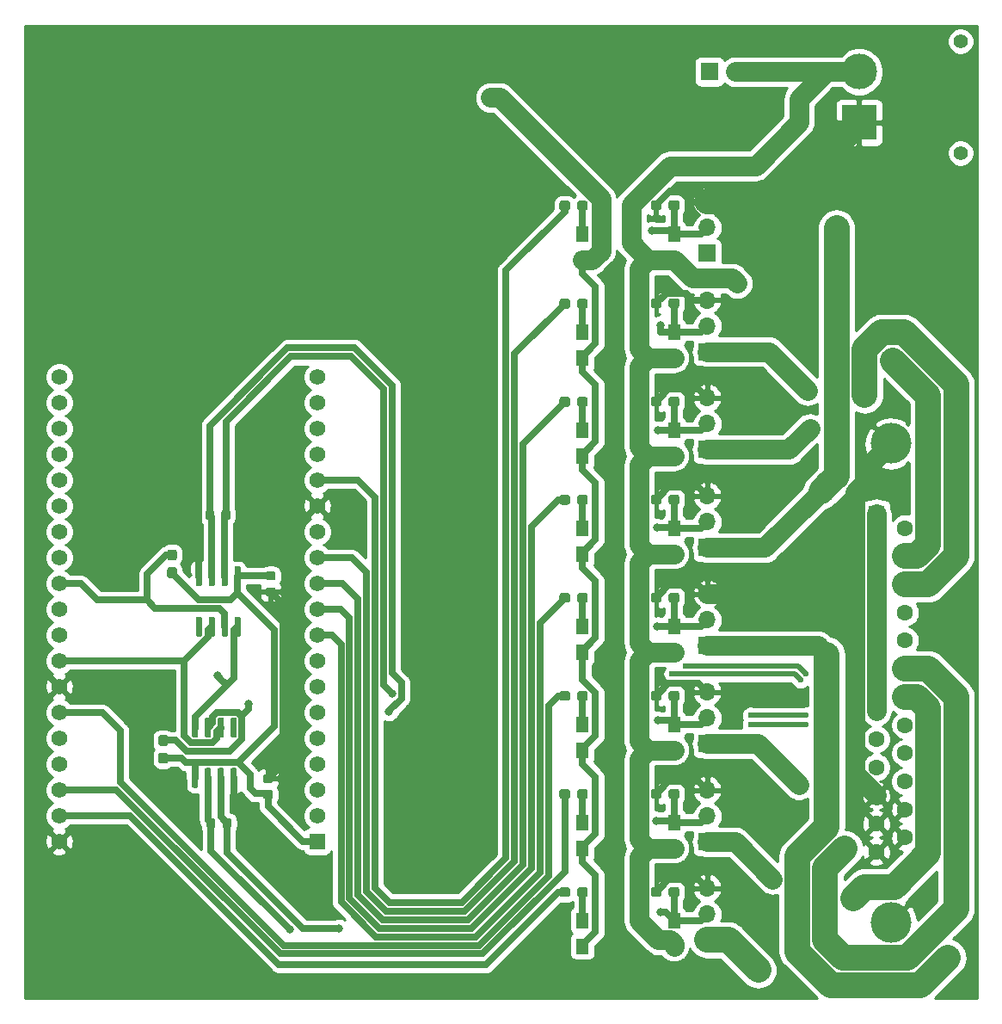
<source format=gbr>
G04 #@! TF.GenerationSoftware,KiCad,Pcbnew,(5.1.4)-1*
G04 #@! TF.CreationDate,2020-09-30T13:08:58+02:00*
G04 #@! TF.ProjectId,car_controller,6361725f-636f-46e7-9472-6f6c6c65722e,rev?*
G04 #@! TF.SameCoordinates,Original*
G04 #@! TF.FileFunction,Copper,L2,Bot*
G04 #@! TF.FilePolarity,Positive*
%FSLAX46Y46*%
G04 Gerber Fmt 4.6, Leading zero omitted, Abs format (unit mm)*
G04 Created by KiCad (PCBNEW (5.1.4)-1) date 2020-09-30 13:08:58*
%MOMM*%
%LPD*%
G04 APERTURE LIST*
%ADD10C,0.100000*%
%ADD11C,0.875000*%
%ADD12R,1.800000X1.800000*%
%ADD13C,1.800000*%
%ADD14C,1.400000*%
%ADD15R,3.500000X3.500000*%
%ADD16C,3.500000*%
%ADD17R,1.600000X1.600000*%
%ADD18C,1.600000*%
%ADD19C,4.000000*%
%ADD20O,1.700000X1.700000*%
%ADD21R,1.700000X1.700000*%
%ADD22C,0.950000*%
%ADD23R,1.560000X1.560000*%
%ADD24C,1.560000*%
%ADD25R,1.297940X1.498600*%
%ADD26C,0.600000*%
%ADD27C,0.800000*%
%ADD28C,1.000000*%
%ADD29C,1.200000*%
%ADD30C,1.905000*%
%ADD31C,0.635000*%
%ADD32C,2.540000*%
%ADD33C,0.508000*%
%ADD34C,0.254000*%
G04 APERTURE END LIST*
D10*
G36*
X89837691Y-116981053D02*
G01*
X89858926Y-116984203D01*
X89879750Y-116989419D01*
X89899962Y-116996651D01*
X89919368Y-117005830D01*
X89937781Y-117016866D01*
X89955024Y-117029654D01*
X89970930Y-117044070D01*
X89985346Y-117059976D01*
X89998134Y-117077219D01*
X90009170Y-117095632D01*
X90018349Y-117115038D01*
X90025581Y-117135250D01*
X90030797Y-117156074D01*
X90033947Y-117177309D01*
X90035000Y-117198750D01*
X90035000Y-117711250D01*
X90033947Y-117732691D01*
X90030797Y-117753926D01*
X90025581Y-117774750D01*
X90018349Y-117794962D01*
X90009170Y-117814368D01*
X89998134Y-117832781D01*
X89985346Y-117850024D01*
X89970930Y-117865930D01*
X89955024Y-117880346D01*
X89937781Y-117893134D01*
X89919368Y-117904170D01*
X89899962Y-117913349D01*
X89879750Y-117920581D01*
X89858926Y-117925797D01*
X89837691Y-117928947D01*
X89816250Y-117930000D01*
X89378750Y-117930000D01*
X89357309Y-117928947D01*
X89336074Y-117925797D01*
X89315250Y-117920581D01*
X89295038Y-117913349D01*
X89275632Y-117904170D01*
X89257219Y-117893134D01*
X89239976Y-117880346D01*
X89224070Y-117865930D01*
X89209654Y-117850024D01*
X89196866Y-117832781D01*
X89185830Y-117814368D01*
X89176651Y-117794962D01*
X89169419Y-117774750D01*
X89164203Y-117753926D01*
X89161053Y-117732691D01*
X89160000Y-117711250D01*
X89160000Y-117198750D01*
X89161053Y-117177309D01*
X89164203Y-117156074D01*
X89169419Y-117135250D01*
X89176651Y-117115038D01*
X89185830Y-117095632D01*
X89196866Y-117077219D01*
X89209654Y-117059976D01*
X89224070Y-117044070D01*
X89239976Y-117029654D01*
X89257219Y-117016866D01*
X89275632Y-117005830D01*
X89295038Y-116996651D01*
X89315250Y-116989419D01*
X89336074Y-116984203D01*
X89357309Y-116981053D01*
X89378750Y-116980000D01*
X89816250Y-116980000D01*
X89837691Y-116981053D01*
X89837691Y-116981053D01*
G37*
D11*
X89597500Y-117455000D03*
D10*
G36*
X91412691Y-116981053D02*
G01*
X91433926Y-116984203D01*
X91454750Y-116989419D01*
X91474962Y-116996651D01*
X91494368Y-117005830D01*
X91512781Y-117016866D01*
X91530024Y-117029654D01*
X91545930Y-117044070D01*
X91560346Y-117059976D01*
X91573134Y-117077219D01*
X91584170Y-117095632D01*
X91593349Y-117115038D01*
X91600581Y-117135250D01*
X91605797Y-117156074D01*
X91608947Y-117177309D01*
X91610000Y-117198750D01*
X91610000Y-117711250D01*
X91608947Y-117732691D01*
X91605797Y-117753926D01*
X91600581Y-117774750D01*
X91593349Y-117794962D01*
X91584170Y-117814368D01*
X91573134Y-117832781D01*
X91560346Y-117850024D01*
X91545930Y-117865930D01*
X91530024Y-117880346D01*
X91512781Y-117893134D01*
X91494368Y-117904170D01*
X91474962Y-117913349D01*
X91454750Y-117920581D01*
X91433926Y-117925797D01*
X91412691Y-117928947D01*
X91391250Y-117930000D01*
X90953750Y-117930000D01*
X90932309Y-117928947D01*
X90911074Y-117925797D01*
X90890250Y-117920581D01*
X90870038Y-117913349D01*
X90850632Y-117904170D01*
X90832219Y-117893134D01*
X90814976Y-117880346D01*
X90799070Y-117865930D01*
X90784654Y-117850024D01*
X90771866Y-117832781D01*
X90760830Y-117814368D01*
X90751651Y-117794962D01*
X90744419Y-117774750D01*
X90739203Y-117753926D01*
X90736053Y-117732691D01*
X90735000Y-117711250D01*
X90735000Y-117198750D01*
X90736053Y-117177309D01*
X90739203Y-117156074D01*
X90744419Y-117135250D01*
X90751651Y-117115038D01*
X90760830Y-117095632D01*
X90771866Y-117077219D01*
X90784654Y-117059976D01*
X90799070Y-117044070D01*
X90814976Y-117029654D01*
X90832219Y-117016866D01*
X90850632Y-117005830D01*
X90870038Y-116996651D01*
X90890250Y-116989419D01*
X90911074Y-116984203D01*
X90932309Y-116981053D01*
X90953750Y-116980000D01*
X91391250Y-116980000D01*
X91412691Y-116981053D01*
X91412691Y-116981053D01*
G37*
D11*
X91172500Y-117455000D03*
D10*
G36*
X89727691Y-86651053D02*
G01*
X89748926Y-86654203D01*
X89769750Y-86659419D01*
X89789962Y-86666651D01*
X89809368Y-86675830D01*
X89827781Y-86686866D01*
X89845024Y-86699654D01*
X89860930Y-86714070D01*
X89875346Y-86729976D01*
X89888134Y-86747219D01*
X89899170Y-86765632D01*
X89908349Y-86785038D01*
X89915581Y-86805250D01*
X89920797Y-86826074D01*
X89923947Y-86847309D01*
X89925000Y-86868750D01*
X89925000Y-87381250D01*
X89923947Y-87402691D01*
X89920797Y-87423926D01*
X89915581Y-87444750D01*
X89908349Y-87464962D01*
X89899170Y-87484368D01*
X89888134Y-87502781D01*
X89875346Y-87520024D01*
X89860930Y-87535930D01*
X89845024Y-87550346D01*
X89827781Y-87563134D01*
X89809368Y-87574170D01*
X89789962Y-87583349D01*
X89769750Y-87590581D01*
X89748926Y-87595797D01*
X89727691Y-87598947D01*
X89706250Y-87600000D01*
X89268750Y-87600000D01*
X89247309Y-87598947D01*
X89226074Y-87595797D01*
X89205250Y-87590581D01*
X89185038Y-87583349D01*
X89165632Y-87574170D01*
X89147219Y-87563134D01*
X89129976Y-87550346D01*
X89114070Y-87535930D01*
X89099654Y-87520024D01*
X89086866Y-87502781D01*
X89075830Y-87484368D01*
X89066651Y-87464962D01*
X89059419Y-87444750D01*
X89054203Y-87423926D01*
X89051053Y-87402691D01*
X89050000Y-87381250D01*
X89050000Y-86868750D01*
X89051053Y-86847309D01*
X89054203Y-86826074D01*
X89059419Y-86805250D01*
X89066651Y-86785038D01*
X89075830Y-86765632D01*
X89086866Y-86747219D01*
X89099654Y-86729976D01*
X89114070Y-86714070D01*
X89129976Y-86699654D01*
X89147219Y-86686866D01*
X89165632Y-86675830D01*
X89185038Y-86666651D01*
X89205250Y-86659419D01*
X89226074Y-86654203D01*
X89247309Y-86651053D01*
X89268750Y-86650000D01*
X89706250Y-86650000D01*
X89727691Y-86651053D01*
X89727691Y-86651053D01*
G37*
D11*
X89487500Y-87125000D03*
D10*
G36*
X91302691Y-86651053D02*
G01*
X91323926Y-86654203D01*
X91344750Y-86659419D01*
X91364962Y-86666651D01*
X91384368Y-86675830D01*
X91402781Y-86686866D01*
X91420024Y-86699654D01*
X91435930Y-86714070D01*
X91450346Y-86729976D01*
X91463134Y-86747219D01*
X91474170Y-86765632D01*
X91483349Y-86785038D01*
X91490581Y-86805250D01*
X91495797Y-86826074D01*
X91498947Y-86847309D01*
X91500000Y-86868750D01*
X91500000Y-87381250D01*
X91498947Y-87402691D01*
X91495797Y-87423926D01*
X91490581Y-87444750D01*
X91483349Y-87464962D01*
X91474170Y-87484368D01*
X91463134Y-87502781D01*
X91450346Y-87520024D01*
X91435930Y-87535930D01*
X91420024Y-87550346D01*
X91402781Y-87563134D01*
X91384368Y-87574170D01*
X91364962Y-87583349D01*
X91344750Y-87590581D01*
X91323926Y-87595797D01*
X91302691Y-87598947D01*
X91281250Y-87600000D01*
X90843750Y-87600000D01*
X90822309Y-87598947D01*
X90801074Y-87595797D01*
X90780250Y-87590581D01*
X90760038Y-87583349D01*
X90740632Y-87574170D01*
X90722219Y-87563134D01*
X90704976Y-87550346D01*
X90689070Y-87535930D01*
X90674654Y-87520024D01*
X90661866Y-87502781D01*
X90650830Y-87484368D01*
X90641651Y-87464962D01*
X90634419Y-87444750D01*
X90629203Y-87423926D01*
X90626053Y-87402691D01*
X90625000Y-87381250D01*
X90625000Y-86868750D01*
X90626053Y-86847309D01*
X90629203Y-86826074D01*
X90634419Y-86805250D01*
X90641651Y-86785038D01*
X90650830Y-86765632D01*
X90661866Y-86747219D01*
X90674654Y-86729976D01*
X90689070Y-86714070D01*
X90704976Y-86699654D01*
X90722219Y-86686866D01*
X90740632Y-86675830D01*
X90760038Y-86666651D01*
X90780250Y-86659419D01*
X90801074Y-86654203D01*
X90822309Y-86651053D01*
X90843750Y-86650000D01*
X91281250Y-86650000D01*
X91302691Y-86651053D01*
X91302691Y-86651053D01*
G37*
D11*
X91062500Y-87125000D03*
D10*
G36*
X95492691Y-112628553D02*
G01*
X95513926Y-112631703D01*
X95534750Y-112636919D01*
X95554962Y-112644151D01*
X95574368Y-112653330D01*
X95592781Y-112664366D01*
X95610024Y-112677154D01*
X95625930Y-112691570D01*
X95640346Y-112707476D01*
X95653134Y-112724719D01*
X95664170Y-112743132D01*
X95673349Y-112762538D01*
X95680581Y-112782750D01*
X95685797Y-112803574D01*
X95688947Y-112824809D01*
X95690000Y-112846250D01*
X95690000Y-113283750D01*
X95688947Y-113305191D01*
X95685797Y-113326426D01*
X95680581Y-113347250D01*
X95673349Y-113367462D01*
X95664170Y-113386868D01*
X95653134Y-113405281D01*
X95640346Y-113422524D01*
X95625930Y-113438430D01*
X95610024Y-113452846D01*
X95592781Y-113465634D01*
X95574368Y-113476670D01*
X95554962Y-113485849D01*
X95534750Y-113493081D01*
X95513926Y-113498297D01*
X95492691Y-113501447D01*
X95471250Y-113502500D01*
X94958750Y-113502500D01*
X94937309Y-113501447D01*
X94916074Y-113498297D01*
X94895250Y-113493081D01*
X94875038Y-113485849D01*
X94855632Y-113476670D01*
X94837219Y-113465634D01*
X94819976Y-113452846D01*
X94804070Y-113438430D01*
X94789654Y-113422524D01*
X94776866Y-113405281D01*
X94765830Y-113386868D01*
X94756651Y-113367462D01*
X94749419Y-113347250D01*
X94744203Y-113326426D01*
X94741053Y-113305191D01*
X94740000Y-113283750D01*
X94740000Y-112846250D01*
X94741053Y-112824809D01*
X94744203Y-112803574D01*
X94749419Y-112782750D01*
X94756651Y-112762538D01*
X94765830Y-112743132D01*
X94776866Y-112724719D01*
X94789654Y-112707476D01*
X94804070Y-112691570D01*
X94819976Y-112677154D01*
X94837219Y-112664366D01*
X94855632Y-112653330D01*
X94875038Y-112644151D01*
X94895250Y-112636919D01*
X94916074Y-112631703D01*
X94937309Y-112628553D01*
X94958750Y-112627500D01*
X95471250Y-112627500D01*
X95492691Y-112628553D01*
X95492691Y-112628553D01*
G37*
D11*
X95215000Y-113065000D03*
D10*
G36*
X95492691Y-114203553D02*
G01*
X95513926Y-114206703D01*
X95534750Y-114211919D01*
X95554962Y-114219151D01*
X95574368Y-114228330D01*
X95592781Y-114239366D01*
X95610024Y-114252154D01*
X95625930Y-114266570D01*
X95640346Y-114282476D01*
X95653134Y-114299719D01*
X95664170Y-114318132D01*
X95673349Y-114337538D01*
X95680581Y-114357750D01*
X95685797Y-114378574D01*
X95688947Y-114399809D01*
X95690000Y-114421250D01*
X95690000Y-114858750D01*
X95688947Y-114880191D01*
X95685797Y-114901426D01*
X95680581Y-114922250D01*
X95673349Y-114942462D01*
X95664170Y-114961868D01*
X95653134Y-114980281D01*
X95640346Y-114997524D01*
X95625930Y-115013430D01*
X95610024Y-115027846D01*
X95592781Y-115040634D01*
X95574368Y-115051670D01*
X95554962Y-115060849D01*
X95534750Y-115068081D01*
X95513926Y-115073297D01*
X95492691Y-115076447D01*
X95471250Y-115077500D01*
X94958750Y-115077500D01*
X94937309Y-115076447D01*
X94916074Y-115073297D01*
X94895250Y-115068081D01*
X94875038Y-115060849D01*
X94855632Y-115051670D01*
X94837219Y-115040634D01*
X94819976Y-115027846D01*
X94804070Y-115013430D01*
X94789654Y-114997524D01*
X94776866Y-114980281D01*
X94765830Y-114961868D01*
X94756651Y-114942462D01*
X94749419Y-114922250D01*
X94744203Y-114901426D01*
X94741053Y-114880191D01*
X94740000Y-114858750D01*
X94740000Y-114421250D01*
X94741053Y-114399809D01*
X94744203Y-114378574D01*
X94749419Y-114357750D01*
X94756651Y-114337538D01*
X94765830Y-114318132D01*
X94776866Y-114299719D01*
X94789654Y-114282476D01*
X94804070Y-114266570D01*
X94819976Y-114252154D01*
X94837219Y-114239366D01*
X94855632Y-114228330D01*
X94875038Y-114219151D01*
X94895250Y-114211919D01*
X94916074Y-114206703D01*
X94937309Y-114203553D01*
X94958750Y-114202500D01*
X95471250Y-114202500D01*
X95492691Y-114203553D01*
X95492691Y-114203553D01*
G37*
D11*
X95215000Y-114640000D03*
D10*
G36*
X95752691Y-92683553D02*
G01*
X95773926Y-92686703D01*
X95794750Y-92691919D01*
X95814962Y-92699151D01*
X95834368Y-92708330D01*
X95852781Y-92719366D01*
X95870024Y-92732154D01*
X95885930Y-92746570D01*
X95900346Y-92762476D01*
X95913134Y-92779719D01*
X95924170Y-92798132D01*
X95933349Y-92817538D01*
X95940581Y-92837750D01*
X95945797Y-92858574D01*
X95948947Y-92879809D01*
X95950000Y-92901250D01*
X95950000Y-93338750D01*
X95948947Y-93360191D01*
X95945797Y-93381426D01*
X95940581Y-93402250D01*
X95933349Y-93422462D01*
X95924170Y-93441868D01*
X95913134Y-93460281D01*
X95900346Y-93477524D01*
X95885930Y-93493430D01*
X95870024Y-93507846D01*
X95852781Y-93520634D01*
X95834368Y-93531670D01*
X95814962Y-93540849D01*
X95794750Y-93548081D01*
X95773926Y-93553297D01*
X95752691Y-93556447D01*
X95731250Y-93557500D01*
X95218750Y-93557500D01*
X95197309Y-93556447D01*
X95176074Y-93553297D01*
X95155250Y-93548081D01*
X95135038Y-93540849D01*
X95115632Y-93531670D01*
X95097219Y-93520634D01*
X95079976Y-93507846D01*
X95064070Y-93493430D01*
X95049654Y-93477524D01*
X95036866Y-93460281D01*
X95025830Y-93441868D01*
X95016651Y-93422462D01*
X95009419Y-93402250D01*
X95004203Y-93381426D01*
X95001053Y-93360191D01*
X95000000Y-93338750D01*
X95000000Y-92901250D01*
X95001053Y-92879809D01*
X95004203Y-92858574D01*
X95009419Y-92837750D01*
X95016651Y-92817538D01*
X95025830Y-92798132D01*
X95036866Y-92779719D01*
X95049654Y-92762476D01*
X95064070Y-92746570D01*
X95079976Y-92732154D01*
X95097219Y-92719366D01*
X95115632Y-92708330D01*
X95135038Y-92699151D01*
X95155250Y-92691919D01*
X95176074Y-92686703D01*
X95197309Y-92683553D01*
X95218750Y-92682500D01*
X95731250Y-92682500D01*
X95752691Y-92683553D01*
X95752691Y-92683553D01*
G37*
D11*
X95475000Y-93120000D03*
D10*
G36*
X95752691Y-94258553D02*
G01*
X95773926Y-94261703D01*
X95794750Y-94266919D01*
X95814962Y-94274151D01*
X95834368Y-94283330D01*
X95852781Y-94294366D01*
X95870024Y-94307154D01*
X95885930Y-94321570D01*
X95900346Y-94337476D01*
X95913134Y-94354719D01*
X95924170Y-94373132D01*
X95933349Y-94392538D01*
X95940581Y-94412750D01*
X95945797Y-94433574D01*
X95948947Y-94454809D01*
X95950000Y-94476250D01*
X95950000Y-94913750D01*
X95948947Y-94935191D01*
X95945797Y-94956426D01*
X95940581Y-94977250D01*
X95933349Y-94997462D01*
X95924170Y-95016868D01*
X95913134Y-95035281D01*
X95900346Y-95052524D01*
X95885930Y-95068430D01*
X95870024Y-95082846D01*
X95852781Y-95095634D01*
X95834368Y-95106670D01*
X95814962Y-95115849D01*
X95794750Y-95123081D01*
X95773926Y-95128297D01*
X95752691Y-95131447D01*
X95731250Y-95132500D01*
X95218750Y-95132500D01*
X95197309Y-95131447D01*
X95176074Y-95128297D01*
X95155250Y-95123081D01*
X95135038Y-95115849D01*
X95115632Y-95106670D01*
X95097219Y-95095634D01*
X95079976Y-95082846D01*
X95064070Y-95068430D01*
X95049654Y-95052524D01*
X95036866Y-95035281D01*
X95025830Y-95016868D01*
X95016651Y-94997462D01*
X95009419Y-94977250D01*
X95004203Y-94956426D01*
X95001053Y-94935191D01*
X95000000Y-94913750D01*
X95000000Y-94476250D01*
X95001053Y-94454809D01*
X95004203Y-94433574D01*
X95009419Y-94412750D01*
X95016651Y-94392538D01*
X95025830Y-94373132D01*
X95036866Y-94354719D01*
X95049654Y-94337476D01*
X95064070Y-94321570D01*
X95079976Y-94307154D01*
X95097219Y-94294366D01*
X95115632Y-94283330D01*
X95135038Y-94274151D01*
X95155250Y-94266919D01*
X95176074Y-94261703D01*
X95197309Y-94258553D01*
X95218750Y-94257500D01*
X95731250Y-94257500D01*
X95752691Y-94258553D01*
X95752691Y-94258553D01*
G37*
D11*
X95475000Y-94695000D03*
D12*
X138685000Y-43525000D03*
D13*
X141225000Y-43525000D03*
D14*
X163400000Y-51525000D03*
X163400000Y-40525000D03*
D15*
X153400000Y-48525000D03*
D16*
X153400000Y-43525000D03*
D17*
X155100000Y-87025000D03*
D18*
X155100000Y-89795000D03*
X155100000Y-92565000D03*
X155100000Y-95335000D03*
X155100000Y-98105000D03*
X155100000Y-100875000D03*
X155100000Y-103645000D03*
X155100000Y-106415000D03*
X155100000Y-109185000D03*
X155100000Y-111955000D03*
X155100000Y-114725000D03*
X155100000Y-117495000D03*
X155100000Y-120265000D03*
X157940000Y-88410000D03*
X157940000Y-91180000D03*
X157940000Y-93950000D03*
X157940000Y-96720000D03*
X157940000Y-99490000D03*
X157940000Y-102260000D03*
X157940000Y-105030000D03*
X157940000Y-107800000D03*
X157940000Y-110570000D03*
X157940000Y-113340000D03*
X157940000Y-116110000D03*
X157940000Y-118880000D03*
D19*
X156520000Y-127195000D03*
X156520000Y-80095000D03*
D20*
X138455000Y-56315000D03*
X138455000Y-58855000D03*
D21*
X138455000Y-61395000D03*
X138455000Y-71050000D03*
D20*
X138455000Y-68510000D03*
X138455000Y-65970000D03*
D21*
X138455000Y-80695000D03*
D20*
X138455000Y-78155000D03*
X138455000Y-75615000D03*
X138455000Y-85265000D03*
X138455000Y-87805000D03*
D21*
X138455000Y-90345000D03*
D20*
X138455000Y-94915000D03*
X138455000Y-97455000D03*
D21*
X138455000Y-99995000D03*
X138455000Y-109645000D03*
D20*
X138455000Y-107105000D03*
X138455000Y-104565000D03*
D21*
X138455000Y-119295000D03*
D20*
X138455000Y-116755000D03*
X138455000Y-114215000D03*
X138455000Y-123865000D03*
X138455000Y-126405000D03*
D21*
X138455000Y-128945000D03*
D10*
G36*
X126485779Y-56221144D02*
G01*
X126508834Y-56224563D01*
X126531443Y-56230227D01*
X126553387Y-56238079D01*
X126574457Y-56248044D01*
X126594448Y-56260026D01*
X126613168Y-56273910D01*
X126630438Y-56289562D01*
X126646090Y-56306832D01*
X126659974Y-56325552D01*
X126671956Y-56345543D01*
X126681921Y-56366613D01*
X126689773Y-56388557D01*
X126695437Y-56411166D01*
X126698856Y-56434221D01*
X126700000Y-56457500D01*
X126700000Y-56932500D01*
X126698856Y-56955779D01*
X126695437Y-56978834D01*
X126689773Y-57001443D01*
X126681921Y-57023387D01*
X126671956Y-57044457D01*
X126659974Y-57064448D01*
X126646090Y-57083168D01*
X126630438Y-57100438D01*
X126613168Y-57116090D01*
X126594448Y-57129974D01*
X126574457Y-57141956D01*
X126553387Y-57151921D01*
X126531443Y-57159773D01*
X126508834Y-57165437D01*
X126485779Y-57168856D01*
X126462500Y-57170000D01*
X125887500Y-57170000D01*
X125864221Y-57168856D01*
X125841166Y-57165437D01*
X125818557Y-57159773D01*
X125796613Y-57151921D01*
X125775543Y-57141956D01*
X125755552Y-57129974D01*
X125736832Y-57116090D01*
X125719562Y-57100438D01*
X125703910Y-57083168D01*
X125690026Y-57064448D01*
X125678044Y-57044457D01*
X125668079Y-57023387D01*
X125660227Y-57001443D01*
X125654563Y-56978834D01*
X125651144Y-56955779D01*
X125650000Y-56932500D01*
X125650000Y-56457500D01*
X125651144Y-56434221D01*
X125654563Y-56411166D01*
X125660227Y-56388557D01*
X125668079Y-56366613D01*
X125678044Y-56345543D01*
X125690026Y-56325552D01*
X125703910Y-56306832D01*
X125719562Y-56289562D01*
X125736832Y-56273910D01*
X125755552Y-56260026D01*
X125775543Y-56248044D01*
X125796613Y-56238079D01*
X125818557Y-56230227D01*
X125841166Y-56224563D01*
X125864221Y-56221144D01*
X125887500Y-56220000D01*
X126462500Y-56220000D01*
X126485779Y-56221144D01*
X126485779Y-56221144D01*
G37*
D22*
X126175000Y-56695000D03*
D10*
G36*
X124735779Y-56221144D02*
G01*
X124758834Y-56224563D01*
X124781443Y-56230227D01*
X124803387Y-56238079D01*
X124824457Y-56248044D01*
X124844448Y-56260026D01*
X124863168Y-56273910D01*
X124880438Y-56289562D01*
X124896090Y-56306832D01*
X124909974Y-56325552D01*
X124921956Y-56345543D01*
X124931921Y-56366613D01*
X124939773Y-56388557D01*
X124945437Y-56411166D01*
X124948856Y-56434221D01*
X124950000Y-56457500D01*
X124950000Y-56932500D01*
X124948856Y-56955779D01*
X124945437Y-56978834D01*
X124939773Y-57001443D01*
X124931921Y-57023387D01*
X124921956Y-57044457D01*
X124909974Y-57064448D01*
X124896090Y-57083168D01*
X124880438Y-57100438D01*
X124863168Y-57116090D01*
X124844448Y-57129974D01*
X124824457Y-57141956D01*
X124803387Y-57151921D01*
X124781443Y-57159773D01*
X124758834Y-57165437D01*
X124735779Y-57168856D01*
X124712500Y-57170000D01*
X124137500Y-57170000D01*
X124114221Y-57168856D01*
X124091166Y-57165437D01*
X124068557Y-57159773D01*
X124046613Y-57151921D01*
X124025543Y-57141956D01*
X124005552Y-57129974D01*
X123986832Y-57116090D01*
X123969562Y-57100438D01*
X123953910Y-57083168D01*
X123940026Y-57064448D01*
X123928044Y-57044457D01*
X123918079Y-57023387D01*
X123910227Y-57001443D01*
X123904563Y-56978834D01*
X123901144Y-56955779D01*
X123900000Y-56932500D01*
X123900000Y-56457500D01*
X123901144Y-56434221D01*
X123904563Y-56411166D01*
X123910227Y-56388557D01*
X123918079Y-56366613D01*
X123928044Y-56345543D01*
X123940026Y-56325552D01*
X123953910Y-56306832D01*
X123969562Y-56289562D01*
X123986832Y-56273910D01*
X124005552Y-56260026D01*
X124025543Y-56248044D01*
X124046613Y-56238079D01*
X124068557Y-56230227D01*
X124091166Y-56224563D01*
X124114221Y-56221144D01*
X124137500Y-56220000D01*
X124712500Y-56220000D01*
X124735779Y-56221144D01*
X124735779Y-56221144D01*
G37*
D22*
X124425000Y-56695000D03*
D10*
G36*
X124735779Y-65871144D02*
G01*
X124758834Y-65874563D01*
X124781443Y-65880227D01*
X124803387Y-65888079D01*
X124824457Y-65898044D01*
X124844448Y-65910026D01*
X124863168Y-65923910D01*
X124880438Y-65939562D01*
X124896090Y-65956832D01*
X124909974Y-65975552D01*
X124921956Y-65995543D01*
X124931921Y-66016613D01*
X124939773Y-66038557D01*
X124945437Y-66061166D01*
X124948856Y-66084221D01*
X124950000Y-66107500D01*
X124950000Y-66582500D01*
X124948856Y-66605779D01*
X124945437Y-66628834D01*
X124939773Y-66651443D01*
X124931921Y-66673387D01*
X124921956Y-66694457D01*
X124909974Y-66714448D01*
X124896090Y-66733168D01*
X124880438Y-66750438D01*
X124863168Y-66766090D01*
X124844448Y-66779974D01*
X124824457Y-66791956D01*
X124803387Y-66801921D01*
X124781443Y-66809773D01*
X124758834Y-66815437D01*
X124735779Y-66818856D01*
X124712500Y-66820000D01*
X124137500Y-66820000D01*
X124114221Y-66818856D01*
X124091166Y-66815437D01*
X124068557Y-66809773D01*
X124046613Y-66801921D01*
X124025543Y-66791956D01*
X124005552Y-66779974D01*
X123986832Y-66766090D01*
X123969562Y-66750438D01*
X123953910Y-66733168D01*
X123940026Y-66714448D01*
X123928044Y-66694457D01*
X123918079Y-66673387D01*
X123910227Y-66651443D01*
X123904563Y-66628834D01*
X123901144Y-66605779D01*
X123900000Y-66582500D01*
X123900000Y-66107500D01*
X123901144Y-66084221D01*
X123904563Y-66061166D01*
X123910227Y-66038557D01*
X123918079Y-66016613D01*
X123928044Y-65995543D01*
X123940026Y-65975552D01*
X123953910Y-65956832D01*
X123969562Y-65939562D01*
X123986832Y-65923910D01*
X124005552Y-65910026D01*
X124025543Y-65898044D01*
X124046613Y-65888079D01*
X124068557Y-65880227D01*
X124091166Y-65874563D01*
X124114221Y-65871144D01*
X124137500Y-65870000D01*
X124712500Y-65870000D01*
X124735779Y-65871144D01*
X124735779Y-65871144D01*
G37*
D22*
X124425000Y-66345000D03*
D10*
G36*
X126485779Y-65871144D02*
G01*
X126508834Y-65874563D01*
X126531443Y-65880227D01*
X126553387Y-65888079D01*
X126574457Y-65898044D01*
X126594448Y-65910026D01*
X126613168Y-65923910D01*
X126630438Y-65939562D01*
X126646090Y-65956832D01*
X126659974Y-65975552D01*
X126671956Y-65995543D01*
X126681921Y-66016613D01*
X126689773Y-66038557D01*
X126695437Y-66061166D01*
X126698856Y-66084221D01*
X126700000Y-66107500D01*
X126700000Y-66582500D01*
X126698856Y-66605779D01*
X126695437Y-66628834D01*
X126689773Y-66651443D01*
X126681921Y-66673387D01*
X126671956Y-66694457D01*
X126659974Y-66714448D01*
X126646090Y-66733168D01*
X126630438Y-66750438D01*
X126613168Y-66766090D01*
X126594448Y-66779974D01*
X126574457Y-66791956D01*
X126553387Y-66801921D01*
X126531443Y-66809773D01*
X126508834Y-66815437D01*
X126485779Y-66818856D01*
X126462500Y-66820000D01*
X125887500Y-66820000D01*
X125864221Y-66818856D01*
X125841166Y-66815437D01*
X125818557Y-66809773D01*
X125796613Y-66801921D01*
X125775543Y-66791956D01*
X125755552Y-66779974D01*
X125736832Y-66766090D01*
X125719562Y-66750438D01*
X125703910Y-66733168D01*
X125690026Y-66714448D01*
X125678044Y-66694457D01*
X125668079Y-66673387D01*
X125660227Y-66651443D01*
X125654563Y-66628834D01*
X125651144Y-66605779D01*
X125650000Y-66582500D01*
X125650000Y-66107500D01*
X125651144Y-66084221D01*
X125654563Y-66061166D01*
X125660227Y-66038557D01*
X125668079Y-66016613D01*
X125678044Y-65995543D01*
X125690026Y-65975552D01*
X125703910Y-65956832D01*
X125719562Y-65939562D01*
X125736832Y-65923910D01*
X125755552Y-65910026D01*
X125775543Y-65898044D01*
X125796613Y-65888079D01*
X125818557Y-65880227D01*
X125841166Y-65874563D01*
X125864221Y-65871144D01*
X125887500Y-65870000D01*
X126462500Y-65870000D01*
X126485779Y-65871144D01*
X126485779Y-65871144D01*
G37*
D22*
X126175000Y-66345000D03*
D10*
G36*
X126485779Y-75521144D02*
G01*
X126508834Y-75524563D01*
X126531443Y-75530227D01*
X126553387Y-75538079D01*
X126574457Y-75548044D01*
X126594448Y-75560026D01*
X126613168Y-75573910D01*
X126630438Y-75589562D01*
X126646090Y-75606832D01*
X126659974Y-75625552D01*
X126671956Y-75645543D01*
X126681921Y-75666613D01*
X126689773Y-75688557D01*
X126695437Y-75711166D01*
X126698856Y-75734221D01*
X126700000Y-75757500D01*
X126700000Y-76232500D01*
X126698856Y-76255779D01*
X126695437Y-76278834D01*
X126689773Y-76301443D01*
X126681921Y-76323387D01*
X126671956Y-76344457D01*
X126659974Y-76364448D01*
X126646090Y-76383168D01*
X126630438Y-76400438D01*
X126613168Y-76416090D01*
X126594448Y-76429974D01*
X126574457Y-76441956D01*
X126553387Y-76451921D01*
X126531443Y-76459773D01*
X126508834Y-76465437D01*
X126485779Y-76468856D01*
X126462500Y-76470000D01*
X125887500Y-76470000D01*
X125864221Y-76468856D01*
X125841166Y-76465437D01*
X125818557Y-76459773D01*
X125796613Y-76451921D01*
X125775543Y-76441956D01*
X125755552Y-76429974D01*
X125736832Y-76416090D01*
X125719562Y-76400438D01*
X125703910Y-76383168D01*
X125690026Y-76364448D01*
X125678044Y-76344457D01*
X125668079Y-76323387D01*
X125660227Y-76301443D01*
X125654563Y-76278834D01*
X125651144Y-76255779D01*
X125650000Y-76232500D01*
X125650000Y-75757500D01*
X125651144Y-75734221D01*
X125654563Y-75711166D01*
X125660227Y-75688557D01*
X125668079Y-75666613D01*
X125678044Y-75645543D01*
X125690026Y-75625552D01*
X125703910Y-75606832D01*
X125719562Y-75589562D01*
X125736832Y-75573910D01*
X125755552Y-75560026D01*
X125775543Y-75548044D01*
X125796613Y-75538079D01*
X125818557Y-75530227D01*
X125841166Y-75524563D01*
X125864221Y-75521144D01*
X125887500Y-75520000D01*
X126462500Y-75520000D01*
X126485779Y-75521144D01*
X126485779Y-75521144D01*
G37*
D22*
X126175000Y-75995000D03*
D10*
G36*
X124735779Y-75521144D02*
G01*
X124758834Y-75524563D01*
X124781443Y-75530227D01*
X124803387Y-75538079D01*
X124824457Y-75548044D01*
X124844448Y-75560026D01*
X124863168Y-75573910D01*
X124880438Y-75589562D01*
X124896090Y-75606832D01*
X124909974Y-75625552D01*
X124921956Y-75645543D01*
X124931921Y-75666613D01*
X124939773Y-75688557D01*
X124945437Y-75711166D01*
X124948856Y-75734221D01*
X124950000Y-75757500D01*
X124950000Y-76232500D01*
X124948856Y-76255779D01*
X124945437Y-76278834D01*
X124939773Y-76301443D01*
X124931921Y-76323387D01*
X124921956Y-76344457D01*
X124909974Y-76364448D01*
X124896090Y-76383168D01*
X124880438Y-76400438D01*
X124863168Y-76416090D01*
X124844448Y-76429974D01*
X124824457Y-76441956D01*
X124803387Y-76451921D01*
X124781443Y-76459773D01*
X124758834Y-76465437D01*
X124735779Y-76468856D01*
X124712500Y-76470000D01*
X124137500Y-76470000D01*
X124114221Y-76468856D01*
X124091166Y-76465437D01*
X124068557Y-76459773D01*
X124046613Y-76451921D01*
X124025543Y-76441956D01*
X124005552Y-76429974D01*
X123986832Y-76416090D01*
X123969562Y-76400438D01*
X123953910Y-76383168D01*
X123940026Y-76364448D01*
X123928044Y-76344457D01*
X123918079Y-76323387D01*
X123910227Y-76301443D01*
X123904563Y-76278834D01*
X123901144Y-76255779D01*
X123900000Y-76232500D01*
X123900000Y-75757500D01*
X123901144Y-75734221D01*
X123904563Y-75711166D01*
X123910227Y-75688557D01*
X123918079Y-75666613D01*
X123928044Y-75645543D01*
X123940026Y-75625552D01*
X123953910Y-75606832D01*
X123969562Y-75589562D01*
X123986832Y-75573910D01*
X124005552Y-75560026D01*
X124025543Y-75548044D01*
X124046613Y-75538079D01*
X124068557Y-75530227D01*
X124091166Y-75524563D01*
X124114221Y-75521144D01*
X124137500Y-75520000D01*
X124712500Y-75520000D01*
X124735779Y-75521144D01*
X124735779Y-75521144D01*
G37*
D22*
X124425000Y-75995000D03*
D10*
G36*
X133735779Y-56171144D02*
G01*
X133758834Y-56174563D01*
X133781443Y-56180227D01*
X133803387Y-56188079D01*
X133824457Y-56198044D01*
X133844448Y-56210026D01*
X133863168Y-56223910D01*
X133880438Y-56239562D01*
X133896090Y-56256832D01*
X133909974Y-56275552D01*
X133921956Y-56295543D01*
X133931921Y-56316613D01*
X133939773Y-56338557D01*
X133945437Y-56361166D01*
X133948856Y-56384221D01*
X133950000Y-56407500D01*
X133950000Y-56882500D01*
X133948856Y-56905779D01*
X133945437Y-56928834D01*
X133939773Y-56951443D01*
X133931921Y-56973387D01*
X133921956Y-56994457D01*
X133909974Y-57014448D01*
X133896090Y-57033168D01*
X133880438Y-57050438D01*
X133863168Y-57066090D01*
X133844448Y-57079974D01*
X133824457Y-57091956D01*
X133803387Y-57101921D01*
X133781443Y-57109773D01*
X133758834Y-57115437D01*
X133735779Y-57118856D01*
X133712500Y-57120000D01*
X133137500Y-57120000D01*
X133114221Y-57118856D01*
X133091166Y-57115437D01*
X133068557Y-57109773D01*
X133046613Y-57101921D01*
X133025543Y-57091956D01*
X133005552Y-57079974D01*
X132986832Y-57066090D01*
X132969562Y-57050438D01*
X132953910Y-57033168D01*
X132940026Y-57014448D01*
X132928044Y-56994457D01*
X132918079Y-56973387D01*
X132910227Y-56951443D01*
X132904563Y-56928834D01*
X132901144Y-56905779D01*
X132900000Y-56882500D01*
X132900000Y-56407500D01*
X132901144Y-56384221D01*
X132904563Y-56361166D01*
X132910227Y-56338557D01*
X132918079Y-56316613D01*
X132928044Y-56295543D01*
X132940026Y-56275552D01*
X132953910Y-56256832D01*
X132969562Y-56239562D01*
X132986832Y-56223910D01*
X133005552Y-56210026D01*
X133025543Y-56198044D01*
X133046613Y-56188079D01*
X133068557Y-56180227D01*
X133091166Y-56174563D01*
X133114221Y-56171144D01*
X133137500Y-56170000D01*
X133712500Y-56170000D01*
X133735779Y-56171144D01*
X133735779Y-56171144D01*
G37*
D22*
X133425000Y-56645000D03*
D10*
G36*
X135485779Y-56171144D02*
G01*
X135508834Y-56174563D01*
X135531443Y-56180227D01*
X135553387Y-56188079D01*
X135574457Y-56198044D01*
X135594448Y-56210026D01*
X135613168Y-56223910D01*
X135630438Y-56239562D01*
X135646090Y-56256832D01*
X135659974Y-56275552D01*
X135671956Y-56295543D01*
X135681921Y-56316613D01*
X135689773Y-56338557D01*
X135695437Y-56361166D01*
X135698856Y-56384221D01*
X135700000Y-56407500D01*
X135700000Y-56882500D01*
X135698856Y-56905779D01*
X135695437Y-56928834D01*
X135689773Y-56951443D01*
X135681921Y-56973387D01*
X135671956Y-56994457D01*
X135659974Y-57014448D01*
X135646090Y-57033168D01*
X135630438Y-57050438D01*
X135613168Y-57066090D01*
X135594448Y-57079974D01*
X135574457Y-57091956D01*
X135553387Y-57101921D01*
X135531443Y-57109773D01*
X135508834Y-57115437D01*
X135485779Y-57118856D01*
X135462500Y-57120000D01*
X134887500Y-57120000D01*
X134864221Y-57118856D01*
X134841166Y-57115437D01*
X134818557Y-57109773D01*
X134796613Y-57101921D01*
X134775543Y-57091956D01*
X134755552Y-57079974D01*
X134736832Y-57066090D01*
X134719562Y-57050438D01*
X134703910Y-57033168D01*
X134690026Y-57014448D01*
X134678044Y-56994457D01*
X134668079Y-56973387D01*
X134660227Y-56951443D01*
X134654563Y-56928834D01*
X134651144Y-56905779D01*
X134650000Y-56882500D01*
X134650000Y-56407500D01*
X134651144Y-56384221D01*
X134654563Y-56361166D01*
X134660227Y-56338557D01*
X134668079Y-56316613D01*
X134678044Y-56295543D01*
X134690026Y-56275552D01*
X134703910Y-56256832D01*
X134719562Y-56239562D01*
X134736832Y-56223910D01*
X134755552Y-56210026D01*
X134775543Y-56198044D01*
X134796613Y-56188079D01*
X134818557Y-56180227D01*
X134841166Y-56174563D01*
X134864221Y-56171144D01*
X134887500Y-56170000D01*
X135462500Y-56170000D01*
X135485779Y-56171144D01*
X135485779Y-56171144D01*
G37*
D22*
X135175000Y-56645000D03*
D10*
G36*
X135485779Y-65821144D02*
G01*
X135508834Y-65824563D01*
X135531443Y-65830227D01*
X135553387Y-65838079D01*
X135574457Y-65848044D01*
X135594448Y-65860026D01*
X135613168Y-65873910D01*
X135630438Y-65889562D01*
X135646090Y-65906832D01*
X135659974Y-65925552D01*
X135671956Y-65945543D01*
X135681921Y-65966613D01*
X135689773Y-65988557D01*
X135695437Y-66011166D01*
X135698856Y-66034221D01*
X135700000Y-66057500D01*
X135700000Y-66532500D01*
X135698856Y-66555779D01*
X135695437Y-66578834D01*
X135689773Y-66601443D01*
X135681921Y-66623387D01*
X135671956Y-66644457D01*
X135659974Y-66664448D01*
X135646090Y-66683168D01*
X135630438Y-66700438D01*
X135613168Y-66716090D01*
X135594448Y-66729974D01*
X135574457Y-66741956D01*
X135553387Y-66751921D01*
X135531443Y-66759773D01*
X135508834Y-66765437D01*
X135485779Y-66768856D01*
X135462500Y-66770000D01*
X134887500Y-66770000D01*
X134864221Y-66768856D01*
X134841166Y-66765437D01*
X134818557Y-66759773D01*
X134796613Y-66751921D01*
X134775543Y-66741956D01*
X134755552Y-66729974D01*
X134736832Y-66716090D01*
X134719562Y-66700438D01*
X134703910Y-66683168D01*
X134690026Y-66664448D01*
X134678044Y-66644457D01*
X134668079Y-66623387D01*
X134660227Y-66601443D01*
X134654563Y-66578834D01*
X134651144Y-66555779D01*
X134650000Y-66532500D01*
X134650000Y-66057500D01*
X134651144Y-66034221D01*
X134654563Y-66011166D01*
X134660227Y-65988557D01*
X134668079Y-65966613D01*
X134678044Y-65945543D01*
X134690026Y-65925552D01*
X134703910Y-65906832D01*
X134719562Y-65889562D01*
X134736832Y-65873910D01*
X134755552Y-65860026D01*
X134775543Y-65848044D01*
X134796613Y-65838079D01*
X134818557Y-65830227D01*
X134841166Y-65824563D01*
X134864221Y-65821144D01*
X134887500Y-65820000D01*
X135462500Y-65820000D01*
X135485779Y-65821144D01*
X135485779Y-65821144D01*
G37*
D22*
X135175000Y-66295000D03*
D10*
G36*
X133735779Y-65821144D02*
G01*
X133758834Y-65824563D01*
X133781443Y-65830227D01*
X133803387Y-65838079D01*
X133824457Y-65848044D01*
X133844448Y-65860026D01*
X133863168Y-65873910D01*
X133880438Y-65889562D01*
X133896090Y-65906832D01*
X133909974Y-65925552D01*
X133921956Y-65945543D01*
X133931921Y-65966613D01*
X133939773Y-65988557D01*
X133945437Y-66011166D01*
X133948856Y-66034221D01*
X133950000Y-66057500D01*
X133950000Y-66532500D01*
X133948856Y-66555779D01*
X133945437Y-66578834D01*
X133939773Y-66601443D01*
X133931921Y-66623387D01*
X133921956Y-66644457D01*
X133909974Y-66664448D01*
X133896090Y-66683168D01*
X133880438Y-66700438D01*
X133863168Y-66716090D01*
X133844448Y-66729974D01*
X133824457Y-66741956D01*
X133803387Y-66751921D01*
X133781443Y-66759773D01*
X133758834Y-66765437D01*
X133735779Y-66768856D01*
X133712500Y-66770000D01*
X133137500Y-66770000D01*
X133114221Y-66768856D01*
X133091166Y-66765437D01*
X133068557Y-66759773D01*
X133046613Y-66751921D01*
X133025543Y-66741956D01*
X133005552Y-66729974D01*
X132986832Y-66716090D01*
X132969562Y-66700438D01*
X132953910Y-66683168D01*
X132940026Y-66664448D01*
X132928044Y-66644457D01*
X132918079Y-66623387D01*
X132910227Y-66601443D01*
X132904563Y-66578834D01*
X132901144Y-66555779D01*
X132900000Y-66532500D01*
X132900000Y-66057500D01*
X132901144Y-66034221D01*
X132904563Y-66011166D01*
X132910227Y-65988557D01*
X132918079Y-65966613D01*
X132928044Y-65945543D01*
X132940026Y-65925552D01*
X132953910Y-65906832D01*
X132969562Y-65889562D01*
X132986832Y-65873910D01*
X133005552Y-65860026D01*
X133025543Y-65848044D01*
X133046613Y-65838079D01*
X133068557Y-65830227D01*
X133091166Y-65824563D01*
X133114221Y-65821144D01*
X133137500Y-65820000D01*
X133712500Y-65820000D01*
X133735779Y-65821144D01*
X133735779Y-65821144D01*
G37*
D22*
X133425000Y-66295000D03*
D10*
G36*
X133735779Y-75496144D02*
G01*
X133758834Y-75499563D01*
X133781443Y-75505227D01*
X133803387Y-75513079D01*
X133824457Y-75523044D01*
X133844448Y-75535026D01*
X133863168Y-75548910D01*
X133880438Y-75564562D01*
X133896090Y-75581832D01*
X133909974Y-75600552D01*
X133921956Y-75620543D01*
X133931921Y-75641613D01*
X133939773Y-75663557D01*
X133945437Y-75686166D01*
X133948856Y-75709221D01*
X133950000Y-75732500D01*
X133950000Y-76207500D01*
X133948856Y-76230779D01*
X133945437Y-76253834D01*
X133939773Y-76276443D01*
X133931921Y-76298387D01*
X133921956Y-76319457D01*
X133909974Y-76339448D01*
X133896090Y-76358168D01*
X133880438Y-76375438D01*
X133863168Y-76391090D01*
X133844448Y-76404974D01*
X133824457Y-76416956D01*
X133803387Y-76426921D01*
X133781443Y-76434773D01*
X133758834Y-76440437D01*
X133735779Y-76443856D01*
X133712500Y-76445000D01*
X133137500Y-76445000D01*
X133114221Y-76443856D01*
X133091166Y-76440437D01*
X133068557Y-76434773D01*
X133046613Y-76426921D01*
X133025543Y-76416956D01*
X133005552Y-76404974D01*
X132986832Y-76391090D01*
X132969562Y-76375438D01*
X132953910Y-76358168D01*
X132940026Y-76339448D01*
X132928044Y-76319457D01*
X132918079Y-76298387D01*
X132910227Y-76276443D01*
X132904563Y-76253834D01*
X132901144Y-76230779D01*
X132900000Y-76207500D01*
X132900000Y-75732500D01*
X132901144Y-75709221D01*
X132904563Y-75686166D01*
X132910227Y-75663557D01*
X132918079Y-75641613D01*
X132928044Y-75620543D01*
X132940026Y-75600552D01*
X132953910Y-75581832D01*
X132969562Y-75564562D01*
X132986832Y-75548910D01*
X133005552Y-75535026D01*
X133025543Y-75523044D01*
X133046613Y-75513079D01*
X133068557Y-75505227D01*
X133091166Y-75499563D01*
X133114221Y-75496144D01*
X133137500Y-75495000D01*
X133712500Y-75495000D01*
X133735779Y-75496144D01*
X133735779Y-75496144D01*
G37*
D22*
X133425000Y-75970000D03*
D10*
G36*
X135485779Y-75496144D02*
G01*
X135508834Y-75499563D01*
X135531443Y-75505227D01*
X135553387Y-75513079D01*
X135574457Y-75523044D01*
X135594448Y-75535026D01*
X135613168Y-75548910D01*
X135630438Y-75564562D01*
X135646090Y-75581832D01*
X135659974Y-75600552D01*
X135671956Y-75620543D01*
X135681921Y-75641613D01*
X135689773Y-75663557D01*
X135695437Y-75686166D01*
X135698856Y-75709221D01*
X135700000Y-75732500D01*
X135700000Y-76207500D01*
X135698856Y-76230779D01*
X135695437Y-76253834D01*
X135689773Y-76276443D01*
X135681921Y-76298387D01*
X135671956Y-76319457D01*
X135659974Y-76339448D01*
X135646090Y-76358168D01*
X135630438Y-76375438D01*
X135613168Y-76391090D01*
X135594448Y-76404974D01*
X135574457Y-76416956D01*
X135553387Y-76426921D01*
X135531443Y-76434773D01*
X135508834Y-76440437D01*
X135485779Y-76443856D01*
X135462500Y-76445000D01*
X134887500Y-76445000D01*
X134864221Y-76443856D01*
X134841166Y-76440437D01*
X134818557Y-76434773D01*
X134796613Y-76426921D01*
X134775543Y-76416956D01*
X134755552Y-76404974D01*
X134736832Y-76391090D01*
X134719562Y-76375438D01*
X134703910Y-76358168D01*
X134690026Y-76339448D01*
X134678044Y-76319457D01*
X134668079Y-76298387D01*
X134660227Y-76276443D01*
X134654563Y-76253834D01*
X134651144Y-76230779D01*
X134650000Y-76207500D01*
X134650000Y-75732500D01*
X134651144Y-75709221D01*
X134654563Y-75686166D01*
X134660227Y-75663557D01*
X134668079Y-75641613D01*
X134678044Y-75620543D01*
X134690026Y-75600552D01*
X134703910Y-75581832D01*
X134719562Y-75564562D01*
X134736832Y-75548910D01*
X134755552Y-75535026D01*
X134775543Y-75523044D01*
X134796613Y-75513079D01*
X134818557Y-75505227D01*
X134841166Y-75499563D01*
X134864221Y-75496144D01*
X134887500Y-75495000D01*
X135462500Y-75495000D01*
X135485779Y-75496144D01*
X135485779Y-75496144D01*
G37*
D22*
X135175000Y-75970000D03*
D10*
G36*
X126485779Y-85171144D02*
G01*
X126508834Y-85174563D01*
X126531443Y-85180227D01*
X126553387Y-85188079D01*
X126574457Y-85198044D01*
X126594448Y-85210026D01*
X126613168Y-85223910D01*
X126630438Y-85239562D01*
X126646090Y-85256832D01*
X126659974Y-85275552D01*
X126671956Y-85295543D01*
X126681921Y-85316613D01*
X126689773Y-85338557D01*
X126695437Y-85361166D01*
X126698856Y-85384221D01*
X126700000Y-85407500D01*
X126700000Y-85882500D01*
X126698856Y-85905779D01*
X126695437Y-85928834D01*
X126689773Y-85951443D01*
X126681921Y-85973387D01*
X126671956Y-85994457D01*
X126659974Y-86014448D01*
X126646090Y-86033168D01*
X126630438Y-86050438D01*
X126613168Y-86066090D01*
X126594448Y-86079974D01*
X126574457Y-86091956D01*
X126553387Y-86101921D01*
X126531443Y-86109773D01*
X126508834Y-86115437D01*
X126485779Y-86118856D01*
X126462500Y-86120000D01*
X125887500Y-86120000D01*
X125864221Y-86118856D01*
X125841166Y-86115437D01*
X125818557Y-86109773D01*
X125796613Y-86101921D01*
X125775543Y-86091956D01*
X125755552Y-86079974D01*
X125736832Y-86066090D01*
X125719562Y-86050438D01*
X125703910Y-86033168D01*
X125690026Y-86014448D01*
X125678044Y-85994457D01*
X125668079Y-85973387D01*
X125660227Y-85951443D01*
X125654563Y-85928834D01*
X125651144Y-85905779D01*
X125650000Y-85882500D01*
X125650000Y-85407500D01*
X125651144Y-85384221D01*
X125654563Y-85361166D01*
X125660227Y-85338557D01*
X125668079Y-85316613D01*
X125678044Y-85295543D01*
X125690026Y-85275552D01*
X125703910Y-85256832D01*
X125719562Y-85239562D01*
X125736832Y-85223910D01*
X125755552Y-85210026D01*
X125775543Y-85198044D01*
X125796613Y-85188079D01*
X125818557Y-85180227D01*
X125841166Y-85174563D01*
X125864221Y-85171144D01*
X125887500Y-85170000D01*
X126462500Y-85170000D01*
X126485779Y-85171144D01*
X126485779Y-85171144D01*
G37*
D22*
X126175000Y-85645000D03*
D10*
G36*
X124735779Y-85171144D02*
G01*
X124758834Y-85174563D01*
X124781443Y-85180227D01*
X124803387Y-85188079D01*
X124824457Y-85198044D01*
X124844448Y-85210026D01*
X124863168Y-85223910D01*
X124880438Y-85239562D01*
X124896090Y-85256832D01*
X124909974Y-85275552D01*
X124921956Y-85295543D01*
X124931921Y-85316613D01*
X124939773Y-85338557D01*
X124945437Y-85361166D01*
X124948856Y-85384221D01*
X124950000Y-85407500D01*
X124950000Y-85882500D01*
X124948856Y-85905779D01*
X124945437Y-85928834D01*
X124939773Y-85951443D01*
X124931921Y-85973387D01*
X124921956Y-85994457D01*
X124909974Y-86014448D01*
X124896090Y-86033168D01*
X124880438Y-86050438D01*
X124863168Y-86066090D01*
X124844448Y-86079974D01*
X124824457Y-86091956D01*
X124803387Y-86101921D01*
X124781443Y-86109773D01*
X124758834Y-86115437D01*
X124735779Y-86118856D01*
X124712500Y-86120000D01*
X124137500Y-86120000D01*
X124114221Y-86118856D01*
X124091166Y-86115437D01*
X124068557Y-86109773D01*
X124046613Y-86101921D01*
X124025543Y-86091956D01*
X124005552Y-86079974D01*
X123986832Y-86066090D01*
X123969562Y-86050438D01*
X123953910Y-86033168D01*
X123940026Y-86014448D01*
X123928044Y-85994457D01*
X123918079Y-85973387D01*
X123910227Y-85951443D01*
X123904563Y-85928834D01*
X123901144Y-85905779D01*
X123900000Y-85882500D01*
X123900000Y-85407500D01*
X123901144Y-85384221D01*
X123904563Y-85361166D01*
X123910227Y-85338557D01*
X123918079Y-85316613D01*
X123928044Y-85295543D01*
X123940026Y-85275552D01*
X123953910Y-85256832D01*
X123969562Y-85239562D01*
X123986832Y-85223910D01*
X124005552Y-85210026D01*
X124025543Y-85198044D01*
X124046613Y-85188079D01*
X124068557Y-85180227D01*
X124091166Y-85174563D01*
X124114221Y-85171144D01*
X124137500Y-85170000D01*
X124712500Y-85170000D01*
X124735779Y-85171144D01*
X124735779Y-85171144D01*
G37*
D22*
X124425000Y-85645000D03*
D10*
G36*
X124735779Y-94821144D02*
G01*
X124758834Y-94824563D01*
X124781443Y-94830227D01*
X124803387Y-94838079D01*
X124824457Y-94848044D01*
X124844448Y-94860026D01*
X124863168Y-94873910D01*
X124880438Y-94889562D01*
X124896090Y-94906832D01*
X124909974Y-94925552D01*
X124921956Y-94945543D01*
X124931921Y-94966613D01*
X124939773Y-94988557D01*
X124945437Y-95011166D01*
X124948856Y-95034221D01*
X124950000Y-95057500D01*
X124950000Y-95532500D01*
X124948856Y-95555779D01*
X124945437Y-95578834D01*
X124939773Y-95601443D01*
X124931921Y-95623387D01*
X124921956Y-95644457D01*
X124909974Y-95664448D01*
X124896090Y-95683168D01*
X124880438Y-95700438D01*
X124863168Y-95716090D01*
X124844448Y-95729974D01*
X124824457Y-95741956D01*
X124803387Y-95751921D01*
X124781443Y-95759773D01*
X124758834Y-95765437D01*
X124735779Y-95768856D01*
X124712500Y-95770000D01*
X124137500Y-95770000D01*
X124114221Y-95768856D01*
X124091166Y-95765437D01*
X124068557Y-95759773D01*
X124046613Y-95751921D01*
X124025543Y-95741956D01*
X124005552Y-95729974D01*
X123986832Y-95716090D01*
X123969562Y-95700438D01*
X123953910Y-95683168D01*
X123940026Y-95664448D01*
X123928044Y-95644457D01*
X123918079Y-95623387D01*
X123910227Y-95601443D01*
X123904563Y-95578834D01*
X123901144Y-95555779D01*
X123900000Y-95532500D01*
X123900000Y-95057500D01*
X123901144Y-95034221D01*
X123904563Y-95011166D01*
X123910227Y-94988557D01*
X123918079Y-94966613D01*
X123928044Y-94945543D01*
X123940026Y-94925552D01*
X123953910Y-94906832D01*
X123969562Y-94889562D01*
X123986832Y-94873910D01*
X124005552Y-94860026D01*
X124025543Y-94848044D01*
X124046613Y-94838079D01*
X124068557Y-94830227D01*
X124091166Y-94824563D01*
X124114221Y-94821144D01*
X124137500Y-94820000D01*
X124712500Y-94820000D01*
X124735779Y-94821144D01*
X124735779Y-94821144D01*
G37*
D22*
X124425000Y-95295000D03*
D10*
G36*
X126485779Y-94821144D02*
G01*
X126508834Y-94824563D01*
X126531443Y-94830227D01*
X126553387Y-94838079D01*
X126574457Y-94848044D01*
X126594448Y-94860026D01*
X126613168Y-94873910D01*
X126630438Y-94889562D01*
X126646090Y-94906832D01*
X126659974Y-94925552D01*
X126671956Y-94945543D01*
X126681921Y-94966613D01*
X126689773Y-94988557D01*
X126695437Y-95011166D01*
X126698856Y-95034221D01*
X126700000Y-95057500D01*
X126700000Y-95532500D01*
X126698856Y-95555779D01*
X126695437Y-95578834D01*
X126689773Y-95601443D01*
X126681921Y-95623387D01*
X126671956Y-95644457D01*
X126659974Y-95664448D01*
X126646090Y-95683168D01*
X126630438Y-95700438D01*
X126613168Y-95716090D01*
X126594448Y-95729974D01*
X126574457Y-95741956D01*
X126553387Y-95751921D01*
X126531443Y-95759773D01*
X126508834Y-95765437D01*
X126485779Y-95768856D01*
X126462500Y-95770000D01*
X125887500Y-95770000D01*
X125864221Y-95768856D01*
X125841166Y-95765437D01*
X125818557Y-95759773D01*
X125796613Y-95751921D01*
X125775543Y-95741956D01*
X125755552Y-95729974D01*
X125736832Y-95716090D01*
X125719562Y-95700438D01*
X125703910Y-95683168D01*
X125690026Y-95664448D01*
X125678044Y-95644457D01*
X125668079Y-95623387D01*
X125660227Y-95601443D01*
X125654563Y-95578834D01*
X125651144Y-95555779D01*
X125650000Y-95532500D01*
X125650000Y-95057500D01*
X125651144Y-95034221D01*
X125654563Y-95011166D01*
X125660227Y-94988557D01*
X125668079Y-94966613D01*
X125678044Y-94945543D01*
X125690026Y-94925552D01*
X125703910Y-94906832D01*
X125719562Y-94889562D01*
X125736832Y-94873910D01*
X125755552Y-94860026D01*
X125775543Y-94848044D01*
X125796613Y-94838079D01*
X125818557Y-94830227D01*
X125841166Y-94824563D01*
X125864221Y-94821144D01*
X125887500Y-94820000D01*
X126462500Y-94820000D01*
X126485779Y-94821144D01*
X126485779Y-94821144D01*
G37*
D22*
X126175000Y-95295000D03*
D10*
G36*
X124735779Y-104471144D02*
G01*
X124758834Y-104474563D01*
X124781443Y-104480227D01*
X124803387Y-104488079D01*
X124824457Y-104498044D01*
X124844448Y-104510026D01*
X124863168Y-104523910D01*
X124880438Y-104539562D01*
X124896090Y-104556832D01*
X124909974Y-104575552D01*
X124921956Y-104595543D01*
X124931921Y-104616613D01*
X124939773Y-104638557D01*
X124945437Y-104661166D01*
X124948856Y-104684221D01*
X124950000Y-104707500D01*
X124950000Y-105182500D01*
X124948856Y-105205779D01*
X124945437Y-105228834D01*
X124939773Y-105251443D01*
X124931921Y-105273387D01*
X124921956Y-105294457D01*
X124909974Y-105314448D01*
X124896090Y-105333168D01*
X124880438Y-105350438D01*
X124863168Y-105366090D01*
X124844448Y-105379974D01*
X124824457Y-105391956D01*
X124803387Y-105401921D01*
X124781443Y-105409773D01*
X124758834Y-105415437D01*
X124735779Y-105418856D01*
X124712500Y-105420000D01*
X124137500Y-105420000D01*
X124114221Y-105418856D01*
X124091166Y-105415437D01*
X124068557Y-105409773D01*
X124046613Y-105401921D01*
X124025543Y-105391956D01*
X124005552Y-105379974D01*
X123986832Y-105366090D01*
X123969562Y-105350438D01*
X123953910Y-105333168D01*
X123940026Y-105314448D01*
X123928044Y-105294457D01*
X123918079Y-105273387D01*
X123910227Y-105251443D01*
X123904563Y-105228834D01*
X123901144Y-105205779D01*
X123900000Y-105182500D01*
X123900000Y-104707500D01*
X123901144Y-104684221D01*
X123904563Y-104661166D01*
X123910227Y-104638557D01*
X123918079Y-104616613D01*
X123928044Y-104595543D01*
X123940026Y-104575552D01*
X123953910Y-104556832D01*
X123969562Y-104539562D01*
X123986832Y-104523910D01*
X124005552Y-104510026D01*
X124025543Y-104498044D01*
X124046613Y-104488079D01*
X124068557Y-104480227D01*
X124091166Y-104474563D01*
X124114221Y-104471144D01*
X124137500Y-104470000D01*
X124712500Y-104470000D01*
X124735779Y-104471144D01*
X124735779Y-104471144D01*
G37*
D22*
X124425000Y-104945000D03*
D10*
G36*
X126485779Y-104471144D02*
G01*
X126508834Y-104474563D01*
X126531443Y-104480227D01*
X126553387Y-104488079D01*
X126574457Y-104498044D01*
X126594448Y-104510026D01*
X126613168Y-104523910D01*
X126630438Y-104539562D01*
X126646090Y-104556832D01*
X126659974Y-104575552D01*
X126671956Y-104595543D01*
X126681921Y-104616613D01*
X126689773Y-104638557D01*
X126695437Y-104661166D01*
X126698856Y-104684221D01*
X126700000Y-104707500D01*
X126700000Y-105182500D01*
X126698856Y-105205779D01*
X126695437Y-105228834D01*
X126689773Y-105251443D01*
X126681921Y-105273387D01*
X126671956Y-105294457D01*
X126659974Y-105314448D01*
X126646090Y-105333168D01*
X126630438Y-105350438D01*
X126613168Y-105366090D01*
X126594448Y-105379974D01*
X126574457Y-105391956D01*
X126553387Y-105401921D01*
X126531443Y-105409773D01*
X126508834Y-105415437D01*
X126485779Y-105418856D01*
X126462500Y-105420000D01*
X125887500Y-105420000D01*
X125864221Y-105418856D01*
X125841166Y-105415437D01*
X125818557Y-105409773D01*
X125796613Y-105401921D01*
X125775543Y-105391956D01*
X125755552Y-105379974D01*
X125736832Y-105366090D01*
X125719562Y-105350438D01*
X125703910Y-105333168D01*
X125690026Y-105314448D01*
X125678044Y-105294457D01*
X125668079Y-105273387D01*
X125660227Y-105251443D01*
X125654563Y-105228834D01*
X125651144Y-105205779D01*
X125650000Y-105182500D01*
X125650000Y-104707500D01*
X125651144Y-104684221D01*
X125654563Y-104661166D01*
X125660227Y-104638557D01*
X125668079Y-104616613D01*
X125678044Y-104595543D01*
X125690026Y-104575552D01*
X125703910Y-104556832D01*
X125719562Y-104539562D01*
X125736832Y-104523910D01*
X125755552Y-104510026D01*
X125775543Y-104498044D01*
X125796613Y-104488079D01*
X125818557Y-104480227D01*
X125841166Y-104474563D01*
X125864221Y-104471144D01*
X125887500Y-104470000D01*
X126462500Y-104470000D01*
X126485779Y-104471144D01*
X126485779Y-104471144D01*
G37*
D22*
X126175000Y-104945000D03*
D10*
G36*
X133735779Y-85146144D02*
G01*
X133758834Y-85149563D01*
X133781443Y-85155227D01*
X133803387Y-85163079D01*
X133824457Y-85173044D01*
X133844448Y-85185026D01*
X133863168Y-85198910D01*
X133880438Y-85214562D01*
X133896090Y-85231832D01*
X133909974Y-85250552D01*
X133921956Y-85270543D01*
X133931921Y-85291613D01*
X133939773Y-85313557D01*
X133945437Y-85336166D01*
X133948856Y-85359221D01*
X133950000Y-85382500D01*
X133950000Y-85857500D01*
X133948856Y-85880779D01*
X133945437Y-85903834D01*
X133939773Y-85926443D01*
X133931921Y-85948387D01*
X133921956Y-85969457D01*
X133909974Y-85989448D01*
X133896090Y-86008168D01*
X133880438Y-86025438D01*
X133863168Y-86041090D01*
X133844448Y-86054974D01*
X133824457Y-86066956D01*
X133803387Y-86076921D01*
X133781443Y-86084773D01*
X133758834Y-86090437D01*
X133735779Y-86093856D01*
X133712500Y-86095000D01*
X133137500Y-86095000D01*
X133114221Y-86093856D01*
X133091166Y-86090437D01*
X133068557Y-86084773D01*
X133046613Y-86076921D01*
X133025543Y-86066956D01*
X133005552Y-86054974D01*
X132986832Y-86041090D01*
X132969562Y-86025438D01*
X132953910Y-86008168D01*
X132940026Y-85989448D01*
X132928044Y-85969457D01*
X132918079Y-85948387D01*
X132910227Y-85926443D01*
X132904563Y-85903834D01*
X132901144Y-85880779D01*
X132900000Y-85857500D01*
X132900000Y-85382500D01*
X132901144Y-85359221D01*
X132904563Y-85336166D01*
X132910227Y-85313557D01*
X132918079Y-85291613D01*
X132928044Y-85270543D01*
X132940026Y-85250552D01*
X132953910Y-85231832D01*
X132969562Y-85214562D01*
X132986832Y-85198910D01*
X133005552Y-85185026D01*
X133025543Y-85173044D01*
X133046613Y-85163079D01*
X133068557Y-85155227D01*
X133091166Y-85149563D01*
X133114221Y-85146144D01*
X133137500Y-85145000D01*
X133712500Y-85145000D01*
X133735779Y-85146144D01*
X133735779Y-85146144D01*
G37*
D22*
X133425000Y-85620000D03*
D10*
G36*
X135485779Y-85146144D02*
G01*
X135508834Y-85149563D01*
X135531443Y-85155227D01*
X135553387Y-85163079D01*
X135574457Y-85173044D01*
X135594448Y-85185026D01*
X135613168Y-85198910D01*
X135630438Y-85214562D01*
X135646090Y-85231832D01*
X135659974Y-85250552D01*
X135671956Y-85270543D01*
X135681921Y-85291613D01*
X135689773Y-85313557D01*
X135695437Y-85336166D01*
X135698856Y-85359221D01*
X135700000Y-85382500D01*
X135700000Y-85857500D01*
X135698856Y-85880779D01*
X135695437Y-85903834D01*
X135689773Y-85926443D01*
X135681921Y-85948387D01*
X135671956Y-85969457D01*
X135659974Y-85989448D01*
X135646090Y-86008168D01*
X135630438Y-86025438D01*
X135613168Y-86041090D01*
X135594448Y-86054974D01*
X135574457Y-86066956D01*
X135553387Y-86076921D01*
X135531443Y-86084773D01*
X135508834Y-86090437D01*
X135485779Y-86093856D01*
X135462500Y-86095000D01*
X134887500Y-86095000D01*
X134864221Y-86093856D01*
X134841166Y-86090437D01*
X134818557Y-86084773D01*
X134796613Y-86076921D01*
X134775543Y-86066956D01*
X134755552Y-86054974D01*
X134736832Y-86041090D01*
X134719562Y-86025438D01*
X134703910Y-86008168D01*
X134690026Y-85989448D01*
X134678044Y-85969457D01*
X134668079Y-85948387D01*
X134660227Y-85926443D01*
X134654563Y-85903834D01*
X134651144Y-85880779D01*
X134650000Y-85857500D01*
X134650000Y-85382500D01*
X134651144Y-85359221D01*
X134654563Y-85336166D01*
X134660227Y-85313557D01*
X134668079Y-85291613D01*
X134678044Y-85270543D01*
X134690026Y-85250552D01*
X134703910Y-85231832D01*
X134719562Y-85214562D01*
X134736832Y-85198910D01*
X134755552Y-85185026D01*
X134775543Y-85173044D01*
X134796613Y-85163079D01*
X134818557Y-85155227D01*
X134841166Y-85149563D01*
X134864221Y-85146144D01*
X134887500Y-85145000D01*
X135462500Y-85145000D01*
X135485779Y-85146144D01*
X135485779Y-85146144D01*
G37*
D22*
X135175000Y-85620000D03*
D10*
G36*
X135485779Y-94796144D02*
G01*
X135508834Y-94799563D01*
X135531443Y-94805227D01*
X135553387Y-94813079D01*
X135574457Y-94823044D01*
X135594448Y-94835026D01*
X135613168Y-94848910D01*
X135630438Y-94864562D01*
X135646090Y-94881832D01*
X135659974Y-94900552D01*
X135671956Y-94920543D01*
X135681921Y-94941613D01*
X135689773Y-94963557D01*
X135695437Y-94986166D01*
X135698856Y-95009221D01*
X135700000Y-95032500D01*
X135700000Y-95507500D01*
X135698856Y-95530779D01*
X135695437Y-95553834D01*
X135689773Y-95576443D01*
X135681921Y-95598387D01*
X135671956Y-95619457D01*
X135659974Y-95639448D01*
X135646090Y-95658168D01*
X135630438Y-95675438D01*
X135613168Y-95691090D01*
X135594448Y-95704974D01*
X135574457Y-95716956D01*
X135553387Y-95726921D01*
X135531443Y-95734773D01*
X135508834Y-95740437D01*
X135485779Y-95743856D01*
X135462500Y-95745000D01*
X134887500Y-95745000D01*
X134864221Y-95743856D01*
X134841166Y-95740437D01*
X134818557Y-95734773D01*
X134796613Y-95726921D01*
X134775543Y-95716956D01*
X134755552Y-95704974D01*
X134736832Y-95691090D01*
X134719562Y-95675438D01*
X134703910Y-95658168D01*
X134690026Y-95639448D01*
X134678044Y-95619457D01*
X134668079Y-95598387D01*
X134660227Y-95576443D01*
X134654563Y-95553834D01*
X134651144Y-95530779D01*
X134650000Y-95507500D01*
X134650000Y-95032500D01*
X134651144Y-95009221D01*
X134654563Y-94986166D01*
X134660227Y-94963557D01*
X134668079Y-94941613D01*
X134678044Y-94920543D01*
X134690026Y-94900552D01*
X134703910Y-94881832D01*
X134719562Y-94864562D01*
X134736832Y-94848910D01*
X134755552Y-94835026D01*
X134775543Y-94823044D01*
X134796613Y-94813079D01*
X134818557Y-94805227D01*
X134841166Y-94799563D01*
X134864221Y-94796144D01*
X134887500Y-94795000D01*
X135462500Y-94795000D01*
X135485779Y-94796144D01*
X135485779Y-94796144D01*
G37*
D22*
X135175000Y-95270000D03*
D10*
G36*
X133735779Y-94796144D02*
G01*
X133758834Y-94799563D01*
X133781443Y-94805227D01*
X133803387Y-94813079D01*
X133824457Y-94823044D01*
X133844448Y-94835026D01*
X133863168Y-94848910D01*
X133880438Y-94864562D01*
X133896090Y-94881832D01*
X133909974Y-94900552D01*
X133921956Y-94920543D01*
X133931921Y-94941613D01*
X133939773Y-94963557D01*
X133945437Y-94986166D01*
X133948856Y-95009221D01*
X133950000Y-95032500D01*
X133950000Y-95507500D01*
X133948856Y-95530779D01*
X133945437Y-95553834D01*
X133939773Y-95576443D01*
X133931921Y-95598387D01*
X133921956Y-95619457D01*
X133909974Y-95639448D01*
X133896090Y-95658168D01*
X133880438Y-95675438D01*
X133863168Y-95691090D01*
X133844448Y-95704974D01*
X133824457Y-95716956D01*
X133803387Y-95726921D01*
X133781443Y-95734773D01*
X133758834Y-95740437D01*
X133735779Y-95743856D01*
X133712500Y-95745000D01*
X133137500Y-95745000D01*
X133114221Y-95743856D01*
X133091166Y-95740437D01*
X133068557Y-95734773D01*
X133046613Y-95726921D01*
X133025543Y-95716956D01*
X133005552Y-95704974D01*
X132986832Y-95691090D01*
X132969562Y-95675438D01*
X132953910Y-95658168D01*
X132940026Y-95639448D01*
X132928044Y-95619457D01*
X132918079Y-95598387D01*
X132910227Y-95576443D01*
X132904563Y-95553834D01*
X132901144Y-95530779D01*
X132900000Y-95507500D01*
X132900000Y-95032500D01*
X132901144Y-95009221D01*
X132904563Y-94986166D01*
X132910227Y-94963557D01*
X132918079Y-94941613D01*
X132928044Y-94920543D01*
X132940026Y-94900552D01*
X132953910Y-94881832D01*
X132969562Y-94864562D01*
X132986832Y-94848910D01*
X133005552Y-94835026D01*
X133025543Y-94823044D01*
X133046613Y-94813079D01*
X133068557Y-94805227D01*
X133091166Y-94799563D01*
X133114221Y-94796144D01*
X133137500Y-94795000D01*
X133712500Y-94795000D01*
X133735779Y-94796144D01*
X133735779Y-94796144D01*
G37*
D22*
X133425000Y-95270000D03*
D10*
G36*
X135485779Y-104446144D02*
G01*
X135508834Y-104449563D01*
X135531443Y-104455227D01*
X135553387Y-104463079D01*
X135574457Y-104473044D01*
X135594448Y-104485026D01*
X135613168Y-104498910D01*
X135630438Y-104514562D01*
X135646090Y-104531832D01*
X135659974Y-104550552D01*
X135671956Y-104570543D01*
X135681921Y-104591613D01*
X135689773Y-104613557D01*
X135695437Y-104636166D01*
X135698856Y-104659221D01*
X135700000Y-104682500D01*
X135700000Y-105157500D01*
X135698856Y-105180779D01*
X135695437Y-105203834D01*
X135689773Y-105226443D01*
X135681921Y-105248387D01*
X135671956Y-105269457D01*
X135659974Y-105289448D01*
X135646090Y-105308168D01*
X135630438Y-105325438D01*
X135613168Y-105341090D01*
X135594448Y-105354974D01*
X135574457Y-105366956D01*
X135553387Y-105376921D01*
X135531443Y-105384773D01*
X135508834Y-105390437D01*
X135485779Y-105393856D01*
X135462500Y-105395000D01*
X134887500Y-105395000D01*
X134864221Y-105393856D01*
X134841166Y-105390437D01*
X134818557Y-105384773D01*
X134796613Y-105376921D01*
X134775543Y-105366956D01*
X134755552Y-105354974D01*
X134736832Y-105341090D01*
X134719562Y-105325438D01*
X134703910Y-105308168D01*
X134690026Y-105289448D01*
X134678044Y-105269457D01*
X134668079Y-105248387D01*
X134660227Y-105226443D01*
X134654563Y-105203834D01*
X134651144Y-105180779D01*
X134650000Y-105157500D01*
X134650000Y-104682500D01*
X134651144Y-104659221D01*
X134654563Y-104636166D01*
X134660227Y-104613557D01*
X134668079Y-104591613D01*
X134678044Y-104570543D01*
X134690026Y-104550552D01*
X134703910Y-104531832D01*
X134719562Y-104514562D01*
X134736832Y-104498910D01*
X134755552Y-104485026D01*
X134775543Y-104473044D01*
X134796613Y-104463079D01*
X134818557Y-104455227D01*
X134841166Y-104449563D01*
X134864221Y-104446144D01*
X134887500Y-104445000D01*
X135462500Y-104445000D01*
X135485779Y-104446144D01*
X135485779Y-104446144D01*
G37*
D22*
X135175000Y-104920000D03*
D10*
G36*
X133735779Y-104446144D02*
G01*
X133758834Y-104449563D01*
X133781443Y-104455227D01*
X133803387Y-104463079D01*
X133824457Y-104473044D01*
X133844448Y-104485026D01*
X133863168Y-104498910D01*
X133880438Y-104514562D01*
X133896090Y-104531832D01*
X133909974Y-104550552D01*
X133921956Y-104570543D01*
X133931921Y-104591613D01*
X133939773Y-104613557D01*
X133945437Y-104636166D01*
X133948856Y-104659221D01*
X133950000Y-104682500D01*
X133950000Y-105157500D01*
X133948856Y-105180779D01*
X133945437Y-105203834D01*
X133939773Y-105226443D01*
X133931921Y-105248387D01*
X133921956Y-105269457D01*
X133909974Y-105289448D01*
X133896090Y-105308168D01*
X133880438Y-105325438D01*
X133863168Y-105341090D01*
X133844448Y-105354974D01*
X133824457Y-105366956D01*
X133803387Y-105376921D01*
X133781443Y-105384773D01*
X133758834Y-105390437D01*
X133735779Y-105393856D01*
X133712500Y-105395000D01*
X133137500Y-105395000D01*
X133114221Y-105393856D01*
X133091166Y-105390437D01*
X133068557Y-105384773D01*
X133046613Y-105376921D01*
X133025543Y-105366956D01*
X133005552Y-105354974D01*
X132986832Y-105341090D01*
X132969562Y-105325438D01*
X132953910Y-105308168D01*
X132940026Y-105289448D01*
X132928044Y-105269457D01*
X132918079Y-105248387D01*
X132910227Y-105226443D01*
X132904563Y-105203834D01*
X132901144Y-105180779D01*
X132900000Y-105157500D01*
X132900000Y-104682500D01*
X132901144Y-104659221D01*
X132904563Y-104636166D01*
X132910227Y-104613557D01*
X132918079Y-104591613D01*
X132928044Y-104570543D01*
X132940026Y-104550552D01*
X132953910Y-104531832D01*
X132969562Y-104514562D01*
X132986832Y-104498910D01*
X133005552Y-104485026D01*
X133025543Y-104473044D01*
X133046613Y-104463079D01*
X133068557Y-104455227D01*
X133091166Y-104449563D01*
X133114221Y-104446144D01*
X133137500Y-104445000D01*
X133712500Y-104445000D01*
X133735779Y-104446144D01*
X133735779Y-104446144D01*
G37*
D22*
X133425000Y-104920000D03*
D10*
G36*
X126485779Y-114121144D02*
G01*
X126508834Y-114124563D01*
X126531443Y-114130227D01*
X126553387Y-114138079D01*
X126574457Y-114148044D01*
X126594448Y-114160026D01*
X126613168Y-114173910D01*
X126630438Y-114189562D01*
X126646090Y-114206832D01*
X126659974Y-114225552D01*
X126671956Y-114245543D01*
X126681921Y-114266613D01*
X126689773Y-114288557D01*
X126695437Y-114311166D01*
X126698856Y-114334221D01*
X126700000Y-114357500D01*
X126700000Y-114832500D01*
X126698856Y-114855779D01*
X126695437Y-114878834D01*
X126689773Y-114901443D01*
X126681921Y-114923387D01*
X126671956Y-114944457D01*
X126659974Y-114964448D01*
X126646090Y-114983168D01*
X126630438Y-115000438D01*
X126613168Y-115016090D01*
X126594448Y-115029974D01*
X126574457Y-115041956D01*
X126553387Y-115051921D01*
X126531443Y-115059773D01*
X126508834Y-115065437D01*
X126485779Y-115068856D01*
X126462500Y-115070000D01*
X125887500Y-115070000D01*
X125864221Y-115068856D01*
X125841166Y-115065437D01*
X125818557Y-115059773D01*
X125796613Y-115051921D01*
X125775543Y-115041956D01*
X125755552Y-115029974D01*
X125736832Y-115016090D01*
X125719562Y-115000438D01*
X125703910Y-114983168D01*
X125690026Y-114964448D01*
X125678044Y-114944457D01*
X125668079Y-114923387D01*
X125660227Y-114901443D01*
X125654563Y-114878834D01*
X125651144Y-114855779D01*
X125650000Y-114832500D01*
X125650000Y-114357500D01*
X125651144Y-114334221D01*
X125654563Y-114311166D01*
X125660227Y-114288557D01*
X125668079Y-114266613D01*
X125678044Y-114245543D01*
X125690026Y-114225552D01*
X125703910Y-114206832D01*
X125719562Y-114189562D01*
X125736832Y-114173910D01*
X125755552Y-114160026D01*
X125775543Y-114148044D01*
X125796613Y-114138079D01*
X125818557Y-114130227D01*
X125841166Y-114124563D01*
X125864221Y-114121144D01*
X125887500Y-114120000D01*
X126462500Y-114120000D01*
X126485779Y-114121144D01*
X126485779Y-114121144D01*
G37*
D22*
X126175000Y-114595000D03*
D10*
G36*
X124735779Y-114121144D02*
G01*
X124758834Y-114124563D01*
X124781443Y-114130227D01*
X124803387Y-114138079D01*
X124824457Y-114148044D01*
X124844448Y-114160026D01*
X124863168Y-114173910D01*
X124880438Y-114189562D01*
X124896090Y-114206832D01*
X124909974Y-114225552D01*
X124921956Y-114245543D01*
X124931921Y-114266613D01*
X124939773Y-114288557D01*
X124945437Y-114311166D01*
X124948856Y-114334221D01*
X124950000Y-114357500D01*
X124950000Y-114832500D01*
X124948856Y-114855779D01*
X124945437Y-114878834D01*
X124939773Y-114901443D01*
X124931921Y-114923387D01*
X124921956Y-114944457D01*
X124909974Y-114964448D01*
X124896090Y-114983168D01*
X124880438Y-115000438D01*
X124863168Y-115016090D01*
X124844448Y-115029974D01*
X124824457Y-115041956D01*
X124803387Y-115051921D01*
X124781443Y-115059773D01*
X124758834Y-115065437D01*
X124735779Y-115068856D01*
X124712500Y-115070000D01*
X124137500Y-115070000D01*
X124114221Y-115068856D01*
X124091166Y-115065437D01*
X124068557Y-115059773D01*
X124046613Y-115051921D01*
X124025543Y-115041956D01*
X124005552Y-115029974D01*
X123986832Y-115016090D01*
X123969562Y-115000438D01*
X123953910Y-114983168D01*
X123940026Y-114964448D01*
X123928044Y-114944457D01*
X123918079Y-114923387D01*
X123910227Y-114901443D01*
X123904563Y-114878834D01*
X123901144Y-114855779D01*
X123900000Y-114832500D01*
X123900000Y-114357500D01*
X123901144Y-114334221D01*
X123904563Y-114311166D01*
X123910227Y-114288557D01*
X123918079Y-114266613D01*
X123928044Y-114245543D01*
X123940026Y-114225552D01*
X123953910Y-114206832D01*
X123969562Y-114189562D01*
X123986832Y-114173910D01*
X124005552Y-114160026D01*
X124025543Y-114148044D01*
X124046613Y-114138079D01*
X124068557Y-114130227D01*
X124091166Y-114124563D01*
X124114221Y-114121144D01*
X124137500Y-114120000D01*
X124712500Y-114120000D01*
X124735779Y-114121144D01*
X124735779Y-114121144D01*
G37*
D22*
X124425000Y-114595000D03*
D10*
G36*
X124735779Y-123771144D02*
G01*
X124758834Y-123774563D01*
X124781443Y-123780227D01*
X124803387Y-123788079D01*
X124824457Y-123798044D01*
X124844448Y-123810026D01*
X124863168Y-123823910D01*
X124880438Y-123839562D01*
X124896090Y-123856832D01*
X124909974Y-123875552D01*
X124921956Y-123895543D01*
X124931921Y-123916613D01*
X124939773Y-123938557D01*
X124945437Y-123961166D01*
X124948856Y-123984221D01*
X124950000Y-124007500D01*
X124950000Y-124482500D01*
X124948856Y-124505779D01*
X124945437Y-124528834D01*
X124939773Y-124551443D01*
X124931921Y-124573387D01*
X124921956Y-124594457D01*
X124909974Y-124614448D01*
X124896090Y-124633168D01*
X124880438Y-124650438D01*
X124863168Y-124666090D01*
X124844448Y-124679974D01*
X124824457Y-124691956D01*
X124803387Y-124701921D01*
X124781443Y-124709773D01*
X124758834Y-124715437D01*
X124735779Y-124718856D01*
X124712500Y-124720000D01*
X124137500Y-124720000D01*
X124114221Y-124718856D01*
X124091166Y-124715437D01*
X124068557Y-124709773D01*
X124046613Y-124701921D01*
X124025543Y-124691956D01*
X124005552Y-124679974D01*
X123986832Y-124666090D01*
X123969562Y-124650438D01*
X123953910Y-124633168D01*
X123940026Y-124614448D01*
X123928044Y-124594457D01*
X123918079Y-124573387D01*
X123910227Y-124551443D01*
X123904563Y-124528834D01*
X123901144Y-124505779D01*
X123900000Y-124482500D01*
X123900000Y-124007500D01*
X123901144Y-123984221D01*
X123904563Y-123961166D01*
X123910227Y-123938557D01*
X123918079Y-123916613D01*
X123928044Y-123895543D01*
X123940026Y-123875552D01*
X123953910Y-123856832D01*
X123969562Y-123839562D01*
X123986832Y-123823910D01*
X124005552Y-123810026D01*
X124025543Y-123798044D01*
X124046613Y-123788079D01*
X124068557Y-123780227D01*
X124091166Y-123774563D01*
X124114221Y-123771144D01*
X124137500Y-123770000D01*
X124712500Y-123770000D01*
X124735779Y-123771144D01*
X124735779Y-123771144D01*
G37*
D22*
X124425000Y-124245000D03*
D10*
G36*
X126485779Y-123771144D02*
G01*
X126508834Y-123774563D01*
X126531443Y-123780227D01*
X126553387Y-123788079D01*
X126574457Y-123798044D01*
X126594448Y-123810026D01*
X126613168Y-123823910D01*
X126630438Y-123839562D01*
X126646090Y-123856832D01*
X126659974Y-123875552D01*
X126671956Y-123895543D01*
X126681921Y-123916613D01*
X126689773Y-123938557D01*
X126695437Y-123961166D01*
X126698856Y-123984221D01*
X126700000Y-124007500D01*
X126700000Y-124482500D01*
X126698856Y-124505779D01*
X126695437Y-124528834D01*
X126689773Y-124551443D01*
X126681921Y-124573387D01*
X126671956Y-124594457D01*
X126659974Y-124614448D01*
X126646090Y-124633168D01*
X126630438Y-124650438D01*
X126613168Y-124666090D01*
X126594448Y-124679974D01*
X126574457Y-124691956D01*
X126553387Y-124701921D01*
X126531443Y-124709773D01*
X126508834Y-124715437D01*
X126485779Y-124718856D01*
X126462500Y-124720000D01*
X125887500Y-124720000D01*
X125864221Y-124718856D01*
X125841166Y-124715437D01*
X125818557Y-124709773D01*
X125796613Y-124701921D01*
X125775543Y-124691956D01*
X125755552Y-124679974D01*
X125736832Y-124666090D01*
X125719562Y-124650438D01*
X125703910Y-124633168D01*
X125690026Y-124614448D01*
X125678044Y-124594457D01*
X125668079Y-124573387D01*
X125660227Y-124551443D01*
X125654563Y-124528834D01*
X125651144Y-124505779D01*
X125650000Y-124482500D01*
X125650000Y-124007500D01*
X125651144Y-123984221D01*
X125654563Y-123961166D01*
X125660227Y-123938557D01*
X125668079Y-123916613D01*
X125678044Y-123895543D01*
X125690026Y-123875552D01*
X125703910Y-123856832D01*
X125719562Y-123839562D01*
X125736832Y-123823910D01*
X125755552Y-123810026D01*
X125775543Y-123798044D01*
X125796613Y-123788079D01*
X125818557Y-123780227D01*
X125841166Y-123774563D01*
X125864221Y-123771144D01*
X125887500Y-123770000D01*
X126462500Y-123770000D01*
X126485779Y-123771144D01*
X126485779Y-123771144D01*
G37*
D22*
X126175000Y-124245000D03*
D10*
G36*
X133735779Y-114096144D02*
G01*
X133758834Y-114099563D01*
X133781443Y-114105227D01*
X133803387Y-114113079D01*
X133824457Y-114123044D01*
X133844448Y-114135026D01*
X133863168Y-114148910D01*
X133880438Y-114164562D01*
X133896090Y-114181832D01*
X133909974Y-114200552D01*
X133921956Y-114220543D01*
X133931921Y-114241613D01*
X133939773Y-114263557D01*
X133945437Y-114286166D01*
X133948856Y-114309221D01*
X133950000Y-114332500D01*
X133950000Y-114807500D01*
X133948856Y-114830779D01*
X133945437Y-114853834D01*
X133939773Y-114876443D01*
X133931921Y-114898387D01*
X133921956Y-114919457D01*
X133909974Y-114939448D01*
X133896090Y-114958168D01*
X133880438Y-114975438D01*
X133863168Y-114991090D01*
X133844448Y-115004974D01*
X133824457Y-115016956D01*
X133803387Y-115026921D01*
X133781443Y-115034773D01*
X133758834Y-115040437D01*
X133735779Y-115043856D01*
X133712500Y-115045000D01*
X133137500Y-115045000D01*
X133114221Y-115043856D01*
X133091166Y-115040437D01*
X133068557Y-115034773D01*
X133046613Y-115026921D01*
X133025543Y-115016956D01*
X133005552Y-115004974D01*
X132986832Y-114991090D01*
X132969562Y-114975438D01*
X132953910Y-114958168D01*
X132940026Y-114939448D01*
X132928044Y-114919457D01*
X132918079Y-114898387D01*
X132910227Y-114876443D01*
X132904563Y-114853834D01*
X132901144Y-114830779D01*
X132900000Y-114807500D01*
X132900000Y-114332500D01*
X132901144Y-114309221D01*
X132904563Y-114286166D01*
X132910227Y-114263557D01*
X132918079Y-114241613D01*
X132928044Y-114220543D01*
X132940026Y-114200552D01*
X132953910Y-114181832D01*
X132969562Y-114164562D01*
X132986832Y-114148910D01*
X133005552Y-114135026D01*
X133025543Y-114123044D01*
X133046613Y-114113079D01*
X133068557Y-114105227D01*
X133091166Y-114099563D01*
X133114221Y-114096144D01*
X133137500Y-114095000D01*
X133712500Y-114095000D01*
X133735779Y-114096144D01*
X133735779Y-114096144D01*
G37*
D22*
X133425000Y-114570000D03*
D10*
G36*
X135485779Y-114096144D02*
G01*
X135508834Y-114099563D01*
X135531443Y-114105227D01*
X135553387Y-114113079D01*
X135574457Y-114123044D01*
X135594448Y-114135026D01*
X135613168Y-114148910D01*
X135630438Y-114164562D01*
X135646090Y-114181832D01*
X135659974Y-114200552D01*
X135671956Y-114220543D01*
X135681921Y-114241613D01*
X135689773Y-114263557D01*
X135695437Y-114286166D01*
X135698856Y-114309221D01*
X135700000Y-114332500D01*
X135700000Y-114807500D01*
X135698856Y-114830779D01*
X135695437Y-114853834D01*
X135689773Y-114876443D01*
X135681921Y-114898387D01*
X135671956Y-114919457D01*
X135659974Y-114939448D01*
X135646090Y-114958168D01*
X135630438Y-114975438D01*
X135613168Y-114991090D01*
X135594448Y-115004974D01*
X135574457Y-115016956D01*
X135553387Y-115026921D01*
X135531443Y-115034773D01*
X135508834Y-115040437D01*
X135485779Y-115043856D01*
X135462500Y-115045000D01*
X134887500Y-115045000D01*
X134864221Y-115043856D01*
X134841166Y-115040437D01*
X134818557Y-115034773D01*
X134796613Y-115026921D01*
X134775543Y-115016956D01*
X134755552Y-115004974D01*
X134736832Y-114991090D01*
X134719562Y-114975438D01*
X134703910Y-114958168D01*
X134690026Y-114939448D01*
X134678044Y-114919457D01*
X134668079Y-114898387D01*
X134660227Y-114876443D01*
X134654563Y-114853834D01*
X134651144Y-114830779D01*
X134650000Y-114807500D01*
X134650000Y-114332500D01*
X134651144Y-114309221D01*
X134654563Y-114286166D01*
X134660227Y-114263557D01*
X134668079Y-114241613D01*
X134678044Y-114220543D01*
X134690026Y-114200552D01*
X134703910Y-114181832D01*
X134719562Y-114164562D01*
X134736832Y-114148910D01*
X134755552Y-114135026D01*
X134775543Y-114123044D01*
X134796613Y-114113079D01*
X134818557Y-114105227D01*
X134841166Y-114099563D01*
X134864221Y-114096144D01*
X134887500Y-114095000D01*
X135462500Y-114095000D01*
X135485779Y-114096144D01*
X135485779Y-114096144D01*
G37*
D22*
X135175000Y-114570000D03*
D10*
G36*
X135485779Y-123746144D02*
G01*
X135508834Y-123749563D01*
X135531443Y-123755227D01*
X135553387Y-123763079D01*
X135574457Y-123773044D01*
X135594448Y-123785026D01*
X135613168Y-123798910D01*
X135630438Y-123814562D01*
X135646090Y-123831832D01*
X135659974Y-123850552D01*
X135671956Y-123870543D01*
X135681921Y-123891613D01*
X135689773Y-123913557D01*
X135695437Y-123936166D01*
X135698856Y-123959221D01*
X135700000Y-123982500D01*
X135700000Y-124457500D01*
X135698856Y-124480779D01*
X135695437Y-124503834D01*
X135689773Y-124526443D01*
X135681921Y-124548387D01*
X135671956Y-124569457D01*
X135659974Y-124589448D01*
X135646090Y-124608168D01*
X135630438Y-124625438D01*
X135613168Y-124641090D01*
X135594448Y-124654974D01*
X135574457Y-124666956D01*
X135553387Y-124676921D01*
X135531443Y-124684773D01*
X135508834Y-124690437D01*
X135485779Y-124693856D01*
X135462500Y-124695000D01*
X134887500Y-124695000D01*
X134864221Y-124693856D01*
X134841166Y-124690437D01*
X134818557Y-124684773D01*
X134796613Y-124676921D01*
X134775543Y-124666956D01*
X134755552Y-124654974D01*
X134736832Y-124641090D01*
X134719562Y-124625438D01*
X134703910Y-124608168D01*
X134690026Y-124589448D01*
X134678044Y-124569457D01*
X134668079Y-124548387D01*
X134660227Y-124526443D01*
X134654563Y-124503834D01*
X134651144Y-124480779D01*
X134650000Y-124457500D01*
X134650000Y-123982500D01*
X134651144Y-123959221D01*
X134654563Y-123936166D01*
X134660227Y-123913557D01*
X134668079Y-123891613D01*
X134678044Y-123870543D01*
X134690026Y-123850552D01*
X134703910Y-123831832D01*
X134719562Y-123814562D01*
X134736832Y-123798910D01*
X134755552Y-123785026D01*
X134775543Y-123773044D01*
X134796613Y-123763079D01*
X134818557Y-123755227D01*
X134841166Y-123749563D01*
X134864221Y-123746144D01*
X134887500Y-123745000D01*
X135462500Y-123745000D01*
X135485779Y-123746144D01*
X135485779Y-123746144D01*
G37*
D22*
X135175000Y-124220000D03*
D10*
G36*
X133735779Y-123746144D02*
G01*
X133758834Y-123749563D01*
X133781443Y-123755227D01*
X133803387Y-123763079D01*
X133824457Y-123773044D01*
X133844448Y-123785026D01*
X133863168Y-123798910D01*
X133880438Y-123814562D01*
X133896090Y-123831832D01*
X133909974Y-123850552D01*
X133921956Y-123870543D01*
X133931921Y-123891613D01*
X133939773Y-123913557D01*
X133945437Y-123936166D01*
X133948856Y-123959221D01*
X133950000Y-123982500D01*
X133950000Y-124457500D01*
X133948856Y-124480779D01*
X133945437Y-124503834D01*
X133939773Y-124526443D01*
X133931921Y-124548387D01*
X133921956Y-124569457D01*
X133909974Y-124589448D01*
X133896090Y-124608168D01*
X133880438Y-124625438D01*
X133863168Y-124641090D01*
X133844448Y-124654974D01*
X133824457Y-124666956D01*
X133803387Y-124676921D01*
X133781443Y-124684773D01*
X133758834Y-124690437D01*
X133735779Y-124693856D01*
X133712500Y-124695000D01*
X133137500Y-124695000D01*
X133114221Y-124693856D01*
X133091166Y-124690437D01*
X133068557Y-124684773D01*
X133046613Y-124676921D01*
X133025543Y-124666956D01*
X133005552Y-124654974D01*
X132986832Y-124641090D01*
X132969562Y-124625438D01*
X132953910Y-124608168D01*
X132940026Y-124589448D01*
X132928044Y-124569457D01*
X132918079Y-124548387D01*
X132910227Y-124526443D01*
X132904563Y-124503834D01*
X132901144Y-124480779D01*
X132900000Y-124457500D01*
X132900000Y-123982500D01*
X132901144Y-123959221D01*
X132904563Y-123936166D01*
X132910227Y-123913557D01*
X132918079Y-123891613D01*
X132928044Y-123870543D01*
X132940026Y-123850552D01*
X132953910Y-123831832D01*
X132969562Y-123814562D01*
X132986832Y-123798910D01*
X133005552Y-123785026D01*
X133025543Y-123773044D01*
X133046613Y-123763079D01*
X133068557Y-123755227D01*
X133091166Y-123749563D01*
X133114221Y-123746144D01*
X133137500Y-123745000D01*
X133712500Y-123745000D01*
X133735779Y-123746144D01*
X133735779Y-123746144D01*
G37*
D22*
X133425000Y-124220000D03*
D10*
G36*
X85155779Y-108791144D02*
G01*
X85178834Y-108794563D01*
X85201443Y-108800227D01*
X85223387Y-108808079D01*
X85244457Y-108818044D01*
X85264448Y-108830026D01*
X85283168Y-108843910D01*
X85300438Y-108859562D01*
X85316090Y-108876832D01*
X85329974Y-108895552D01*
X85341956Y-108915543D01*
X85351921Y-108936613D01*
X85359773Y-108958557D01*
X85365437Y-108981166D01*
X85368856Y-109004221D01*
X85370000Y-109027500D01*
X85370000Y-109602500D01*
X85368856Y-109625779D01*
X85365437Y-109648834D01*
X85359773Y-109671443D01*
X85351921Y-109693387D01*
X85341956Y-109714457D01*
X85329974Y-109734448D01*
X85316090Y-109753168D01*
X85300438Y-109770438D01*
X85283168Y-109786090D01*
X85264448Y-109799974D01*
X85244457Y-109811956D01*
X85223387Y-109821921D01*
X85201443Y-109829773D01*
X85178834Y-109835437D01*
X85155779Y-109838856D01*
X85132500Y-109840000D01*
X84657500Y-109840000D01*
X84634221Y-109838856D01*
X84611166Y-109835437D01*
X84588557Y-109829773D01*
X84566613Y-109821921D01*
X84545543Y-109811956D01*
X84525552Y-109799974D01*
X84506832Y-109786090D01*
X84489562Y-109770438D01*
X84473910Y-109753168D01*
X84460026Y-109734448D01*
X84448044Y-109714457D01*
X84438079Y-109693387D01*
X84430227Y-109671443D01*
X84424563Y-109648834D01*
X84421144Y-109625779D01*
X84420000Y-109602500D01*
X84420000Y-109027500D01*
X84421144Y-109004221D01*
X84424563Y-108981166D01*
X84430227Y-108958557D01*
X84438079Y-108936613D01*
X84448044Y-108915543D01*
X84460026Y-108895552D01*
X84473910Y-108876832D01*
X84489562Y-108859562D01*
X84506832Y-108843910D01*
X84525552Y-108830026D01*
X84545543Y-108818044D01*
X84566613Y-108808079D01*
X84588557Y-108800227D01*
X84611166Y-108794563D01*
X84634221Y-108791144D01*
X84657500Y-108790000D01*
X85132500Y-108790000D01*
X85155779Y-108791144D01*
X85155779Y-108791144D01*
G37*
D22*
X84895000Y-109315000D03*
D10*
G36*
X85155779Y-110541144D02*
G01*
X85178834Y-110544563D01*
X85201443Y-110550227D01*
X85223387Y-110558079D01*
X85244457Y-110568044D01*
X85264448Y-110580026D01*
X85283168Y-110593910D01*
X85300438Y-110609562D01*
X85316090Y-110626832D01*
X85329974Y-110645552D01*
X85341956Y-110665543D01*
X85351921Y-110686613D01*
X85359773Y-110708557D01*
X85365437Y-110731166D01*
X85368856Y-110754221D01*
X85370000Y-110777500D01*
X85370000Y-111352500D01*
X85368856Y-111375779D01*
X85365437Y-111398834D01*
X85359773Y-111421443D01*
X85351921Y-111443387D01*
X85341956Y-111464457D01*
X85329974Y-111484448D01*
X85316090Y-111503168D01*
X85300438Y-111520438D01*
X85283168Y-111536090D01*
X85264448Y-111549974D01*
X85244457Y-111561956D01*
X85223387Y-111571921D01*
X85201443Y-111579773D01*
X85178834Y-111585437D01*
X85155779Y-111588856D01*
X85132500Y-111590000D01*
X84657500Y-111590000D01*
X84634221Y-111588856D01*
X84611166Y-111585437D01*
X84588557Y-111579773D01*
X84566613Y-111571921D01*
X84545543Y-111561956D01*
X84525552Y-111549974D01*
X84506832Y-111536090D01*
X84489562Y-111520438D01*
X84473910Y-111503168D01*
X84460026Y-111484448D01*
X84448044Y-111464457D01*
X84438079Y-111443387D01*
X84430227Y-111421443D01*
X84424563Y-111398834D01*
X84421144Y-111375779D01*
X84420000Y-111352500D01*
X84420000Y-110777500D01*
X84421144Y-110754221D01*
X84424563Y-110731166D01*
X84430227Y-110708557D01*
X84438079Y-110686613D01*
X84448044Y-110665543D01*
X84460026Y-110645552D01*
X84473910Y-110626832D01*
X84489562Y-110609562D01*
X84506832Y-110593910D01*
X84525552Y-110580026D01*
X84545543Y-110568044D01*
X84566613Y-110558079D01*
X84588557Y-110550227D01*
X84611166Y-110544563D01*
X84634221Y-110541144D01*
X84657500Y-110540000D01*
X85132500Y-110540000D01*
X85155779Y-110541144D01*
X85155779Y-110541144D01*
G37*
D22*
X84895000Y-111065000D03*
D10*
G36*
X86030779Y-92286144D02*
G01*
X86053834Y-92289563D01*
X86076443Y-92295227D01*
X86098387Y-92303079D01*
X86119457Y-92313044D01*
X86139448Y-92325026D01*
X86158168Y-92338910D01*
X86175438Y-92354562D01*
X86191090Y-92371832D01*
X86204974Y-92390552D01*
X86216956Y-92410543D01*
X86226921Y-92431613D01*
X86234773Y-92453557D01*
X86240437Y-92476166D01*
X86243856Y-92499221D01*
X86245000Y-92522500D01*
X86245000Y-93097500D01*
X86243856Y-93120779D01*
X86240437Y-93143834D01*
X86234773Y-93166443D01*
X86226921Y-93188387D01*
X86216956Y-93209457D01*
X86204974Y-93229448D01*
X86191090Y-93248168D01*
X86175438Y-93265438D01*
X86158168Y-93281090D01*
X86139448Y-93294974D01*
X86119457Y-93306956D01*
X86098387Y-93316921D01*
X86076443Y-93324773D01*
X86053834Y-93330437D01*
X86030779Y-93333856D01*
X86007500Y-93335000D01*
X85532500Y-93335000D01*
X85509221Y-93333856D01*
X85486166Y-93330437D01*
X85463557Y-93324773D01*
X85441613Y-93316921D01*
X85420543Y-93306956D01*
X85400552Y-93294974D01*
X85381832Y-93281090D01*
X85364562Y-93265438D01*
X85348910Y-93248168D01*
X85335026Y-93229448D01*
X85323044Y-93209457D01*
X85313079Y-93188387D01*
X85305227Y-93166443D01*
X85299563Y-93143834D01*
X85296144Y-93120779D01*
X85295000Y-93097500D01*
X85295000Y-92522500D01*
X85296144Y-92499221D01*
X85299563Y-92476166D01*
X85305227Y-92453557D01*
X85313079Y-92431613D01*
X85323044Y-92410543D01*
X85335026Y-92390552D01*
X85348910Y-92371832D01*
X85364562Y-92354562D01*
X85381832Y-92338910D01*
X85400552Y-92325026D01*
X85420543Y-92313044D01*
X85441613Y-92303079D01*
X85463557Y-92295227D01*
X85486166Y-92289563D01*
X85509221Y-92286144D01*
X85532500Y-92285000D01*
X86007500Y-92285000D01*
X86030779Y-92286144D01*
X86030779Y-92286144D01*
G37*
D22*
X85770000Y-92810000D03*
D10*
G36*
X86030779Y-90536144D02*
G01*
X86053834Y-90539563D01*
X86076443Y-90545227D01*
X86098387Y-90553079D01*
X86119457Y-90563044D01*
X86139448Y-90575026D01*
X86158168Y-90588910D01*
X86175438Y-90604562D01*
X86191090Y-90621832D01*
X86204974Y-90640552D01*
X86216956Y-90660543D01*
X86226921Y-90681613D01*
X86234773Y-90703557D01*
X86240437Y-90726166D01*
X86243856Y-90749221D01*
X86245000Y-90772500D01*
X86245000Y-91347500D01*
X86243856Y-91370779D01*
X86240437Y-91393834D01*
X86234773Y-91416443D01*
X86226921Y-91438387D01*
X86216956Y-91459457D01*
X86204974Y-91479448D01*
X86191090Y-91498168D01*
X86175438Y-91515438D01*
X86158168Y-91531090D01*
X86139448Y-91544974D01*
X86119457Y-91556956D01*
X86098387Y-91566921D01*
X86076443Y-91574773D01*
X86053834Y-91580437D01*
X86030779Y-91583856D01*
X86007500Y-91585000D01*
X85532500Y-91585000D01*
X85509221Y-91583856D01*
X85486166Y-91580437D01*
X85463557Y-91574773D01*
X85441613Y-91566921D01*
X85420543Y-91556956D01*
X85400552Y-91544974D01*
X85381832Y-91531090D01*
X85364562Y-91515438D01*
X85348910Y-91498168D01*
X85335026Y-91479448D01*
X85323044Y-91459457D01*
X85313079Y-91438387D01*
X85305227Y-91416443D01*
X85299563Y-91393834D01*
X85296144Y-91370779D01*
X85295000Y-91347500D01*
X85295000Y-90772500D01*
X85296144Y-90749221D01*
X85299563Y-90726166D01*
X85305227Y-90703557D01*
X85313079Y-90681613D01*
X85323044Y-90660543D01*
X85335026Y-90640552D01*
X85348910Y-90621832D01*
X85364562Y-90604562D01*
X85381832Y-90588910D01*
X85400552Y-90575026D01*
X85420543Y-90563044D01*
X85441613Y-90553079D01*
X85463557Y-90545227D01*
X85486166Y-90539563D01*
X85509221Y-90536144D01*
X85532500Y-90535000D01*
X86007500Y-90535000D01*
X86030779Y-90536144D01*
X86030779Y-90536144D01*
G37*
D22*
X85770000Y-91060000D03*
D23*
X100065000Y-119265000D03*
D24*
X100065000Y-116725000D03*
X100065000Y-73545000D03*
X100065000Y-114185000D03*
X100065000Y-111645000D03*
X100065000Y-109105000D03*
X100065000Y-106565000D03*
X100065000Y-104025000D03*
X100065000Y-101485000D03*
X100065000Y-98945000D03*
X100065000Y-96405000D03*
X100065000Y-93865000D03*
X100065000Y-91325000D03*
X100065000Y-88785000D03*
X100065000Y-86245000D03*
X100065000Y-83705000D03*
X100065000Y-81165000D03*
X100065000Y-78625000D03*
X100065000Y-76085000D03*
X74665000Y-119265000D03*
X74665000Y-116725000D03*
X74665000Y-114185000D03*
X74665000Y-111645000D03*
X74665000Y-109105000D03*
X74665000Y-106565000D03*
X74665000Y-104025000D03*
X74665000Y-101485000D03*
X74665000Y-98945000D03*
X74665000Y-96405000D03*
X74665000Y-93865000D03*
X74665000Y-91325000D03*
X74665000Y-88785000D03*
X74665000Y-86245000D03*
X74665000Y-83705000D03*
X74665000Y-81165000D03*
X74665000Y-78625000D03*
X74665000Y-76085000D03*
X74665000Y-73545000D03*
D25*
X135175000Y-62015000D03*
X135175000Y-59475000D03*
X126176660Y-59475000D03*
X126176660Y-62015000D03*
X135175000Y-71665000D03*
X135175000Y-69125000D03*
X126176660Y-69125000D03*
X126176660Y-71665000D03*
X135175000Y-81315000D03*
X135175000Y-78775000D03*
X126176660Y-78775000D03*
X126176660Y-81315000D03*
X126176660Y-90965000D03*
X126176660Y-88425000D03*
X135175000Y-88425000D03*
X135175000Y-90965000D03*
X126176660Y-100615000D03*
X126176660Y-98075000D03*
X135175000Y-98075000D03*
X135175000Y-100615000D03*
X126176660Y-110265000D03*
X126176660Y-107725000D03*
X135175000Y-107725000D03*
X135175000Y-110265000D03*
X135175000Y-119915000D03*
X135175000Y-117375000D03*
X126176660Y-117375000D03*
X126176660Y-119915000D03*
X126176660Y-129565000D03*
X126176660Y-127025000D03*
X135175000Y-127025000D03*
X135175000Y-129565000D03*
D10*
G36*
X92004703Y-107075722D02*
G01*
X92019264Y-107077882D01*
X92033543Y-107081459D01*
X92047403Y-107086418D01*
X92060710Y-107092712D01*
X92073336Y-107100280D01*
X92085159Y-107109048D01*
X92096066Y-107118934D01*
X92105952Y-107129841D01*
X92114720Y-107141664D01*
X92122288Y-107154290D01*
X92128582Y-107167597D01*
X92133541Y-107181457D01*
X92137118Y-107195736D01*
X92139278Y-107210297D01*
X92140000Y-107225000D01*
X92140000Y-108875000D01*
X92139278Y-108889703D01*
X92137118Y-108904264D01*
X92133541Y-108918543D01*
X92128582Y-108932403D01*
X92122288Y-108945710D01*
X92114720Y-108958336D01*
X92105952Y-108970159D01*
X92096066Y-108981066D01*
X92085159Y-108990952D01*
X92073336Y-108999720D01*
X92060710Y-109007288D01*
X92047403Y-109013582D01*
X92033543Y-109018541D01*
X92019264Y-109022118D01*
X92004703Y-109024278D01*
X91990000Y-109025000D01*
X91690000Y-109025000D01*
X91675297Y-109024278D01*
X91660736Y-109022118D01*
X91646457Y-109018541D01*
X91632597Y-109013582D01*
X91619290Y-109007288D01*
X91606664Y-108999720D01*
X91594841Y-108990952D01*
X91583934Y-108981066D01*
X91574048Y-108970159D01*
X91565280Y-108958336D01*
X91557712Y-108945710D01*
X91551418Y-108932403D01*
X91546459Y-108918543D01*
X91542882Y-108904264D01*
X91540722Y-108889703D01*
X91540000Y-108875000D01*
X91540000Y-107225000D01*
X91540722Y-107210297D01*
X91542882Y-107195736D01*
X91546459Y-107181457D01*
X91551418Y-107167597D01*
X91557712Y-107154290D01*
X91565280Y-107141664D01*
X91574048Y-107129841D01*
X91583934Y-107118934D01*
X91594841Y-107109048D01*
X91606664Y-107100280D01*
X91619290Y-107092712D01*
X91632597Y-107086418D01*
X91646457Y-107081459D01*
X91660736Y-107077882D01*
X91675297Y-107075722D01*
X91690000Y-107075000D01*
X91990000Y-107075000D01*
X92004703Y-107075722D01*
X92004703Y-107075722D01*
G37*
D26*
X91840000Y-108050000D03*
D10*
G36*
X90734703Y-107075722D02*
G01*
X90749264Y-107077882D01*
X90763543Y-107081459D01*
X90777403Y-107086418D01*
X90790710Y-107092712D01*
X90803336Y-107100280D01*
X90815159Y-107109048D01*
X90826066Y-107118934D01*
X90835952Y-107129841D01*
X90844720Y-107141664D01*
X90852288Y-107154290D01*
X90858582Y-107167597D01*
X90863541Y-107181457D01*
X90867118Y-107195736D01*
X90869278Y-107210297D01*
X90870000Y-107225000D01*
X90870000Y-108875000D01*
X90869278Y-108889703D01*
X90867118Y-108904264D01*
X90863541Y-108918543D01*
X90858582Y-108932403D01*
X90852288Y-108945710D01*
X90844720Y-108958336D01*
X90835952Y-108970159D01*
X90826066Y-108981066D01*
X90815159Y-108990952D01*
X90803336Y-108999720D01*
X90790710Y-109007288D01*
X90777403Y-109013582D01*
X90763543Y-109018541D01*
X90749264Y-109022118D01*
X90734703Y-109024278D01*
X90720000Y-109025000D01*
X90420000Y-109025000D01*
X90405297Y-109024278D01*
X90390736Y-109022118D01*
X90376457Y-109018541D01*
X90362597Y-109013582D01*
X90349290Y-109007288D01*
X90336664Y-108999720D01*
X90324841Y-108990952D01*
X90313934Y-108981066D01*
X90304048Y-108970159D01*
X90295280Y-108958336D01*
X90287712Y-108945710D01*
X90281418Y-108932403D01*
X90276459Y-108918543D01*
X90272882Y-108904264D01*
X90270722Y-108889703D01*
X90270000Y-108875000D01*
X90270000Y-107225000D01*
X90270722Y-107210297D01*
X90272882Y-107195736D01*
X90276459Y-107181457D01*
X90281418Y-107167597D01*
X90287712Y-107154290D01*
X90295280Y-107141664D01*
X90304048Y-107129841D01*
X90313934Y-107118934D01*
X90324841Y-107109048D01*
X90336664Y-107100280D01*
X90349290Y-107092712D01*
X90362597Y-107086418D01*
X90376457Y-107081459D01*
X90390736Y-107077882D01*
X90405297Y-107075722D01*
X90420000Y-107075000D01*
X90720000Y-107075000D01*
X90734703Y-107075722D01*
X90734703Y-107075722D01*
G37*
D26*
X90570000Y-108050000D03*
D10*
G36*
X89464703Y-107075722D02*
G01*
X89479264Y-107077882D01*
X89493543Y-107081459D01*
X89507403Y-107086418D01*
X89520710Y-107092712D01*
X89533336Y-107100280D01*
X89545159Y-107109048D01*
X89556066Y-107118934D01*
X89565952Y-107129841D01*
X89574720Y-107141664D01*
X89582288Y-107154290D01*
X89588582Y-107167597D01*
X89593541Y-107181457D01*
X89597118Y-107195736D01*
X89599278Y-107210297D01*
X89600000Y-107225000D01*
X89600000Y-108875000D01*
X89599278Y-108889703D01*
X89597118Y-108904264D01*
X89593541Y-108918543D01*
X89588582Y-108932403D01*
X89582288Y-108945710D01*
X89574720Y-108958336D01*
X89565952Y-108970159D01*
X89556066Y-108981066D01*
X89545159Y-108990952D01*
X89533336Y-108999720D01*
X89520710Y-109007288D01*
X89507403Y-109013582D01*
X89493543Y-109018541D01*
X89479264Y-109022118D01*
X89464703Y-109024278D01*
X89450000Y-109025000D01*
X89150000Y-109025000D01*
X89135297Y-109024278D01*
X89120736Y-109022118D01*
X89106457Y-109018541D01*
X89092597Y-109013582D01*
X89079290Y-109007288D01*
X89066664Y-108999720D01*
X89054841Y-108990952D01*
X89043934Y-108981066D01*
X89034048Y-108970159D01*
X89025280Y-108958336D01*
X89017712Y-108945710D01*
X89011418Y-108932403D01*
X89006459Y-108918543D01*
X89002882Y-108904264D01*
X89000722Y-108889703D01*
X89000000Y-108875000D01*
X89000000Y-107225000D01*
X89000722Y-107210297D01*
X89002882Y-107195736D01*
X89006459Y-107181457D01*
X89011418Y-107167597D01*
X89017712Y-107154290D01*
X89025280Y-107141664D01*
X89034048Y-107129841D01*
X89043934Y-107118934D01*
X89054841Y-107109048D01*
X89066664Y-107100280D01*
X89079290Y-107092712D01*
X89092597Y-107086418D01*
X89106457Y-107081459D01*
X89120736Y-107077882D01*
X89135297Y-107075722D01*
X89150000Y-107075000D01*
X89450000Y-107075000D01*
X89464703Y-107075722D01*
X89464703Y-107075722D01*
G37*
D26*
X89300000Y-108050000D03*
D10*
G36*
X88194703Y-107075722D02*
G01*
X88209264Y-107077882D01*
X88223543Y-107081459D01*
X88237403Y-107086418D01*
X88250710Y-107092712D01*
X88263336Y-107100280D01*
X88275159Y-107109048D01*
X88286066Y-107118934D01*
X88295952Y-107129841D01*
X88304720Y-107141664D01*
X88312288Y-107154290D01*
X88318582Y-107167597D01*
X88323541Y-107181457D01*
X88327118Y-107195736D01*
X88329278Y-107210297D01*
X88330000Y-107225000D01*
X88330000Y-108875000D01*
X88329278Y-108889703D01*
X88327118Y-108904264D01*
X88323541Y-108918543D01*
X88318582Y-108932403D01*
X88312288Y-108945710D01*
X88304720Y-108958336D01*
X88295952Y-108970159D01*
X88286066Y-108981066D01*
X88275159Y-108990952D01*
X88263336Y-108999720D01*
X88250710Y-109007288D01*
X88237403Y-109013582D01*
X88223543Y-109018541D01*
X88209264Y-109022118D01*
X88194703Y-109024278D01*
X88180000Y-109025000D01*
X87880000Y-109025000D01*
X87865297Y-109024278D01*
X87850736Y-109022118D01*
X87836457Y-109018541D01*
X87822597Y-109013582D01*
X87809290Y-109007288D01*
X87796664Y-108999720D01*
X87784841Y-108990952D01*
X87773934Y-108981066D01*
X87764048Y-108970159D01*
X87755280Y-108958336D01*
X87747712Y-108945710D01*
X87741418Y-108932403D01*
X87736459Y-108918543D01*
X87732882Y-108904264D01*
X87730722Y-108889703D01*
X87730000Y-108875000D01*
X87730000Y-107225000D01*
X87730722Y-107210297D01*
X87732882Y-107195736D01*
X87736459Y-107181457D01*
X87741418Y-107167597D01*
X87747712Y-107154290D01*
X87755280Y-107141664D01*
X87764048Y-107129841D01*
X87773934Y-107118934D01*
X87784841Y-107109048D01*
X87796664Y-107100280D01*
X87809290Y-107092712D01*
X87822597Y-107086418D01*
X87836457Y-107081459D01*
X87850736Y-107077882D01*
X87865297Y-107075722D01*
X87880000Y-107075000D01*
X88180000Y-107075000D01*
X88194703Y-107075722D01*
X88194703Y-107075722D01*
G37*
D26*
X88030000Y-108050000D03*
D10*
G36*
X88194703Y-112025722D02*
G01*
X88209264Y-112027882D01*
X88223543Y-112031459D01*
X88237403Y-112036418D01*
X88250710Y-112042712D01*
X88263336Y-112050280D01*
X88275159Y-112059048D01*
X88286066Y-112068934D01*
X88295952Y-112079841D01*
X88304720Y-112091664D01*
X88312288Y-112104290D01*
X88318582Y-112117597D01*
X88323541Y-112131457D01*
X88327118Y-112145736D01*
X88329278Y-112160297D01*
X88330000Y-112175000D01*
X88330000Y-113825000D01*
X88329278Y-113839703D01*
X88327118Y-113854264D01*
X88323541Y-113868543D01*
X88318582Y-113882403D01*
X88312288Y-113895710D01*
X88304720Y-113908336D01*
X88295952Y-113920159D01*
X88286066Y-113931066D01*
X88275159Y-113940952D01*
X88263336Y-113949720D01*
X88250710Y-113957288D01*
X88237403Y-113963582D01*
X88223543Y-113968541D01*
X88209264Y-113972118D01*
X88194703Y-113974278D01*
X88180000Y-113975000D01*
X87880000Y-113975000D01*
X87865297Y-113974278D01*
X87850736Y-113972118D01*
X87836457Y-113968541D01*
X87822597Y-113963582D01*
X87809290Y-113957288D01*
X87796664Y-113949720D01*
X87784841Y-113940952D01*
X87773934Y-113931066D01*
X87764048Y-113920159D01*
X87755280Y-113908336D01*
X87747712Y-113895710D01*
X87741418Y-113882403D01*
X87736459Y-113868543D01*
X87732882Y-113854264D01*
X87730722Y-113839703D01*
X87730000Y-113825000D01*
X87730000Y-112175000D01*
X87730722Y-112160297D01*
X87732882Y-112145736D01*
X87736459Y-112131457D01*
X87741418Y-112117597D01*
X87747712Y-112104290D01*
X87755280Y-112091664D01*
X87764048Y-112079841D01*
X87773934Y-112068934D01*
X87784841Y-112059048D01*
X87796664Y-112050280D01*
X87809290Y-112042712D01*
X87822597Y-112036418D01*
X87836457Y-112031459D01*
X87850736Y-112027882D01*
X87865297Y-112025722D01*
X87880000Y-112025000D01*
X88180000Y-112025000D01*
X88194703Y-112025722D01*
X88194703Y-112025722D01*
G37*
D26*
X88030000Y-113000000D03*
D10*
G36*
X89464703Y-112025722D02*
G01*
X89479264Y-112027882D01*
X89493543Y-112031459D01*
X89507403Y-112036418D01*
X89520710Y-112042712D01*
X89533336Y-112050280D01*
X89545159Y-112059048D01*
X89556066Y-112068934D01*
X89565952Y-112079841D01*
X89574720Y-112091664D01*
X89582288Y-112104290D01*
X89588582Y-112117597D01*
X89593541Y-112131457D01*
X89597118Y-112145736D01*
X89599278Y-112160297D01*
X89600000Y-112175000D01*
X89600000Y-113825000D01*
X89599278Y-113839703D01*
X89597118Y-113854264D01*
X89593541Y-113868543D01*
X89588582Y-113882403D01*
X89582288Y-113895710D01*
X89574720Y-113908336D01*
X89565952Y-113920159D01*
X89556066Y-113931066D01*
X89545159Y-113940952D01*
X89533336Y-113949720D01*
X89520710Y-113957288D01*
X89507403Y-113963582D01*
X89493543Y-113968541D01*
X89479264Y-113972118D01*
X89464703Y-113974278D01*
X89450000Y-113975000D01*
X89150000Y-113975000D01*
X89135297Y-113974278D01*
X89120736Y-113972118D01*
X89106457Y-113968541D01*
X89092597Y-113963582D01*
X89079290Y-113957288D01*
X89066664Y-113949720D01*
X89054841Y-113940952D01*
X89043934Y-113931066D01*
X89034048Y-113920159D01*
X89025280Y-113908336D01*
X89017712Y-113895710D01*
X89011418Y-113882403D01*
X89006459Y-113868543D01*
X89002882Y-113854264D01*
X89000722Y-113839703D01*
X89000000Y-113825000D01*
X89000000Y-112175000D01*
X89000722Y-112160297D01*
X89002882Y-112145736D01*
X89006459Y-112131457D01*
X89011418Y-112117597D01*
X89017712Y-112104290D01*
X89025280Y-112091664D01*
X89034048Y-112079841D01*
X89043934Y-112068934D01*
X89054841Y-112059048D01*
X89066664Y-112050280D01*
X89079290Y-112042712D01*
X89092597Y-112036418D01*
X89106457Y-112031459D01*
X89120736Y-112027882D01*
X89135297Y-112025722D01*
X89150000Y-112025000D01*
X89450000Y-112025000D01*
X89464703Y-112025722D01*
X89464703Y-112025722D01*
G37*
D26*
X89300000Y-113000000D03*
D10*
G36*
X90734703Y-112025722D02*
G01*
X90749264Y-112027882D01*
X90763543Y-112031459D01*
X90777403Y-112036418D01*
X90790710Y-112042712D01*
X90803336Y-112050280D01*
X90815159Y-112059048D01*
X90826066Y-112068934D01*
X90835952Y-112079841D01*
X90844720Y-112091664D01*
X90852288Y-112104290D01*
X90858582Y-112117597D01*
X90863541Y-112131457D01*
X90867118Y-112145736D01*
X90869278Y-112160297D01*
X90870000Y-112175000D01*
X90870000Y-113825000D01*
X90869278Y-113839703D01*
X90867118Y-113854264D01*
X90863541Y-113868543D01*
X90858582Y-113882403D01*
X90852288Y-113895710D01*
X90844720Y-113908336D01*
X90835952Y-113920159D01*
X90826066Y-113931066D01*
X90815159Y-113940952D01*
X90803336Y-113949720D01*
X90790710Y-113957288D01*
X90777403Y-113963582D01*
X90763543Y-113968541D01*
X90749264Y-113972118D01*
X90734703Y-113974278D01*
X90720000Y-113975000D01*
X90420000Y-113975000D01*
X90405297Y-113974278D01*
X90390736Y-113972118D01*
X90376457Y-113968541D01*
X90362597Y-113963582D01*
X90349290Y-113957288D01*
X90336664Y-113949720D01*
X90324841Y-113940952D01*
X90313934Y-113931066D01*
X90304048Y-113920159D01*
X90295280Y-113908336D01*
X90287712Y-113895710D01*
X90281418Y-113882403D01*
X90276459Y-113868543D01*
X90272882Y-113854264D01*
X90270722Y-113839703D01*
X90270000Y-113825000D01*
X90270000Y-112175000D01*
X90270722Y-112160297D01*
X90272882Y-112145736D01*
X90276459Y-112131457D01*
X90281418Y-112117597D01*
X90287712Y-112104290D01*
X90295280Y-112091664D01*
X90304048Y-112079841D01*
X90313934Y-112068934D01*
X90324841Y-112059048D01*
X90336664Y-112050280D01*
X90349290Y-112042712D01*
X90362597Y-112036418D01*
X90376457Y-112031459D01*
X90390736Y-112027882D01*
X90405297Y-112025722D01*
X90420000Y-112025000D01*
X90720000Y-112025000D01*
X90734703Y-112025722D01*
X90734703Y-112025722D01*
G37*
D26*
X90570000Y-113000000D03*
D10*
G36*
X92004703Y-112025722D02*
G01*
X92019264Y-112027882D01*
X92033543Y-112031459D01*
X92047403Y-112036418D01*
X92060710Y-112042712D01*
X92073336Y-112050280D01*
X92085159Y-112059048D01*
X92096066Y-112068934D01*
X92105952Y-112079841D01*
X92114720Y-112091664D01*
X92122288Y-112104290D01*
X92128582Y-112117597D01*
X92133541Y-112131457D01*
X92137118Y-112145736D01*
X92139278Y-112160297D01*
X92140000Y-112175000D01*
X92140000Y-113825000D01*
X92139278Y-113839703D01*
X92137118Y-113854264D01*
X92133541Y-113868543D01*
X92128582Y-113882403D01*
X92122288Y-113895710D01*
X92114720Y-113908336D01*
X92105952Y-113920159D01*
X92096066Y-113931066D01*
X92085159Y-113940952D01*
X92073336Y-113949720D01*
X92060710Y-113957288D01*
X92047403Y-113963582D01*
X92033543Y-113968541D01*
X92019264Y-113972118D01*
X92004703Y-113974278D01*
X91990000Y-113975000D01*
X91690000Y-113975000D01*
X91675297Y-113974278D01*
X91660736Y-113972118D01*
X91646457Y-113968541D01*
X91632597Y-113963582D01*
X91619290Y-113957288D01*
X91606664Y-113949720D01*
X91594841Y-113940952D01*
X91583934Y-113931066D01*
X91574048Y-113920159D01*
X91565280Y-113908336D01*
X91557712Y-113895710D01*
X91551418Y-113882403D01*
X91546459Y-113868543D01*
X91542882Y-113854264D01*
X91540722Y-113839703D01*
X91540000Y-113825000D01*
X91540000Y-112175000D01*
X91540722Y-112160297D01*
X91542882Y-112145736D01*
X91546459Y-112131457D01*
X91551418Y-112117597D01*
X91557712Y-112104290D01*
X91565280Y-112091664D01*
X91574048Y-112079841D01*
X91583934Y-112068934D01*
X91594841Y-112059048D01*
X91606664Y-112050280D01*
X91619290Y-112042712D01*
X91632597Y-112036418D01*
X91646457Y-112031459D01*
X91660736Y-112027882D01*
X91675297Y-112025722D01*
X91690000Y-112025000D01*
X91990000Y-112025000D01*
X92004703Y-112025722D01*
X92004703Y-112025722D01*
G37*
D26*
X91840000Y-113000000D03*
D10*
G36*
X88564703Y-92185722D02*
G01*
X88579264Y-92187882D01*
X88593543Y-92191459D01*
X88607403Y-92196418D01*
X88620710Y-92202712D01*
X88633336Y-92210280D01*
X88645159Y-92219048D01*
X88656066Y-92228934D01*
X88665952Y-92239841D01*
X88674720Y-92251664D01*
X88682288Y-92264290D01*
X88688582Y-92277597D01*
X88693541Y-92291457D01*
X88697118Y-92305736D01*
X88699278Y-92320297D01*
X88700000Y-92335000D01*
X88700000Y-93985000D01*
X88699278Y-93999703D01*
X88697118Y-94014264D01*
X88693541Y-94028543D01*
X88688582Y-94042403D01*
X88682288Y-94055710D01*
X88674720Y-94068336D01*
X88665952Y-94080159D01*
X88656066Y-94091066D01*
X88645159Y-94100952D01*
X88633336Y-94109720D01*
X88620710Y-94117288D01*
X88607403Y-94123582D01*
X88593543Y-94128541D01*
X88579264Y-94132118D01*
X88564703Y-94134278D01*
X88550000Y-94135000D01*
X88250000Y-94135000D01*
X88235297Y-94134278D01*
X88220736Y-94132118D01*
X88206457Y-94128541D01*
X88192597Y-94123582D01*
X88179290Y-94117288D01*
X88166664Y-94109720D01*
X88154841Y-94100952D01*
X88143934Y-94091066D01*
X88134048Y-94080159D01*
X88125280Y-94068336D01*
X88117712Y-94055710D01*
X88111418Y-94042403D01*
X88106459Y-94028543D01*
X88102882Y-94014264D01*
X88100722Y-93999703D01*
X88100000Y-93985000D01*
X88100000Y-92335000D01*
X88100722Y-92320297D01*
X88102882Y-92305736D01*
X88106459Y-92291457D01*
X88111418Y-92277597D01*
X88117712Y-92264290D01*
X88125280Y-92251664D01*
X88134048Y-92239841D01*
X88143934Y-92228934D01*
X88154841Y-92219048D01*
X88166664Y-92210280D01*
X88179290Y-92202712D01*
X88192597Y-92196418D01*
X88206457Y-92191459D01*
X88220736Y-92187882D01*
X88235297Y-92185722D01*
X88250000Y-92185000D01*
X88550000Y-92185000D01*
X88564703Y-92185722D01*
X88564703Y-92185722D01*
G37*
D26*
X88400000Y-93160000D03*
D10*
G36*
X89834703Y-92185722D02*
G01*
X89849264Y-92187882D01*
X89863543Y-92191459D01*
X89877403Y-92196418D01*
X89890710Y-92202712D01*
X89903336Y-92210280D01*
X89915159Y-92219048D01*
X89926066Y-92228934D01*
X89935952Y-92239841D01*
X89944720Y-92251664D01*
X89952288Y-92264290D01*
X89958582Y-92277597D01*
X89963541Y-92291457D01*
X89967118Y-92305736D01*
X89969278Y-92320297D01*
X89970000Y-92335000D01*
X89970000Y-93985000D01*
X89969278Y-93999703D01*
X89967118Y-94014264D01*
X89963541Y-94028543D01*
X89958582Y-94042403D01*
X89952288Y-94055710D01*
X89944720Y-94068336D01*
X89935952Y-94080159D01*
X89926066Y-94091066D01*
X89915159Y-94100952D01*
X89903336Y-94109720D01*
X89890710Y-94117288D01*
X89877403Y-94123582D01*
X89863543Y-94128541D01*
X89849264Y-94132118D01*
X89834703Y-94134278D01*
X89820000Y-94135000D01*
X89520000Y-94135000D01*
X89505297Y-94134278D01*
X89490736Y-94132118D01*
X89476457Y-94128541D01*
X89462597Y-94123582D01*
X89449290Y-94117288D01*
X89436664Y-94109720D01*
X89424841Y-94100952D01*
X89413934Y-94091066D01*
X89404048Y-94080159D01*
X89395280Y-94068336D01*
X89387712Y-94055710D01*
X89381418Y-94042403D01*
X89376459Y-94028543D01*
X89372882Y-94014264D01*
X89370722Y-93999703D01*
X89370000Y-93985000D01*
X89370000Y-92335000D01*
X89370722Y-92320297D01*
X89372882Y-92305736D01*
X89376459Y-92291457D01*
X89381418Y-92277597D01*
X89387712Y-92264290D01*
X89395280Y-92251664D01*
X89404048Y-92239841D01*
X89413934Y-92228934D01*
X89424841Y-92219048D01*
X89436664Y-92210280D01*
X89449290Y-92202712D01*
X89462597Y-92196418D01*
X89476457Y-92191459D01*
X89490736Y-92187882D01*
X89505297Y-92185722D01*
X89520000Y-92185000D01*
X89820000Y-92185000D01*
X89834703Y-92185722D01*
X89834703Y-92185722D01*
G37*
D26*
X89670000Y-93160000D03*
D10*
G36*
X91104703Y-92185722D02*
G01*
X91119264Y-92187882D01*
X91133543Y-92191459D01*
X91147403Y-92196418D01*
X91160710Y-92202712D01*
X91173336Y-92210280D01*
X91185159Y-92219048D01*
X91196066Y-92228934D01*
X91205952Y-92239841D01*
X91214720Y-92251664D01*
X91222288Y-92264290D01*
X91228582Y-92277597D01*
X91233541Y-92291457D01*
X91237118Y-92305736D01*
X91239278Y-92320297D01*
X91240000Y-92335000D01*
X91240000Y-93985000D01*
X91239278Y-93999703D01*
X91237118Y-94014264D01*
X91233541Y-94028543D01*
X91228582Y-94042403D01*
X91222288Y-94055710D01*
X91214720Y-94068336D01*
X91205952Y-94080159D01*
X91196066Y-94091066D01*
X91185159Y-94100952D01*
X91173336Y-94109720D01*
X91160710Y-94117288D01*
X91147403Y-94123582D01*
X91133543Y-94128541D01*
X91119264Y-94132118D01*
X91104703Y-94134278D01*
X91090000Y-94135000D01*
X90790000Y-94135000D01*
X90775297Y-94134278D01*
X90760736Y-94132118D01*
X90746457Y-94128541D01*
X90732597Y-94123582D01*
X90719290Y-94117288D01*
X90706664Y-94109720D01*
X90694841Y-94100952D01*
X90683934Y-94091066D01*
X90674048Y-94080159D01*
X90665280Y-94068336D01*
X90657712Y-94055710D01*
X90651418Y-94042403D01*
X90646459Y-94028543D01*
X90642882Y-94014264D01*
X90640722Y-93999703D01*
X90640000Y-93985000D01*
X90640000Y-92335000D01*
X90640722Y-92320297D01*
X90642882Y-92305736D01*
X90646459Y-92291457D01*
X90651418Y-92277597D01*
X90657712Y-92264290D01*
X90665280Y-92251664D01*
X90674048Y-92239841D01*
X90683934Y-92228934D01*
X90694841Y-92219048D01*
X90706664Y-92210280D01*
X90719290Y-92202712D01*
X90732597Y-92196418D01*
X90746457Y-92191459D01*
X90760736Y-92187882D01*
X90775297Y-92185722D01*
X90790000Y-92185000D01*
X91090000Y-92185000D01*
X91104703Y-92185722D01*
X91104703Y-92185722D01*
G37*
D26*
X90940000Y-93160000D03*
D10*
G36*
X92374703Y-92185722D02*
G01*
X92389264Y-92187882D01*
X92403543Y-92191459D01*
X92417403Y-92196418D01*
X92430710Y-92202712D01*
X92443336Y-92210280D01*
X92455159Y-92219048D01*
X92466066Y-92228934D01*
X92475952Y-92239841D01*
X92484720Y-92251664D01*
X92492288Y-92264290D01*
X92498582Y-92277597D01*
X92503541Y-92291457D01*
X92507118Y-92305736D01*
X92509278Y-92320297D01*
X92510000Y-92335000D01*
X92510000Y-93985000D01*
X92509278Y-93999703D01*
X92507118Y-94014264D01*
X92503541Y-94028543D01*
X92498582Y-94042403D01*
X92492288Y-94055710D01*
X92484720Y-94068336D01*
X92475952Y-94080159D01*
X92466066Y-94091066D01*
X92455159Y-94100952D01*
X92443336Y-94109720D01*
X92430710Y-94117288D01*
X92417403Y-94123582D01*
X92403543Y-94128541D01*
X92389264Y-94132118D01*
X92374703Y-94134278D01*
X92360000Y-94135000D01*
X92060000Y-94135000D01*
X92045297Y-94134278D01*
X92030736Y-94132118D01*
X92016457Y-94128541D01*
X92002597Y-94123582D01*
X91989290Y-94117288D01*
X91976664Y-94109720D01*
X91964841Y-94100952D01*
X91953934Y-94091066D01*
X91944048Y-94080159D01*
X91935280Y-94068336D01*
X91927712Y-94055710D01*
X91921418Y-94042403D01*
X91916459Y-94028543D01*
X91912882Y-94014264D01*
X91910722Y-93999703D01*
X91910000Y-93985000D01*
X91910000Y-92335000D01*
X91910722Y-92320297D01*
X91912882Y-92305736D01*
X91916459Y-92291457D01*
X91921418Y-92277597D01*
X91927712Y-92264290D01*
X91935280Y-92251664D01*
X91944048Y-92239841D01*
X91953934Y-92228934D01*
X91964841Y-92219048D01*
X91976664Y-92210280D01*
X91989290Y-92202712D01*
X92002597Y-92196418D01*
X92016457Y-92191459D01*
X92030736Y-92187882D01*
X92045297Y-92185722D01*
X92060000Y-92185000D01*
X92360000Y-92185000D01*
X92374703Y-92185722D01*
X92374703Y-92185722D01*
G37*
D26*
X92210000Y-93160000D03*
D10*
G36*
X92374703Y-97135722D02*
G01*
X92389264Y-97137882D01*
X92403543Y-97141459D01*
X92417403Y-97146418D01*
X92430710Y-97152712D01*
X92443336Y-97160280D01*
X92455159Y-97169048D01*
X92466066Y-97178934D01*
X92475952Y-97189841D01*
X92484720Y-97201664D01*
X92492288Y-97214290D01*
X92498582Y-97227597D01*
X92503541Y-97241457D01*
X92507118Y-97255736D01*
X92509278Y-97270297D01*
X92510000Y-97285000D01*
X92510000Y-98935000D01*
X92509278Y-98949703D01*
X92507118Y-98964264D01*
X92503541Y-98978543D01*
X92498582Y-98992403D01*
X92492288Y-99005710D01*
X92484720Y-99018336D01*
X92475952Y-99030159D01*
X92466066Y-99041066D01*
X92455159Y-99050952D01*
X92443336Y-99059720D01*
X92430710Y-99067288D01*
X92417403Y-99073582D01*
X92403543Y-99078541D01*
X92389264Y-99082118D01*
X92374703Y-99084278D01*
X92360000Y-99085000D01*
X92060000Y-99085000D01*
X92045297Y-99084278D01*
X92030736Y-99082118D01*
X92016457Y-99078541D01*
X92002597Y-99073582D01*
X91989290Y-99067288D01*
X91976664Y-99059720D01*
X91964841Y-99050952D01*
X91953934Y-99041066D01*
X91944048Y-99030159D01*
X91935280Y-99018336D01*
X91927712Y-99005710D01*
X91921418Y-98992403D01*
X91916459Y-98978543D01*
X91912882Y-98964264D01*
X91910722Y-98949703D01*
X91910000Y-98935000D01*
X91910000Y-97285000D01*
X91910722Y-97270297D01*
X91912882Y-97255736D01*
X91916459Y-97241457D01*
X91921418Y-97227597D01*
X91927712Y-97214290D01*
X91935280Y-97201664D01*
X91944048Y-97189841D01*
X91953934Y-97178934D01*
X91964841Y-97169048D01*
X91976664Y-97160280D01*
X91989290Y-97152712D01*
X92002597Y-97146418D01*
X92016457Y-97141459D01*
X92030736Y-97137882D01*
X92045297Y-97135722D01*
X92060000Y-97135000D01*
X92360000Y-97135000D01*
X92374703Y-97135722D01*
X92374703Y-97135722D01*
G37*
D26*
X92210000Y-98110000D03*
D10*
G36*
X91104703Y-97135722D02*
G01*
X91119264Y-97137882D01*
X91133543Y-97141459D01*
X91147403Y-97146418D01*
X91160710Y-97152712D01*
X91173336Y-97160280D01*
X91185159Y-97169048D01*
X91196066Y-97178934D01*
X91205952Y-97189841D01*
X91214720Y-97201664D01*
X91222288Y-97214290D01*
X91228582Y-97227597D01*
X91233541Y-97241457D01*
X91237118Y-97255736D01*
X91239278Y-97270297D01*
X91240000Y-97285000D01*
X91240000Y-98935000D01*
X91239278Y-98949703D01*
X91237118Y-98964264D01*
X91233541Y-98978543D01*
X91228582Y-98992403D01*
X91222288Y-99005710D01*
X91214720Y-99018336D01*
X91205952Y-99030159D01*
X91196066Y-99041066D01*
X91185159Y-99050952D01*
X91173336Y-99059720D01*
X91160710Y-99067288D01*
X91147403Y-99073582D01*
X91133543Y-99078541D01*
X91119264Y-99082118D01*
X91104703Y-99084278D01*
X91090000Y-99085000D01*
X90790000Y-99085000D01*
X90775297Y-99084278D01*
X90760736Y-99082118D01*
X90746457Y-99078541D01*
X90732597Y-99073582D01*
X90719290Y-99067288D01*
X90706664Y-99059720D01*
X90694841Y-99050952D01*
X90683934Y-99041066D01*
X90674048Y-99030159D01*
X90665280Y-99018336D01*
X90657712Y-99005710D01*
X90651418Y-98992403D01*
X90646459Y-98978543D01*
X90642882Y-98964264D01*
X90640722Y-98949703D01*
X90640000Y-98935000D01*
X90640000Y-97285000D01*
X90640722Y-97270297D01*
X90642882Y-97255736D01*
X90646459Y-97241457D01*
X90651418Y-97227597D01*
X90657712Y-97214290D01*
X90665280Y-97201664D01*
X90674048Y-97189841D01*
X90683934Y-97178934D01*
X90694841Y-97169048D01*
X90706664Y-97160280D01*
X90719290Y-97152712D01*
X90732597Y-97146418D01*
X90746457Y-97141459D01*
X90760736Y-97137882D01*
X90775297Y-97135722D01*
X90790000Y-97135000D01*
X91090000Y-97135000D01*
X91104703Y-97135722D01*
X91104703Y-97135722D01*
G37*
D26*
X90940000Y-98110000D03*
D10*
G36*
X89834703Y-97135722D02*
G01*
X89849264Y-97137882D01*
X89863543Y-97141459D01*
X89877403Y-97146418D01*
X89890710Y-97152712D01*
X89903336Y-97160280D01*
X89915159Y-97169048D01*
X89926066Y-97178934D01*
X89935952Y-97189841D01*
X89944720Y-97201664D01*
X89952288Y-97214290D01*
X89958582Y-97227597D01*
X89963541Y-97241457D01*
X89967118Y-97255736D01*
X89969278Y-97270297D01*
X89970000Y-97285000D01*
X89970000Y-98935000D01*
X89969278Y-98949703D01*
X89967118Y-98964264D01*
X89963541Y-98978543D01*
X89958582Y-98992403D01*
X89952288Y-99005710D01*
X89944720Y-99018336D01*
X89935952Y-99030159D01*
X89926066Y-99041066D01*
X89915159Y-99050952D01*
X89903336Y-99059720D01*
X89890710Y-99067288D01*
X89877403Y-99073582D01*
X89863543Y-99078541D01*
X89849264Y-99082118D01*
X89834703Y-99084278D01*
X89820000Y-99085000D01*
X89520000Y-99085000D01*
X89505297Y-99084278D01*
X89490736Y-99082118D01*
X89476457Y-99078541D01*
X89462597Y-99073582D01*
X89449290Y-99067288D01*
X89436664Y-99059720D01*
X89424841Y-99050952D01*
X89413934Y-99041066D01*
X89404048Y-99030159D01*
X89395280Y-99018336D01*
X89387712Y-99005710D01*
X89381418Y-98992403D01*
X89376459Y-98978543D01*
X89372882Y-98964264D01*
X89370722Y-98949703D01*
X89370000Y-98935000D01*
X89370000Y-97285000D01*
X89370722Y-97270297D01*
X89372882Y-97255736D01*
X89376459Y-97241457D01*
X89381418Y-97227597D01*
X89387712Y-97214290D01*
X89395280Y-97201664D01*
X89404048Y-97189841D01*
X89413934Y-97178934D01*
X89424841Y-97169048D01*
X89436664Y-97160280D01*
X89449290Y-97152712D01*
X89462597Y-97146418D01*
X89476457Y-97141459D01*
X89490736Y-97137882D01*
X89505297Y-97135722D01*
X89520000Y-97135000D01*
X89820000Y-97135000D01*
X89834703Y-97135722D01*
X89834703Y-97135722D01*
G37*
D26*
X89670000Y-98110000D03*
D10*
G36*
X88564703Y-97135722D02*
G01*
X88579264Y-97137882D01*
X88593543Y-97141459D01*
X88607403Y-97146418D01*
X88620710Y-97152712D01*
X88633336Y-97160280D01*
X88645159Y-97169048D01*
X88656066Y-97178934D01*
X88665952Y-97189841D01*
X88674720Y-97201664D01*
X88682288Y-97214290D01*
X88688582Y-97227597D01*
X88693541Y-97241457D01*
X88697118Y-97255736D01*
X88699278Y-97270297D01*
X88700000Y-97285000D01*
X88700000Y-98935000D01*
X88699278Y-98949703D01*
X88697118Y-98964264D01*
X88693541Y-98978543D01*
X88688582Y-98992403D01*
X88682288Y-99005710D01*
X88674720Y-99018336D01*
X88665952Y-99030159D01*
X88656066Y-99041066D01*
X88645159Y-99050952D01*
X88633336Y-99059720D01*
X88620710Y-99067288D01*
X88607403Y-99073582D01*
X88593543Y-99078541D01*
X88579264Y-99082118D01*
X88564703Y-99084278D01*
X88550000Y-99085000D01*
X88250000Y-99085000D01*
X88235297Y-99084278D01*
X88220736Y-99082118D01*
X88206457Y-99078541D01*
X88192597Y-99073582D01*
X88179290Y-99067288D01*
X88166664Y-99059720D01*
X88154841Y-99050952D01*
X88143934Y-99041066D01*
X88134048Y-99030159D01*
X88125280Y-99018336D01*
X88117712Y-99005710D01*
X88111418Y-98992403D01*
X88106459Y-98978543D01*
X88102882Y-98964264D01*
X88100722Y-98949703D01*
X88100000Y-98935000D01*
X88100000Y-97285000D01*
X88100722Y-97270297D01*
X88102882Y-97255736D01*
X88106459Y-97241457D01*
X88111418Y-97227597D01*
X88117712Y-97214290D01*
X88125280Y-97201664D01*
X88134048Y-97189841D01*
X88143934Y-97178934D01*
X88154841Y-97169048D01*
X88166664Y-97160280D01*
X88179290Y-97152712D01*
X88192597Y-97146418D01*
X88206457Y-97141459D01*
X88220736Y-97137882D01*
X88235297Y-97135722D01*
X88250000Y-97135000D01*
X88550000Y-97135000D01*
X88564703Y-97135722D01*
X88564703Y-97135722D01*
G37*
D26*
X88400000Y-98110000D03*
D27*
X97625000Y-115105000D03*
X95375000Y-118505000D03*
X74955000Y-42605000D03*
D28*
X141405000Y-64335000D03*
D27*
X117125000Y-46065000D03*
X97355000Y-127935000D03*
X102215000Y-127835000D03*
X107115000Y-106465000D03*
X107425000Y-104705000D03*
X132995000Y-59155000D03*
X133867521Y-68435000D03*
X133585000Y-78785000D03*
D29*
X156724996Y-71924996D03*
D28*
X148345000Y-74895000D03*
D29*
X153955000Y-75325000D03*
D28*
X148555000Y-78635000D03*
D27*
X133535000Y-88395000D03*
X133555000Y-98075000D03*
X133575000Y-107315000D03*
D29*
X151175000Y-58905000D03*
X149715000Y-84765000D03*
X162145000Y-130705000D03*
X150215000Y-100874958D03*
X151955000Y-119955000D03*
D28*
X147465000Y-113685000D03*
D27*
X133395000Y-117195000D03*
X133825000Y-126245000D03*
D28*
X144905000Y-122985000D03*
D29*
X152795000Y-124865024D03*
D27*
X143475000Y-131895000D03*
X93295000Y-105695000D03*
X90215000Y-102915000D03*
D26*
X142715000Y-106860000D03*
X148184990Y-106860000D03*
X142715000Y-107710000D03*
X148184990Y-107710000D03*
X136275000Y-101960000D03*
X148184990Y-102769479D03*
X147634479Y-103370521D03*
X134994000Y-102764000D03*
D30*
X154520001Y-82094999D02*
X156520000Y-80095000D01*
X154520001Y-83385945D02*
X154520001Y-82094999D01*
X152994990Y-84910956D02*
X154520001Y-83385945D01*
X155100000Y-114725000D02*
X152994990Y-112619990D01*
X150035000Y-94915000D02*
X138455000Y-94915000D01*
X152994990Y-91955010D02*
X150035000Y-94915000D01*
X152994990Y-91955010D02*
X152994990Y-84910956D01*
X152994990Y-112619990D02*
X152994990Y-91955010D01*
D31*
X137605001Y-123015001D02*
X138455000Y-123865000D01*
X134629999Y-123015001D02*
X137605001Y-123015001D01*
X133425000Y-124220000D02*
X134629999Y-123015001D01*
X137605001Y-113365001D02*
X138455000Y-114215000D01*
X134629999Y-113365001D02*
X137605001Y-113365001D01*
X133425000Y-114570000D02*
X134629999Y-113365001D01*
X137605001Y-103715001D02*
X138455000Y-104565000D01*
X134629999Y-103715001D02*
X137605001Y-103715001D01*
X133425000Y-104920000D02*
X134629999Y-103715001D01*
X137605001Y-94065001D02*
X138455000Y-94915000D01*
X134629999Y-94065001D02*
X137605001Y-94065001D01*
X133425000Y-95270000D02*
X134629999Y-94065001D01*
X137605001Y-84415001D02*
X138455000Y-85265000D01*
X134629999Y-84415001D02*
X137605001Y-84415001D01*
X133425000Y-85620000D02*
X134629999Y-84415001D01*
X137605001Y-74765001D02*
X138455000Y-75615000D01*
X134629999Y-74765001D02*
X137605001Y-74765001D01*
X133425000Y-75970000D02*
X134629999Y-74765001D01*
X137252919Y-65970000D02*
X138455000Y-65970000D01*
X137051092Y-65970000D02*
X137252919Y-65970000D01*
X136383582Y-65302490D02*
X137051092Y-65970000D01*
X134417510Y-65302490D02*
X136383582Y-65302490D01*
X133425000Y-66295000D02*
X134417510Y-65302490D01*
X137605001Y-55465001D02*
X138455000Y-56315000D01*
X137395000Y-55255000D02*
X137605001Y-55465001D01*
X134815000Y-55255000D02*
X137395000Y-55255000D01*
X133425000Y-56645000D02*
X134815000Y-55255000D01*
D32*
X145610000Y-56315000D02*
X153400000Y-48525000D01*
X138455000Y-56315000D02*
X145610000Y-56315000D01*
D31*
X95936612Y-95156612D02*
X95475000Y-94695000D01*
X96720010Y-95940010D02*
X95936612Y-95156612D01*
X96720010Y-111559990D02*
X96720010Y-95940010D01*
X95215000Y-113065000D02*
X96720010Y-111559990D01*
X97225000Y-95435020D02*
X96720010Y-95940010D01*
X97225000Y-89085000D02*
X97225000Y-95435020D01*
X100065000Y-86245000D02*
X97225000Y-89085000D01*
X88400000Y-93160000D02*
X88400000Y-78450000D01*
X88400000Y-78450000D02*
X81395000Y-71445000D01*
X81395000Y-71445000D02*
X73875000Y-71445000D01*
X73875000Y-71445000D02*
X72375000Y-72945000D01*
X72375000Y-101735000D02*
X74665000Y-104025000D01*
X72375000Y-72945000D02*
X72375000Y-101735000D01*
X96720010Y-111559990D02*
X96720010Y-114200010D01*
X96720010Y-114200010D02*
X97625000Y-115105000D01*
X91840000Y-113000000D02*
X91840000Y-115570000D01*
X91840000Y-115570000D02*
X94775000Y-118505000D01*
X94775000Y-118505000D02*
X95375000Y-118505000D01*
X72375000Y-72945000D02*
X72375000Y-45185000D01*
X72375000Y-45185000D02*
X74955000Y-42605000D01*
D30*
X132621030Y-71665000D02*
X135175000Y-71665000D01*
X131747490Y-70791460D02*
X132621030Y-71665000D01*
X131747490Y-62888540D02*
X131747490Y-70791460D01*
X132621030Y-62015000D02*
X131747490Y-62888540D01*
X135175000Y-62015000D02*
X132621030Y-62015000D01*
X131747490Y-72538540D02*
X132621030Y-71665000D01*
X131747490Y-80441460D02*
X131747490Y-72538540D01*
X132621030Y-81315000D02*
X131747490Y-80441460D01*
X135175000Y-81315000D02*
X132621030Y-81315000D01*
X131747490Y-82188540D02*
X132621030Y-81315000D01*
X131747490Y-90091460D02*
X131747490Y-82188540D01*
X132621030Y-90965000D02*
X131747490Y-90091460D01*
X135175000Y-90965000D02*
X132621030Y-90965000D01*
X131747490Y-91838540D02*
X132621030Y-90965000D01*
X131747490Y-99741460D02*
X131747490Y-91838540D01*
X132621030Y-100615000D02*
X131747490Y-99741460D01*
X135175000Y-100615000D02*
X132621030Y-100615000D01*
X131747490Y-101488540D02*
X132621030Y-100615000D01*
X131747490Y-109391460D02*
X131747490Y-101488540D01*
X132621030Y-110265000D02*
X131747490Y-109391460D01*
X135175000Y-110265000D02*
X132621030Y-110265000D01*
X131747490Y-111138540D02*
X132621030Y-110265000D01*
X131747490Y-119041460D02*
X131747490Y-111138540D01*
X132621030Y-119915000D02*
X131747490Y-119041460D01*
X135175000Y-119915000D02*
X132621030Y-119915000D01*
X131747490Y-120788540D02*
X132621030Y-119915000D01*
X131747490Y-127070262D02*
X131747490Y-120788540D01*
X133604029Y-128926801D02*
X131747490Y-127070262D01*
X134776801Y-128926801D02*
X133604029Y-128926801D01*
X135175000Y-129325000D02*
X134776801Y-128926801D01*
X135175000Y-129565000D02*
X135175000Y-129325000D01*
X130985000Y-56594226D02*
X134774226Y-52805000D01*
X132621030Y-62015000D02*
X130985000Y-60378970D01*
X130985000Y-60378970D02*
X130985000Y-56594226D01*
X134774226Y-52805000D02*
X143215000Y-52805000D01*
X143215000Y-52805000D02*
X147495000Y-48525000D01*
X147495000Y-48525000D02*
X147495000Y-46195000D01*
X150165000Y-43525000D02*
X153400000Y-43525000D01*
X147495000Y-46195000D02*
X150165000Y-43525000D01*
X136995001Y-63835001D02*
X135175000Y-62015000D01*
X140905001Y-63835001D02*
X136995001Y-63835001D01*
X141405000Y-64335000D02*
X140905001Y-63835001D01*
X155100000Y-87025000D02*
X155100000Y-89795000D01*
X155100000Y-92565000D02*
X155100000Y-89795000D01*
X155100000Y-95335000D02*
X155100000Y-92565000D01*
X155100000Y-98105000D02*
X155100000Y-95335000D01*
X155100000Y-100875000D02*
X155100000Y-98105000D01*
X155100000Y-103645000D02*
X155100000Y-100875000D01*
X155100000Y-106415000D02*
X155100000Y-103645000D01*
X153400000Y-43525000D02*
X141225000Y-43525000D01*
D31*
X126176660Y-71564670D02*
X126176660Y-71665000D01*
X127460630Y-70280700D02*
X126176660Y-71564670D01*
X127460630Y-64683270D02*
X127460630Y-70280700D01*
X126176660Y-63399300D02*
X127460630Y-64683270D01*
X126176660Y-62015000D02*
X126176660Y-63399300D01*
X126176660Y-81214670D02*
X126176660Y-81315000D01*
X127460630Y-79930700D02*
X126176660Y-81214670D01*
X127460630Y-74333270D02*
X127460630Y-79930700D01*
X126176660Y-73049300D02*
X127460630Y-74333270D01*
X126176660Y-71665000D02*
X126176660Y-73049300D01*
X126176660Y-90864670D02*
X126176660Y-90965000D01*
X127460630Y-89580700D02*
X126176660Y-90864670D01*
X127460630Y-83983270D02*
X127460630Y-89580700D01*
X126176660Y-82699300D02*
X127460630Y-83983270D01*
X126176660Y-81315000D02*
X126176660Y-82699300D01*
X126176660Y-100514670D02*
X126176660Y-100615000D01*
X127460630Y-99230700D02*
X126176660Y-100514670D01*
X127460630Y-93633270D02*
X127460630Y-99230700D01*
X126176660Y-92349300D02*
X127460630Y-93633270D01*
X126176660Y-90965000D02*
X126176660Y-92349300D01*
X126176660Y-110164670D02*
X126176660Y-110265000D01*
X127460630Y-108880700D02*
X126176660Y-110164670D01*
X127460630Y-104637884D02*
X127460630Y-108880700D01*
X126176660Y-103353914D02*
X127460630Y-104637884D01*
X126176660Y-100615000D02*
X126176660Y-103353914D01*
X126176660Y-119814670D02*
X126176660Y-119915000D01*
X127460630Y-118530700D02*
X126176660Y-119814670D01*
X127460630Y-112933270D02*
X127460630Y-118530700D01*
X126176660Y-111649300D02*
X127460630Y-112933270D01*
X126176660Y-110265000D02*
X126176660Y-111649300D01*
X126176660Y-129464670D02*
X126176660Y-129565000D01*
X127460630Y-128180700D02*
X126176660Y-129464670D01*
X127460630Y-122583270D02*
X127460630Y-128180700D01*
X126176660Y-121299300D02*
X127460630Y-122583270D01*
X126176660Y-119915000D02*
X126176660Y-121299300D01*
X95110000Y-114535000D02*
X95215000Y-114640000D01*
X93955000Y-114535000D02*
X95110000Y-114535000D01*
X86704118Y-111065000D02*
X87146608Y-111507490D01*
X84895000Y-111065000D02*
X86704118Y-111065000D01*
X92266494Y-111507490D02*
X93435000Y-112675996D01*
X93435000Y-112675996D02*
X93435000Y-114015000D01*
X93435000Y-114015000D02*
X93955000Y-114535000D01*
X88030000Y-111524980D02*
X88012510Y-111507490D01*
X88030000Y-113000000D02*
X88030000Y-111524980D01*
X87146608Y-111507490D02*
X88012510Y-111507490D01*
X88012510Y-111507490D02*
X92266494Y-111507490D01*
X88409990Y-95449990D02*
X91520010Y-95449990D01*
X85770000Y-92810000D02*
X88409990Y-95449990D01*
X92210000Y-94760000D02*
X92210000Y-93160000D01*
X91520010Y-95449990D02*
X92210000Y-94760000D01*
X92250000Y-93120000D02*
X92210000Y-93160000D01*
X95475000Y-93120000D02*
X92250000Y-93120000D01*
X95885000Y-107888984D02*
X92266494Y-111507490D01*
X95885000Y-98435000D02*
X95885000Y-107888984D01*
X92210000Y-94760000D02*
X95885000Y-98435000D01*
X98650000Y-119265000D02*
X100065000Y-119265000D01*
X95215000Y-115830000D02*
X98650000Y-119265000D01*
X95215000Y-114640000D02*
X95215000Y-115830000D01*
D30*
X118035774Y-46065000D02*
X117125000Y-46065000D01*
X127978131Y-56007357D02*
X118035774Y-46065000D01*
X127978131Y-61146301D02*
X127978131Y-56007357D01*
X127109432Y-62015000D02*
X127978131Y-61146301D01*
X126176660Y-62015000D02*
X127109432Y-62015000D01*
D31*
X89300000Y-117157500D02*
X89597500Y-117455000D01*
X89300000Y-113000000D02*
X89300000Y-117157500D01*
X89597500Y-117455000D02*
X89597500Y-120177500D01*
X89597500Y-120177500D02*
X97355000Y-127935000D01*
X90570000Y-116852500D02*
X91172500Y-117455000D01*
X90570000Y-113000000D02*
X90570000Y-116852500D01*
X98665000Y-127835000D02*
X102215000Y-127835000D01*
X91172500Y-117455000D02*
X91172500Y-120342500D01*
X91172500Y-120342500D02*
X98665000Y-127835000D01*
X89670000Y-87307500D02*
X89487500Y-87125000D01*
X89670000Y-93160000D02*
X89670000Y-87307500D01*
X103750873Y-70709991D02*
X107415060Y-74374178D01*
X97119128Y-70709990D02*
X103750873Y-70709991D01*
X89487500Y-87125000D02*
X89487500Y-78341618D01*
X89487500Y-78341618D02*
X97119128Y-70709990D01*
X107415060Y-74374178D02*
X107415060Y-84683296D01*
X107415060Y-84683296D02*
X107415060Y-102695060D01*
X108342501Y-103622501D02*
X108342501Y-105207499D01*
X107415060Y-102695060D02*
X108342501Y-103622501D01*
X108342501Y-105207499D02*
X107115000Y-106435000D01*
X107115000Y-106435000D02*
X107115000Y-106465000D01*
X90940000Y-87247500D02*
X91062500Y-87125000D01*
X90940000Y-93160000D02*
X90940000Y-87247500D01*
X91062500Y-87125000D02*
X91062500Y-77947500D01*
X91062500Y-77947500D02*
X97465000Y-71545000D01*
X97465000Y-71545000D02*
X103405000Y-71545000D01*
X106580050Y-74720050D02*
X106580050Y-85029168D01*
X103405000Y-71545000D02*
X106580050Y-74720050D01*
X106580050Y-85029168D02*
X106580050Y-103860050D01*
X106580050Y-103860050D02*
X107425000Y-104705000D01*
X137835000Y-59475000D02*
X138455000Y-58855000D01*
X135175000Y-59475000D02*
X137835000Y-59475000D01*
X135175000Y-56645000D02*
X135175000Y-59475000D01*
X134855000Y-59155000D02*
X135175000Y-59475000D01*
X132995000Y-59155000D02*
X134855000Y-59155000D01*
X137840000Y-69125000D02*
X138455000Y-68510000D01*
X135175000Y-69125000D02*
X137840000Y-69125000D01*
X135175000Y-66295000D02*
X135175000Y-69125000D01*
X135175000Y-69125000D02*
X133891030Y-69125000D01*
X133867521Y-69000685D02*
X133867521Y-68435000D01*
X133891030Y-69125000D02*
X133867521Y-69101491D01*
X133867521Y-69101491D02*
X133867521Y-69000685D01*
X137835000Y-78775000D02*
X138455000Y-78155000D01*
X135175000Y-78775000D02*
X137835000Y-78775000D01*
X135175000Y-75970000D02*
X135175000Y-78775000D01*
X135165000Y-78785000D02*
X135175000Y-78775000D01*
X133585000Y-78785000D02*
X135165000Y-78785000D01*
D32*
X157940000Y-91180000D02*
X159071370Y-91180000D01*
X157324995Y-72524995D02*
X156724996Y-71924996D01*
X160210001Y-75410001D02*
X157324995Y-72524995D01*
X160210001Y-90041369D02*
X160210001Y-75410001D01*
X159071370Y-91180000D02*
X160210001Y-90041369D01*
D30*
X138455000Y-71050000D02*
X144500000Y-71050000D01*
X144500000Y-71050000D02*
X148345000Y-74895000D01*
D32*
X153955000Y-70820034D02*
X153955000Y-75325000D01*
X160176329Y-93950000D02*
X162950011Y-91176318D01*
X157940000Y-93950000D02*
X160176329Y-93950000D01*
X162950011Y-91176318D02*
X162950011Y-74275052D01*
X162950011Y-74275052D02*
X157859945Y-69184987D01*
X157859945Y-69184987D02*
X155590047Y-69184987D01*
X155590047Y-69184987D02*
X153955000Y-70820034D01*
D30*
X138455000Y-80695000D02*
X146495000Y-80695000D01*
X146495000Y-80695000D02*
X148555000Y-78635000D01*
D31*
X137835000Y-88425000D02*
X138455000Y-87805000D01*
X135175000Y-88425000D02*
X137835000Y-88425000D01*
X135175000Y-85620000D02*
X135175000Y-88425000D01*
X135145000Y-88395000D02*
X135175000Y-88425000D01*
X133535000Y-88395000D02*
X135145000Y-88395000D01*
X137835000Y-98075000D02*
X138455000Y-97455000D01*
X135175000Y-98075000D02*
X137835000Y-98075000D01*
X135175000Y-95270000D02*
X135175000Y-98075000D01*
X133555000Y-98075000D02*
X135175000Y-98075000D01*
X137835000Y-107725000D02*
X138455000Y-107105000D01*
X135175000Y-107725000D02*
X137835000Y-107725000D01*
X135175000Y-104920000D02*
X135175000Y-107725000D01*
X134765000Y-107315000D02*
X135175000Y-107725000D01*
X133575000Y-107315000D02*
X134765000Y-107315000D01*
D32*
X150314999Y-84165001D02*
X149715000Y-84765000D01*
X151175000Y-83305000D02*
X150314999Y-84165001D01*
X151175000Y-58905000D02*
X151175000Y-83305000D01*
D30*
X144135000Y-90345000D02*
X149115001Y-85364999D01*
X149115001Y-85364999D02*
X149715000Y-84765000D01*
X138455000Y-90345000D02*
X144135000Y-90345000D01*
D32*
X150655093Y-133405011D02*
X147314980Y-130064898D01*
X147314980Y-130064898D02*
X147314980Y-120685020D01*
X147314980Y-120685020D02*
X150215000Y-117785000D01*
X150215000Y-117785000D02*
X150215000Y-101723486D01*
X150215000Y-101723486D02*
X150215000Y-100874958D01*
X159444989Y-133405011D02*
X150655093Y-133405011D01*
X162145000Y-130705000D02*
X159444989Y-133405011D01*
D30*
X149615001Y-100274959D02*
X150215000Y-100874958D01*
X138455000Y-99995000D02*
X149335042Y-99995000D01*
X149335042Y-99995000D02*
X149615001Y-100274959D01*
D32*
X150054990Y-121855010D02*
X151955000Y-119955000D01*
X151790042Y-130665001D02*
X150054990Y-128929949D01*
X160176329Y-102260000D02*
X162950011Y-105033682D01*
X157940000Y-102260000D02*
X160176329Y-102260000D01*
X150054990Y-128929949D02*
X150054990Y-121855010D01*
X162950011Y-105033682D02*
X162950011Y-125900591D01*
X162950011Y-125900591D02*
X158185601Y-130665001D01*
X158185601Y-130665001D02*
X151790042Y-130665001D01*
D30*
X138455000Y-109645000D02*
X143425000Y-109645000D01*
X143425000Y-109645000D02*
X147465000Y-113685000D01*
D31*
X137835000Y-117375000D02*
X138455000Y-116755000D01*
X135175000Y-117375000D02*
X137835000Y-117375000D01*
X135175000Y-114570000D02*
X135175000Y-117375000D01*
X134995000Y-117195000D02*
X135175000Y-117375000D01*
X133395000Y-117195000D02*
X134995000Y-117195000D01*
X137835000Y-127025000D02*
X138455000Y-126405000D01*
X135175000Y-127025000D02*
X137835000Y-127025000D01*
X135175000Y-124220000D02*
X135175000Y-127025000D01*
X134395000Y-126245000D02*
X135175000Y-127025000D01*
X133825000Y-126245000D02*
X134395000Y-126245000D01*
D30*
X144892470Y-122977470D02*
X144892470Y-122985000D01*
X138455000Y-119295000D02*
X141210000Y-119295000D01*
X141210000Y-119295000D02*
X144892470Y-122977470D01*
D32*
X157940000Y-105030000D02*
X159071370Y-105030000D01*
X153935025Y-123724999D02*
X153394999Y-124265025D01*
X159071370Y-105030000D02*
X160210001Y-106168631D01*
X160210001Y-106168631D02*
X160210001Y-120379999D01*
X153394999Y-124265025D02*
X152795000Y-124865024D01*
X156865001Y-123724999D02*
X153935025Y-123724999D01*
X160210001Y-120379999D02*
X156865001Y-123724999D01*
X138455000Y-128945000D02*
X140525000Y-128945000D01*
X140525000Y-128945000D02*
X143475000Y-131895000D01*
D31*
X126176660Y-56696660D02*
X126175000Y-56695000D01*
X126176660Y-59475000D02*
X126176660Y-56696660D01*
X104075000Y-83705000D02*
X100065000Y-83705000D01*
X105745040Y-123851512D02*
X105745040Y-85375040D01*
X124425000Y-57270000D02*
X118639950Y-63055050D01*
X124425000Y-56695000D02*
X124425000Y-57270000D01*
X118639950Y-63055050D02*
X118639950Y-120894758D01*
X105745040Y-85375040D02*
X104075000Y-83705000D01*
X118639950Y-120894758D02*
X114279708Y-125255000D01*
X114279708Y-125255000D02*
X107148528Y-125255000D01*
X107148528Y-125255000D02*
X105745040Y-123851512D01*
X104910030Y-92790030D02*
X103445000Y-91325000D01*
X119474960Y-71295040D02*
X119474960Y-121240630D01*
X124425000Y-66345000D02*
X119474960Y-71295040D01*
X119474960Y-121240630D02*
X114575640Y-126139950D01*
X114575640Y-126139950D02*
X106852596Y-126139950D01*
X106852596Y-126139950D02*
X104910030Y-124197384D01*
X103445000Y-91325000D02*
X100065000Y-91325000D01*
X104910030Y-124197384D02*
X104910030Y-92790030D01*
X126175000Y-69123340D02*
X126176660Y-69125000D01*
X126175000Y-66345000D02*
X126175000Y-69123340D01*
X126175000Y-78773340D02*
X126176660Y-78775000D01*
X126175000Y-75995000D02*
X126175000Y-78773340D01*
X102545000Y-93855000D02*
X100075000Y-93855000D01*
X104075020Y-95385020D02*
X102545000Y-93855000D01*
X120309970Y-80110030D02*
X120309970Y-121586502D01*
X124425000Y-75995000D02*
X120309970Y-80110030D01*
X120309970Y-121586502D02*
X114921512Y-126974960D01*
X100075000Y-93855000D02*
X100065000Y-93865000D01*
X114921512Y-126974960D02*
X106506724Y-126974960D01*
X106506724Y-126974960D02*
X104075020Y-124543256D01*
X104075020Y-124543256D02*
X104075020Y-95385020D01*
X126175000Y-88423340D02*
X126176660Y-88425000D01*
X126175000Y-85645000D02*
X126175000Y-88423340D01*
X103240010Y-97270010D02*
X102375000Y-96405000D01*
X123800000Y-85645000D02*
X121144980Y-88300020D01*
X124425000Y-85645000D02*
X123800000Y-85645000D01*
X121144980Y-88300020D02*
X121144980Y-121932374D01*
X102375000Y-96405000D02*
X100065000Y-96405000D01*
X103240010Y-124889128D02*
X103240010Y-97270010D01*
X121144980Y-121932374D02*
X115267384Y-127809970D01*
X115267384Y-127809970D02*
X106160852Y-127809970D01*
X106160852Y-127809970D02*
X103240010Y-124889128D01*
X101505000Y-98945000D02*
X100065000Y-98945000D01*
X102405000Y-99845000D02*
X101505000Y-98945000D01*
X121979990Y-97740010D02*
X121979990Y-122278246D01*
X124425000Y-95295000D02*
X121979990Y-97740010D01*
X115613256Y-128644980D02*
X105814980Y-128644980D01*
X121979990Y-122278246D02*
X115613256Y-128644980D01*
X105814980Y-128644980D02*
X102405000Y-125235000D01*
X102405000Y-125235000D02*
X102405000Y-99845000D01*
X126175000Y-98073340D02*
X126176660Y-98075000D01*
X126175000Y-95295000D02*
X126175000Y-98073340D01*
X80675000Y-108345000D02*
X78895000Y-106565000D01*
X80675000Y-113393236D02*
X80675000Y-108345000D01*
X124425000Y-104945000D02*
X123800000Y-104945000D01*
X122815000Y-122624118D02*
X115959128Y-129479990D01*
X122815000Y-105930000D02*
X122815000Y-122624118D01*
X115959128Y-129479990D02*
X96761754Y-129479990D01*
X78895000Y-106565000D02*
X74665000Y-106565000D01*
X123800000Y-104945000D02*
X122815000Y-105930000D01*
X96761754Y-129479990D02*
X80675000Y-113393236D01*
X126175000Y-107723340D02*
X126176660Y-107725000D01*
X126175000Y-104945000D02*
X126175000Y-107723340D01*
X126175000Y-117373340D02*
X126176660Y-117375000D01*
X126175000Y-114595000D02*
X126175000Y-117373340D01*
X124425000Y-114595000D02*
X124425000Y-122195000D01*
X124425000Y-122195000D02*
X116305000Y-130315000D01*
X75768086Y-114185000D02*
X74665000Y-114185000D01*
X80285882Y-114185000D02*
X75768086Y-114185000D01*
X96415882Y-130315000D02*
X80285882Y-114185000D01*
X116305000Y-130315000D02*
X96415882Y-130315000D01*
X123800000Y-124245000D02*
X116690000Y-131355000D01*
X124425000Y-124245000D02*
X123800000Y-124245000D01*
X116690000Y-131355000D02*
X96275000Y-131355000D01*
X81645000Y-116725000D02*
X74665000Y-116725000D01*
X96275000Y-131355000D02*
X81645000Y-116725000D01*
X126175000Y-127023340D02*
X126176660Y-127025000D01*
X126175000Y-124245000D02*
X126175000Y-127023340D01*
X86135000Y-109315000D02*
X84895000Y-109315000D01*
X87197520Y-110377520D02*
X86135000Y-109315000D01*
X91431484Y-110377520D02*
X87197520Y-110377520D01*
X92657510Y-109151494D02*
X91431484Y-110377520D01*
X89752490Y-107597510D02*
X89752490Y-106948506D01*
X89300000Y-108050000D02*
X89752490Y-107597510D01*
X89752490Y-106948506D02*
X90143506Y-106557490D01*
X90143506Y-106557490D02*
X92266494Y-106557490D01*
X92266494Y-106557490D02*
X92657510Y-106948506D01*
X92657510Y-106948506D02*
X92657510Y-109151494D01*
X92657510Y-106898175D02*
X92657510Y-106948506D01*
X93295000Y-106260685D02*
X92657510Y-106898175D01*
X93295000Y-105695000D02*
X93295000Y-106260685D01*
X76785000Y-93865000D02*
X74665000Y-93865000D01*
X78405000Y-95485000D02*
X76785000Y-93865000D01*
X83315000Y-92940000D02*
X83315000Y-95485000D01*
X85195000Y-91060000D02*
X83315000Y-92940000D01*
X85770000Y-91060000D02*
X85195000Y-91060000D01*
X83315000Y-95485000D02*
X78405000Y-95485000D01*
X84115000Y-96285000D02*
X83315000Y-95485000D01*
X90405000Y-96285000D02*
X84115000Y-96285000D01*
X90925000Y-96805000D02*
X90405000Y-96285000D01*
X90940000Y-98110000D02*
X90925000Y-98095000D01*
X90925000Y-98095000D02*
X90925000Y-96805000D01*
X75768086Y-101485000D02*
X74665000Y-101485000D01*
X86944004Y-101485000D02*
X75768086Y-101485000D01*
X89299290Y-99129714D02*
X86944004Y-101485000D01*
X89299290Y-98480710D02*
X89299290Y-99129714D01*
X89670000Y-98110000D02*
X89299290Y-98480710D01*
X86944004Y-108883008D02*
X86944004Y-101485000D01*
X87603506Y-109542510D02*
X86944004Y-108883008D01*
X89726494Y-109542510D02*
X87603506Y-109542510D01*
X90199290Y-109069714D02*
X89726494Y-109542510D01*
X90199290Y-108420710D02*
X90199290Y-109069714D01*
X90570000Y-108050000D02*
X90199290Y-108420710D01*
X88030000Y-106975000D02*
X88030000Y-108050000D01*
X91839290Y-98480710D02*
X91839290Y-103165710D01*
X92210000Y-98110000D02*
X91839290Y-98480710D01*
X90614999Y-103314999D02*
X91152500Y-103852500D01*
X90215000Y-102915000D02*
X90614999Y-103314999D01*
X91839290Y-103165710D02*
X91152500Y-103852500D01*
X91152500Y-103852500D02*
X88030000Y-106975000D01*
D33*
X143139264Y-106860000D02*
X148184990Y-106860000D01*
X142715000Y-106860000D02*
X143139264Y-106860000D01*
X142715000Y-107710000D02*
X143139264Y-107710000D01*
X143139264Y-107710000D02*
X148184990Y-107710000D01*
X136275000Y-101960000D02*
X147375511Y-101960000D01*
X147375511Y-101960000D02*
X147884991Y-102469480D01*
X147884991Y-102469480D02*
X148184990Y-102769479D01*
X135418264Y-102764000D02*
X134994000Y-102764000D01*
X147027958Y-102764000D02*
X135418264Y-102764000D01*
X147634479Y-103370521D02*
X147027958Y-102764000D01*
D34*
G36*
X164990001Y-134690000D02*
G01*
X160854816Y-134690000D01*
X160858209Y-134685866D01*
X163558210Y-131985867D01*
X163736613Y-131768483D01*
X163913505Y-131437540D01*
X164022435Y-131078446D01*
X164059217Y-130705001D01*
X164022435Y-130331556D01*
X163913505Y-129972461D01*
X163736613Y-129641518D01*
X163498555Y-129351445D01*
X163208482Y-129113387D01*
X162877539Y-128936495D01*
X162670874Y-128873804D01*
X164230877Y-127313802D01*
X164303567Y-127254147D01*
X164406065Y-127129252D01*
X164541624Y-126964074D01*
X164641756Y-126776740D01*
X164718517Y-126633130D01*
X164827447Y-126274036D01*
X164855011Y-125994173D01*
X164855011Y-125994172D01*
X164864228Y-125900592D01*
X164855011Y-125807012D01*
X164855011Y-105127262D01*
X164864228Y-105033682D01*
X164855011Y-104940100D01*
X164827447Y-104660237D01*
X164740003Y-104371972D01*
X164718517Y-104301142D01*
X164541624Y-103970199D01*
X164363222Y-103752816D01*
X164303567Y-103680126D01*
X164230877Y-103620471D01*
X161589549Y-100979145D01*
X161529885Y-100906444D01*
X161239811Y-100668387D01*
X160908868Y-100491494D01*
X160549774Y-100382564D01*
X160269911Y-100355000D01*
X160269909Y-100355000D01*
X160176329Y-100345783D01*
X160082749Y-100355000D01*
X159087885Y-100355000D01*
X159211680Y-100169727D01*
X159319853Y-99908574D01*
X159375000Y-99631335D01*
X159375000Y-99348665D01*
X159319853Y-99071426D01*
X159211680Y-98810273D01*
X159054637Y-98575241D01*
X158854759Y-98375363D01*
X158619727Y-98218320D01*
X158358574Y-98110147D01*
X158332699Y-98105000D01*
X158358574Y-98099853D01*
X158619727Y-97991680D01*
X158854759Y-97834637D01*
X159054637Y-97634759D01*
X159211680Y-97399727D01*
X159319853Y-97138574D01*
X159375000Y-96861335D01*
X159375000Y-96578665D01*
X159319853Y-96301426D01*
X159211680Y-96040273D01*
X159087885Y-95855000D01*
X160082749Y-95855000D01*
X160176329Y-95864217D01*
X160269909Y-95855000D01*
X160269911Y-95855000D01*
X160549774Y-95827436D01*
X160908868Y-95718506D01*
X161239811Y-95541613D01*
X161529885Y-95303556D01*
X161589549Y-95230855D01*
X164230877Y-92589529D01*
X164303567Y-92529874D01*
X164374263Y-92443731D01*
X164541624Y-92239801D01*
X164718517Y-91908858D01*
X164767033Y-91748921D01*
X164827447Y-91549763D01*
X164855011Y-91269900D01*
X164855011Y-91269898D01*
X164864228Y-91176318D01*
X164855011Y-91082738D01*
X164855011Y-74368632D01*
X164864228Y-74275052D01*
X164849856Y-74129135D01*
X164827447Y-73901607D01*
X164732460Y-73588477D01*
X164718517Y-73542512D01*
X164541624Y-73211569D01*
X164446848Y-73096085D01*
X164303567Y-72921496D01*
X164230871Y-72861836D01*
X159273160Y-67904126D01*
X159213501Y-67831431D01*
X158923427Y-67593374D01*
X158592484Y-67416481D01*
X158233390Y-67307551D01*
X157953527Y-67279987D01*
X157953524Y-67279987D01*
X157859945Y-67270770D01*
X157766365Y-67279987D01*
X155683627Y-67279987D01*
X155590047Y-67270770D01*
X155496467Y-67279987D01*
X155496465Y-67279987D01*
X155216602Y-67307551D01*
X154941084Y-67391128D01*
X154857507Y-67416481D01*
X154602301Y-67552892D01*
X154526565Y-67593374D01*
X154236491Y-67831431D01*
X154176835Y-67904122D01*
X153080000Y-69000958D01*
X153080000Y-58811418D01*
X153052436Y-58531555D01*
X152943506Y-58172461D01*
X152766613Y-57841518D01*
X152528556Y-57551444D01*
X152238482Y-57313387D01*
X151907538Y-57136494D01*
X151548444Y-57027564D01*
X151175000Y-56990783D01*
X150801555Y-57027564D01*
X150442461Y-57136494D01*
X150111518Y-57313387D01*
X149821444Y-57551444D01*
X149583387Y-57841518D01*
X149406494Y-58172462D01*
X149297564Y-58531556D01*
X149270000Y-58811419D01*
X149270001Y-73574937D01*
X145677680Y-69982617D01*
X145627963Y-69922037D01*
X145386235Y-69723655D01*
X145110449Y-69576245D01*
X144811204Y-69485470D01*
X144577986Y-69462500D01*
X144577979Y-69462500D01*
X144500000Y-69454820D01*
X144422021Y-69462500D01*
X139594364Y-69462500D01*
X139695706Y-69339014D01*
X139833599Y-69081034D01*
X139918513Y-68801111D01*
X139947185Y-68510000D01*
X139918513Y-68218889D01*
X139833599Y-67938966D01*
X139695706Y-67680986D01*
X139510134Y-67454866D01*
X139284014Y-67269294D01*
X139219477Y-67234799D01*
X139336355Y-67165178D01*
X139552588Y-66970269D01*
X139726641Y-66736920D01*
X139851825Y-66474099D01*
X139896476Y-66326890D01*
X139775155Y-66097000D01*
X138582000Y-66097000D01*
X138582000Y-66117000D01*
X138328000Y-66117000D01*
X138328000Y-66097000D01*
X137134845Y-66097000D01*
X137013524Y-66326890D01*
X137058175Y-66474099D01*
X137183359Y-66736920D01*
X137357412Y-66970269D01*
X137573645Y-67165178D01*
X137690523Y-67234799D01*
X137625986Y-67269294D01*
X137399866Y-67454866D01*
X137214294Y-67680986D01*
X137076401Y-67938966D01*
X137005559Y-68172500D01*
X136425903Y-68172500D01*
X136413472Y-68131520D01*
X136354507Y-68021206D01*
X136275155Y-67924515D01*
X136178464Y-67845163D01*
X136127500Y-67817922D01*
X136127500Y-67095722D01*
X136190512Y-67018942D01*
X136271423Y-66867567D01*
X136321248Y-66703316D01*
X136338072Y-66532500D01*
X136338072Y-66057500D01*
X136321248Y-65886684D01*
X136271423Y-65722433D01*
X136190512Y-65571058D01*
X136081623Y-65438377D01*
X135948942Y-65329488D01*
X135797567Y-65248577D01*
X135633316Y-65198752D01*
X135462500Y-65181928D01*
X134887500Y-65181928D01*
X134716684Y-65198752D01*
X134552433Y-65248577D01*
X134401058Y-65329488D01*
X134377161Y-65349099D01*
X134304494Y-65289463D01*
X134194180Y-65230498D01*
X134074482Y-65194188D01*
X133950000Y-65181928D01*
X133710750Y-65185000D01*
X133552000Y-65343750D01*
X133552000Y-66168000D01*
X133572000Y-66168000D01*
X133572000Y-66422000D01*
X133552000Y-66422000D01*
X133552000Y-67246250D01*
X133710750Y-67405000D01*
X133738644Y-67405358D01*
X133565623Y-67439774D01*
X133377265Y-67517795D01*
X133334990Y-67546042D01*
X133334990Y-63602500D01*
X134517437Y-63602500D01*
X135817324Y-64902388D01*
X135867038Y-64962964D01*
X136108766Y-65161346D01*
X136384552Y-65308756D01*
X136553636Y-65360047D01*
X136683796Y-65399531D01*
X136715683Y-65402671D01*
X136917015Y-65422501D01*
X136917021Y-65422501D01*
X136995000Y-65430181D01*
X137072979Y-65422501D01*
X137078847Y-65422501D01*
X137058175Y-65465901D01*
X137013524Y-65613110D01*
X137134845Y-65843000D01*
X138328000Y-65843000D01*
X138328000Y-65823000D01*
X138582000Y-65823000D01*
X138582000Y-65843000D01*
X139775155Y-65843000D01*
X139896476Y-65613110D01*
X139851825Y-65465901D01*
X139831153Y-65422501D01*
X140247438Y-65422501D01*
X140337613Y-65512676D01*
X140518765Y-65661343D01*
X140794551Y-65808754D01*
X141093794Y-65899530D01*
X141404999Y-65930180D01*
X141716204Y-65899530D01*
X142015449Y-65808754D01*
X142291235Y-65661343D01*
X142532963Y-65462963D01*
X142731343Y-65221235D01*
X142878754Y-64945449D01*
X142969530Y-64646204D01*
X143000180Y-64334999D01*
X142969530Y-64023794D01*
X142878754Y-63724551D01*
X142731343Y-63448765D01*
X142582676Y-63267613D01*
X142082681Y-62767618D01*
X142032964Y-62707038D01*
X141791236Y-62508656D01*
X141515450Y-62361246D01*
X141216205Y-62270471D01*
X140982987Y-62247501D01*
X140982980Y-62247501D01*
X140905001Y-62239821D01*
X140827022Y-62247501D01*
X139942826Y-62247501D01*
X139943072Y-62245000D01*
X139943072Y-60545000D01*
X139930812Y-60420518D01*
X139894502Y-60300820D01*
X139835537Y-60190506D01*
X139756185Y-60093815D01*
X139659494Y-60014463D01*
X139549180Y-59955498D01*
X139480313Y-59934607D01*
X139510134Y-59910134D01*
X139695706Y-59684014D01*
X139833599Y-59426034D01*
X139918513Y-59146111D01*
X139947185Y-58855000D01*
X139918513Y-58563889D01*
X139833599Y-58283966D01*
X139695706Y-58025986D01*
X139510134Y-57799866D01*
X139284014Y-57614294D01*
X139219477Y-57579799D01*
X139336355Y-57510178D01*
X139552588Y-57315269D01*
X139726641Y-57081920D01*
X139851825Y-56819099D01*
X139896476Y-56671890D01*
X139775155Y-56442000D01*
X138582000Y-56442000D01*
X138582000Y-56462000D01*
X138328000Y-56462000D01*
X138328000Y-56442000D01*
X137134845Y-56442000D01*
X137013524Y-56671890D01*
X137058175Y-56819099D01*
X137183359Y-57081920D01*
X137357412Y-57315269D01*
X137573645Y-57510178D01*
X137690523Y-57579799D01*
X137625986Y-57614294D01*
X137399866Y-57799866D01*
X137214294Y-58025986D01*
X137076401Y-58283966D01*
X137004042Y-58522500D01*
X136425903Y-58522500D01*
X136413472Y-58481520D01*
X136354507Y-58371206D01*
X136275155Y-58274515D01*
X136178464Y-58195163D01*
X136127500Y-58167922D01*
X136127500Y-57445722D01*
X136190512Y-57368942D01*
X136271423Y-57217567D01*
X136321248Y-57053316D01*
X136338072Y-56882500D01*
X136338072Y-56407500D01*
X136321248Y-56236684D01*
X136271423Y-56072433D01*
X136210317Y-55958110D01*
X137013524Y-55958110D01*
X137134845Y-56188000D01*
X138328000Y-56188000D01*
X138328000Y-54994186D01*
X138582000Y-54994186D01*
X138582000Y-56188000D01*
X139775155Y-56188000D01*
X139896476Y-55958110D01*
X139851825Y-55810901D01*
X139726641Y-55548080D01*
X139552588Y-55314731D01*
X139336355Y-55119822D01*
X139086252Y-54970843D01*
X138811891Y-54873519D01*
X138582000Y-54994186D01*
X138328000Y-54994186D01*
X138098109Y-54873519D01*
X137823748Y-54970843D01*
X137573645Y-55119822D01*
X137357412Y-55314731D01*
X137183359Y-55548080D01*
X137058175Y-55810901D01*
X137013524Y-55958110D01*
X136210317Y-55958110D01*
X136190512Y-55921058D01*
X136081623Y-55788377D01*
X135948942Y-55679488D01*
X135797567Y-55598577D01*
X135633316Y-55548752D01*
X135462500Y-55531928D01*
X134887500Y-55531928D01*
X134716684Y-55548752D01*
X134552433Y-55598577D01*
X134401058Y-55679488D01*
X134377161Y-55699099D01*
X134304494Y-55639463D01*
X134226510Y-55597779D01*
X135431790Y-54392500D01*
X143137021Y-54392500D01*
X143215000Y-54400180D01*
X143292979Y-54392500D01*
X143292986Y-54392500D01*
X143526204Y-54369530D01*
X143825449Y-54278755D01*
X144101235Y-54131345D01*
X144342963Y-53932963D01*
X144392680Y-53872383D01*
X146871549Y-51393514D01*
X162065000Y-51393514D01*
X162065000Y-51656486D01*
X162116304Y-51914405D01*
X162216939Y-52157359D01*
X162363038Y-52376013D01*
X162548987Y-52561962D01*
X162767641Y-52708061D01*
X163010595Y-52808696D01*
X163268514Y-52860000D01*
X163531486Y-52860000D01*
X163789405Y-52808696D01*
X164032359Y-52708061D01*
X164251013Y-52561962D01*
X164436962Y-52376013D01*
X164583061Y-52157359D01*
X164683696Y-51914405D01*
X164735000Y-51656486D01*
X164735000Y-51393514D01*
X164683696Y-51135595D01*
X164583061Y-50892641D01*
X164436962Y-50673987D01*
X164251013Y-50488038D01*
X164032359Y-50341939D01*
X163789405Y-50241304D01*
X163531486Y-50190000D01*
X163268514Y-50190000D01*
X163010595Y-50241304D01*
X162767641Y-50341939D01*
X162548987Y-50488038D01*
X162363038Y-50673987D01*
X162216939Y-50892641D01*
X162116304Y-51135595D01*
X162065000Y-51393514D01*
X146871549Y-51393514D01*
X147990063Y-50275000D01*
X151011928Y-50275000D01*
X151024188Y-50399482D01*
X151060498Y-50519180D01*
X151119463Y-50629494D01*
X151198815Y-50726185D01*
X151295506Y-50805537D01*
X151405820Y-50864502D01*
X151525518Y-50900812D01*
X151650000Y-50913072D01*
X153114250Y-50910000D01*
X153273000Y-50751250D01*
X153273000Y-48652000D01*
X153527000Y-48652000D01*
X153527000Y-50751250D01*
X153685750Y-50910000D01*
X155150000Y-50913072D01*
X155274482Y-50900812D01*
X155394180Y-50864502D01*
X155504494Y-50805537D01*
X155601185Y-50726185D01*
X155680537Y-50629494D01*
X155739502Y-50519180D01*
X155775812Y-50399482D01*
X155788072Y-50275000D01*
X155785000Y-48810750D01*
X155626250Y-48652000D01*
X153527000Y-48652000D01*
X153273000Y-48652000D01*
X151173750Y-48652000D01*
X151015000Y-48810750D01*
X151011928Y-50275000D01*
X147990063Y-50275000D01*
X148562390Y-49702674D01*
X148622963Y-49652963D01*
X148821345Y-49411235D01*
X148968755Y-49135449D01*
X149059530Y-48836204D01*
X149082500Y-48602986D01*
X149082500Y-48602980D01*
X149090180Y-48525001D01*
X149082500Y-48447022D01*
X149082500Y-46852563D01*
X149160063Y-46775000D01*
X151011928Y-46775000D01*
X151015000Y-48239250D01*
X151173750Y-48398000D01*
X153273000Y-48398000D01*
X153273000Y-46298750D01*
X153527000Y-46298750D01*
X153527000Y-48398000D01*
X155626250Y-48398000D01*
X155785000Y-48239250D01*
X155788072Y-46775000D01*
X155775812Y-46650518D01*
X155739502Y-46530820D01*
X155680537Y-46420506D01*
X155601185Y-46323815D01*
X155504494Y-46244463D01*
X155394180Y-46185498D01*
X155274482Y-46149188D01*
X155150000Y-46136928D01*
X153685750Y-46140000D01*
X153527000Y-46298750D01*
X153273000Y-46298750D01*
X153114250Y-46140000D01*
X151650000Y-46136928D01*
X151525518Y-46149188D01*
X151405820Y-46185498D01*
X151295506Y-46244463D01*
X151198815Y-46323815D01*
X151119463Y-46420506D01*
X151060498Y-46530820D01*
X151024188Y-46650518D01*
X151011928Y-46775000D01*
X149160063Y-46775000D01*
X150822564Y-45112500D01*
X151614601Y-45112500D01*
X151879651Y-45377550D01*
X152270279Y-45638560D01*
X152704321Y-45818346D01*
X153165098Y-45910000D01*
X153634902Y-45910000D01*
X154095679Y-45818346D01*
X154529721Y-45638560D01*
X154920349Y-45377550D01*
X155252550Y-45045349D01*
X155513560Y-44654721D01*
X155693346Y-44220679D01*
X155785000Y-43759902D01*
X155785000Y-43290098D01*
X155693346Y-42829321D01*
X155513560Y-42395279D01*
X155252550Y-42004651D01*
X154920349Y-41672450D01*
X154529721Y-41411440D01*
X154095679Y-41231654D01*
X153634902Y-41140000D01*
X153165098Y-41140000D01*
X152704321Y-41231654D01*
X152270279Y-41411440D01*
X151879651Y-41672450D01*
X151614601Y-41937500D01*
X150242978Y-41937500D01*
X150164999Y-41929820D01*
X150087020Y-41937500D01*
X141147014Y-41937500D01*
X140913796Y-41960470D01*
X140614551Y-42051245D01*
X140338765Y-42198655D01*
X140156907Y-42347903D01*
X140115537Y-42270506D01*
X140036185Y-42173815D01*
X139939494Y-42094463D01*
X139829180Y-42035498D01*
X139709482Y-41999188D01*
X139585000Y-41986928D01*
X137785000Y-41986928D01*
X137660518Y-41999188D01*
X137540820Y-42035498D01*
X137430506Y-42094463D01*
X137333815Y-42173815D01*
X137254463Y-42270506D01*
X137195498Y-42380820D01*
X137159188Y-42500518D01*
X137146928Y-42625000D01*
X137146928Y-44425000D01*
X137159188Y-44549482D01*
X137195498Y-44669180D01*
X137254463Y-44779494D01*
X137333815Y-44876185D01*
X137430506Y-44955537D01*
X137540820Y-45014502D01*
X137660518Y-45050812D01*
X137785000Y-45063072D01*
X139585000Y-45063072D01*
X139709482Y-45050812D01*
X139829180Y-45014502D01*
X139939494Y-44955537D01*
X140036185Y-44876185D01*
X140115537Y-44779494D01*
X140156907Y-44702097D01*
X140338765Y-44851345D01*
X140614551Y-44998755D01*
X140913796Y-45089530D01*
X141147014Y-45112500D01*
X146329727Y-45112500D01*
X146317326Y-45127611D01*
X146317324Y-45127613D01*
X146168656Y-45308765D01*
X146021246Y-45584551D01*
X145930470Y-45883796D01*
X145899820Y-46195000D01*
X145907501Y-46272988D01*
X145907500Y-47867436D01*
X142557437Y-51217500D01*
X134852205Y-51217500D01*
X134774226Y-51209820D01*
X134696247Y-51217500D01*
X134696240Y-51217500D01*
X134491944Y-51237621D01*
X134463021Y-51240470D01*
X134372246Y-51268007D01*
X134163777Y-51331245D01*
X133887991Y-51478655D01*
X133646263Y-51677037D01*
X133596551Y-51737611D01*
X129917612Y-55416551D01*
X129857038Y-55466263D01*
X129807326Y-55526837D01*
X129807324Y-55526839D01*
X129658656Y-55707991D01*
X129561694Y-55889395D01*
X129542661Y-55696153D01*
X129451886Y-55396908D01*
X129304476Y-55121122D01*
X129106094Y-54879394D01*
X129045520Y-54829682D01*
X119213454Y-44997617D01*
X119163737Y-44937037D01*
X118922009Y-44738655D01*
X118646223Y-44591245D01*
X118346978Y-44500470D01*
X118113760Y-44477500D01*
X118113753Y-44477500D01*
X118035774Y-44469820D01*
X117957795Y-44477500D01*
X117047014Y-44477500D01*
X116813796Y-44500470D01*
X116514551Y-44591245D01*
X116238765Y-44738655D01*
X115997037Y-44937037D01*
X115798655Y-45178765D01*
X115651245Y-45454551D01*
X115560470Y-45753796D01*
X115529819Y-46065000D01*
X115560470Y-46376204D01*
X115651245Y-46675449D01*
X115798655Y-46951235D01*
X115997037Y-47192963D01*
X116238765Y-47391345D01*
X116514551Y-47538755D01*
X116813796Y-47629530D01*
X117047014Y-47652500D01*
X117378211Y-47652500D01*
X125436340Y-55710630D01*
X125401058Y-55729488D01*
X125300000Y-55812425D01*
X125198942Y-55729488D01*
X125047567Y-55648577D01*
X124883316Y-55598752D01*
X124712500Y-55581928D01*
X124137500Y-55581928D01*
X123966684Y-55598752D01*
X123802433Y-55648577D01*
X123651058Y-55729488D01*
X123518377Y-55838377D01*
X123409488Y-55971058D01*
X123328577Y-56122433D01*
X123278752Y-56286684D01*
X123261928Y-56457500D01*
X123261928Y-56932500D01*
X123275694Y-57072267D01*
X117999519Y-62348443D01*
X117963172Y-62378272D01*
X117844144Y-62523309D01*
X117755698Y-62688782D01*
X117711494Y-62834502D01*
X117701233Y-62868328D01*
X117682842Y-63055050D01*
X117687450Y-63101835D01*
X117687451Y-120500219D01*
X113885170Y-124302500D01*
X107543067Y-124302500D01*
X106697540Y-123456974D01*
X106697540Y-107412358D01*
X106813102Y-107460226D01*
X107013061Y-107500000D01*
X107216939Y-107500000D01*
X107416898Y-107460226D01*
X107605256Y-107382205D01*
X107774774Y-107268937D01*
X107918937Y-107124774D01*
X108032205Y-106955256D01*
X108096145Y-106800893D01*
X108982932Y-105914106D01*
X109019279Y-105884277D01*
X109138307Y-105739240D01*
X109226753Y-105573768D01*
X109281218Y-105394222D01*
X109295001Y-105254284D01*
X109299609Y-105207499D01*
X109295001Y-105160714D01*
X109295001Y-103669286D01*
X109299609Y-103622501D01*
X109281218Y-103435779D01*
X109226753Y-103256231D01*
X109158360Y-103128277D01*
X109138307Y-103090760D01*
X109019279Y-102945723D01*
X108982932Y-102915894D01*
X108367560Y-102300522D01*
X108367560Y-74420963D01*
X108372168Y-74374178D01*
X108353777Y-74187455D01*
X108351961Y-74181470D01*
X108299312Y-74007909D01*
X108210866Y-73842437D01*
X108091838Y-73697400D01*
X108055496Y-73667575D01*
X104457475Y-70069555D01*
X104427651Y-70033214D01*
X104282614Y-69914186D01*
X104282615Y-69914186D01*
X104282613Y-69914185D01*
X104117142Y-69825740D01*
X103937595Y-69771274D01*
X103750873Y-69752883D01*
X103704079Y-69757492D01*
X97165913Y-69757490D01*
X97119128Y-69752882D01*
X96932405Y-69771273D01*
X96752858Y-69825738D01*
X96587388Y-69914184D01*
X96478690Y-70003389D01*
X96478689Y-70003390D01*
X96442351Y-70033212D01*
X96412531Y-70069548D01*
X88847064Y-77635016D01*
X88810723Y-77664840D01*
X88780899Y-77701181D01*
X88691694Y-77809878D01*
X88603249Y-77975349D01*
X88548783Y-78154896D01*
X88530392Y-78341618D01*
X88535001Y-78388413D01*
X88535000Y-86432628D01*
X88477150Y-86540858D01*
X88428392Y-86701592D01*
X88411928Y-86868750D01*
X88411928Y-87381250D01*
X88428392Y-87548408D01*
X88477150Y-87709142D01*
X88556329Y-87857275D01*
X88662885Y-87987115D01*
X88717501Y-88031937D01*
X88717500Y-91548652D01*
X88700000Y-91546928D01*
X88685750Y-91550000D01*
X88527000Y-91708750D01*
X88527000Y-93033000D01*
X88547000Y-93033000D01*
X88547000Y-93287000D01*
X88527000Y-93287000D01*
X88527000Y-93307000D01*
X88273000Y-93307000D01*
X88273000Y-93287000D01*
X88253000Y-93287000D01*
X88253000Y-93033000D01*
X88273000Y-93033000D01*
X88273000Y-91708750D01*
X88114250Y-91550000D01*
X88100000Y-91546928D01*
X87975518Y-91559188D01*
X87855820Y-91595498D01*
X87745506Y-91654463D01*
X87648815Y-91733815D01*
X87569463Y-91830506D01*
X87510498Y-91940820D01*
X87474188Y-92060518D01*
X87461928Y-92185000D01*
X87465000Y-92874250D01*
X87623748Y-93032998D01*
X87465000Y-93032998D01*
X87465000Y-93157962D01*
X86883072Y-92576034D01*
X86883072Y-92522500D01*
X86866248Y-92351684D01*
X86816423Y-92187433D01*
X86735512Y-92036058D01*
X86652575Y-91935000D01*
X86735512Y-91833942D01*
X86816423Y-91682567D01*
X86866248Y-91518316D01*
X86883072Y-91347500D01*
X86883072Y-90772500D01*
X86866248Y-90601684D01*
X86816423Y-90437433D01*
X86735512Y-90286058D01*
X86626623Y-90153377D01*
X86493942Y-90044488D01*
X86342567Y-89963577D01*
X86178316Y-89913752D01*
X86007500Y-89896928D01*
X85532500Y-89896928D01*
X85361684Y-89913752D01*
X85197433Y-89963577D01*
X85046058Y-90044488D01*
X84919768Y-90148132D01*
X84828731Y-90175748D01*
X84663259Y-90264194D01*
X84518222Y-90383222D01*
X84488393Y-90419569D01*
X82674569Y-92233393D01*
X82638222Y-92263222D01*
X82519194Y-92408259D01*
X82430748Y-92573732D01*
X82377575Y-92749018D01*
X82376283Y-92753278D01*
X82357892Y-92940000D01*
X82362500Y-92986785D01*
X82362501Y-94532500D01*
X78799539Y-94532500D01*
X77491607Y-93224569D01*
X77461778Y-93188222D01*
X77316741Y-93069194D01*
X77151269Y-92980748D01*
X76971723Y-92926283D01*
X76831785Y-92912500D01*
X76785000Y-92907892D01*
X76738215Y-92912500D01*
X75713613Y-92912500D01*
X75567010Y-92765897D01*
X75335254Y-92611043D01*
X75296523Y-92595000D01*
X75335254Y-92578957D01*
X75567010Y-92424103D01*
X75764103Y-92227010D01*
X75918957Y-91995254D01*
X76025623Y-91737740D01*
X76080000Y-91464365D01*
X76080000Y-91185635D01*
X76025623Y-90912260D01*
X75918957Y-90654746D01*
X75764103Y-90422990D01*
X75567010Y-90225897D01*
X75335254Y-90071043D01*
X75296523Y-90055000D01*
X75335254Y-90038957D01*
X75567010Y-89884103D01*
X75764103Y-89687010D01*
X75918957Y-89455254D01*
X76025623Y-89197740D01*
X76080000Y-88924365D01*
X76080000Y-88645635D01*
X76025623Y-88372260D01*
X75918957Y-88114746D01*
X75764103Y-87882990D01*
X75567010Y-87685897D01*
X75335254Y-87531043D01*
X75296523Y-87515000D01*
X75335254Y-87498957D01*
X75567010Y-87344103D01*
X75764103Y-87147010D01*
X75918957Y-86915254D01*
X76025623Y-86657740D01*
X76080000Y-86384365D01*
X76080000Y-86105635D01*
X76025623Y-85832260D01*
X75918957Y-85574746D01*
X75764103Y-85342990D01*
X75567010Y-85145897D01*
X75335254Y-84991043D01*
X75296523Y-84975000D01*
X75335254Y-84958957D01*
X75567010Y-84804103D01*
X75764103Y-84607010D01*
X75918957Y-84375254D01*
X76025623Y-84117740D01*
X76080000Y-83844365D01*
X76080000Y-83565635D01*
X76025623Y-83292260D01*
X75918957Y-83034746D01*
X75764103Y-82802990D01*
X75567010Y-82605897D01*
X75335254Y-82451043D01*
X75296523Y-82435000D01*
X75335254Y-82418957D01*
X75567010Y-82264103D01*
X75764103Y-82067010D01*
X75918957Y-81835254D01*
X76025623Y-81577740D01*
X76080000Y-81304365D01*
X76080000Y-81025635D01*
X76025623Y-80752260D01*
X75918957Y-80494746D01*
X75764103Y-80262990D01*
X75567010Y-80065897D01*
X75335254Y-79911043D01*
X75296523Y-79895000D01*
X75335254Y-79878957D01*
X75567010Y-79724103D01*
X75764103Y-79527010D01*
X75918957Y-79295254D01*
X76025623Y-79037740D01*
X76080000Y-78764365D01*
X76080000Y-78485635D01*
X76025623Y-78212260D01*
X75918957Y-77954746D01*
X75764103Y-77722990D01*
X75567010Y-77525897D01*
X75335254Y-77371043D01*
X75296523Y-77355000D01*
X75335254Y-77338957D01*
X75567010Y-77184103D01*
X75764103Y-76987010D01*
X75918957Y-76755254D01*
X76025623Y-76497740D01*
X76080000Y-76224365D01*
X76080000Y-75945635D01*
X76025623Y-75672260D01*
X75918957Y-75414746D01*
X75764103Y-75182990D01*
X75567010Y-74985897D01*
X75335254Y-74831043D01*
X75296523Y-74815000D01*
X75335254Y-74798957D01*
X75567010Y-74644103D01*
X75764103Y-74447010D01*
X75918957Y-74215254D01*
X76025623Y-73957740D01*
X76080000Y-73684365D01*
X76080000Y-73405635D01*
X76025623Y-73132260D01*
X75918957Y-72874746D01*
X75764103Y-72642990D01*
X75567010Y-72445897D01*
X75335254Y-72291043D01*
X75077740Y-72184377D01*
X74804365Y-72130000D01*
X74525635Y-72130000D01*
X74252260Y-72184377D01*
X73994746Y-72291043D01*
X73762990Y-72445897D01*
X73565897Y-72642990D01*
X73411043Y-72874746D01*
X73304377Y-73132260D01*
X73250000Y-73405635D01*
X73250000Y-73684365D01*
X73304377Y-73957740D01*
X73411043Y-74215254D01*
X73565897Y-74447010D01*
X73762990Y-74644103D01*
X73994746Y-74798957D01*
X74033477Y-74815000D01*
X73994746Y-74831043D01*
X73762990Y-74985897D01*
X73565897Y-75182990D01*
X73411043Y-75414746D01*
X73304377Y-75672260D01*
X73250000Y-75945635D01*
X73250000Y-76224365D01*
X73304377Y-76497740D01*
X73411043Y-76755254D01*
X73565897Y-76987010D01*
X73762990Y-77184103D01*
X73994746Y-77338957D01*
X74033477Y-77355000D01*
X73994746Y-77371043D01*
X73762990Y-77525897D01*
X73565897Y-77722990D01*
X73411043Y-77954746D01*
X73304377Y-78212260D01*
X73250000Y-78485635D01*
X73250000Y-78764365D01*
X73304377Y-79037740D01*
X73411043Y-79295254D01*
X73565897Y-79527010D01*
X73762990Y-79724103D01*
X73994746Y-79878957D01*
X74033477Y-79895000D01*
X73994746Y-79911043D01*
X73762990Y-80065897D01*
X73565897Y-80262990D01*
X73411043Y-80494746D01*
X73304377Y-80752260D01*
X73250000Y-81025635D01*
X73250000Y-81304365D01*
X73304377Y-81577740D01*
X73411043Y-81835254D01*
X73565897Y-82067010D01*
X73762990Y-82264103D01*
X73994746Y-82418957D01*
X74033477Y-82435000D01*
X73994746Y-82451043D01*
X73762990Y-82605897D01*
X73565897Y-82802990D01*
X73411043Y-83034746D01*
X73304377Y-83292260D01*
X73250000Y-83565635D01*
X73250000Y-83844365D01*
X73304377Y-84117740D01*
X73411043Y-84375254D01*
X73565897Y-84607010D01*
X73762990Y-84804103D01*
X73994746Y-84958957D01*
X74033477Y-84975000D01*
X73994746Y-84991043D01*
X73762990Y-85145897D01*
X73565897Y-85342990D01*
X73411043Y-85574746D01*
X73304377Y-85832260D01*
X73250000Y-86105635D01*
X73250000Y-86384365D01*
X73304377Y-86657740D01*
X73411043Y-86915254D01*
X73565897Y-87147010D01*
X73762990Y-87344103D01*
X73994746Y-87498957D01*
X74033477Y-87515000D01*
X73994746Y-87531043D01*
X73762990Y-87685897D01*
X73565897Y-87882990D01*
X73411043Y-88114746D01*
X73304377Y-88372260D01*
X73250000Y-88645635D01*
X73250000Y-88924365D01*
X73304377Y-89197740D01*
X73411043Y-89455254D01*
X73565897Y-89687010D01*
X73762990Y-89884103D01*
X73994746Y-90038957D01*
X74033477Y-90055000D01*
X73994746Y-90071043D01*
X73762990Y-90225897D01*
X73565897Y-90422990D01*
X73411043Y-90654746D01*
X73304377Y-90912260D01*
X73250000Y-91185635D01*
X73250000Y-91464365D01*
X73304377Y-91737740D01*
X73411043Y-91995254D01*
X73565897Y-92227010D01*
X73762990Y-92424103D01*
X73994746Y-92578957D01*
X74033477Y-92595000D01*
X73994746Y-92611043D01*
X73762990Y-92765897D01*
X73565897Y-92962990D01*
X73411043Y-93194746D01*
X73304377Y-93452260D01*
X73250000Y-93725635D01*
X73250000Y-94004365D01*
X73304377Y-94277740D01*
X73411043Y-94535254D01*
X73565897Y-94767010D01*
X73762990Y-94964103D01*
X73994746Y-95118957D01*
X74033477Y-95135000D01*
X73994746Y-95151043D01*
X73762990Y-95305897D01*
X73565897Y-95502990D01*
X73411043Y-95734746D01*
X73304377Y-95992260D01*
X73250000Y-96265635D01*
X73250000Y-96544365D01*
X73304377Y-96817740D01*
X73411043Y-97075254D01*
X73565897Y-97307010D01*
X73762990Y-97504103D01*
X73994746Y-97658957D01*
X74033477Y-97675000D01*
X73994746Y-97691043D01*
X73762990Y-97845897D01*
X73565897Y-98042990D01*
X73411043Y-98274746D01*
X73304377Y-98532260D01*
X73250000Y-98805635D01*
X73250000Y-99084365D01*
X73304377Y-99357740D01*
X73411043Y-99615254D01*
X73565897Y-99847010D01*
X73762990Y-100044103D01*
X73994746Y-100198957D01*
X74033477Y-100215000D01*
X73994746Y-100231043D01*
X73762990Y-100385897D01*
X73565897Y-100582990D01*
X73411043Y-100814746D01*
X73304377Y-101072260D01*
X73250000Y-101345635D01*
X73250000Y-101624365D01*
X73304377Y-101897740D01*
X73411043Y-102155254D01*
X73565897Y-102387010D01*
X73762990Y-102584103D01*
X73994746Y-102738957D01*
X74030525Y-102753777D01*
X73935345Y-102804651D01*
X73866184Y-103046579D01*
X74665000Y-103845395D01*
X75463816Y-103046579D01*
X75394655Y-102804651D01*
X75292721Y-102756575D01*
X75335254Y-102738957D01*
X75567010Y-102584103D01*
X75713613Y-102437500D01*
X85991505Y-102437500D01*
X85991504Y-108362500D01*
X85695722Y-108362500D01*
X85618942Y-108299488D01*
X85467567Y-108218577D01*
X85303316Y-108168752D01*
X85132500Y-108151928D01*
X84657500Y-108151928D01*
X84486684Y-108168752D01*
X84322433Y-108218577D01*
X84171058Y-108299488D01*
X84038377Y-108408377D01*
X83929488Y-108541058D01*
X83848577Y-108692433D01*
X83798752Y-108856684D01*
X83781928Y-109027500D01*
X83781928Y-109602500D01*
X83798752Y-109773316D01*
X83848577Y-109937567D01*
X83929488Y-110088942D01*
X84012425Y-110190000D01*
X83929488Y-110291058D01*
X83848577Y-110442433D01*
X83798752Y-110606684D01*
X83781928Y-110777500D01*
X83781928Y-111352500D01*
X83798752Y-111523316D01*
X83848577Y-111687567D01*
X83929488Y-111838942D01*
X84038377Y-111971623D01*
X84171058Y-112080512D01*
X84322433Y-112161423D01*
X84486684Y-112211248D01*
X84657500Y-112228072D01*
X85132500Y-112228072D01*
X85303316Y-112211248D01*
X85467567Y-112161423D01*
X85618942Y-112080512D01*
X85695722Y-112017500D01*
X86309581Y-112017500D01*
X86439997Y-112147916D01*
X86469830Y-112184268D01*
X86614867Y-112303296D01*
X86780339Y-112391742D01*
X86956256Y-112445106D01*
X86959885Y-112446207D01*
X87077500Y-112457791D01*
X87077500Y-113046784D01*
X87091283Y-113186722D01*
X87091928Y-113188848D01*
X87091928Y-113825000D01*
X87107071Y-113978745D01*
X87151916Y-114126582D01*
X87224742Y-114262829D01*
X87322749Y-114382251D01*
X87442171Y-114480258D01*
X87578418Y-114553084D01*
X87726255Y-114597929D01*
X87880000Y-114613072D01*
X88180000Y-114613072D01*
X88333745Y-114597929D01*
X88347500Y-114593756D01*
X88347501Y-117110706D01*
X88342892Y-117157500D01*
X88361283Y-117344222D01*
X88415749Y-117523769D01*
X88504194Y-117689240D01*
X88521928Y-117710849D01*
X88521928Y-117711250D01*
X88538392Y-117878408D01*
X88587150Y-118039142D01*
X88645000Y-118147372D01*
X88645001Y-120016199D01*
X81627500Y-112998698D01*
X81627500Y-108391784D01*
X81632108Y-108344999D01*
X81613717Y-108158277D01*
X81593390Y-108091269D01*
X81559252Y-107978731D01*
X81470806Y-107813259D01*
X81351778Y-107668222D01*
X81315436Y-107638397D01*
X79601607Y-105924569D01*
X79571778Y-105888222D01*
X79426741Y-105769194D01*
X79261269Y-105680748D01*
X79081723Y-105626283D01*
X78941785Y-105612500D01*
X78895000Y-105607892D01*
X78848215Y-105612500D01*
X75713613Y-105612500D01*
X75567010Y-105465897D01*
X75335254Y-105311043D01*
X75299475Y-105296223D01*
X75394655Y-105245349D01*
X75463816Y-105003421D01*
X74665000Y-104204605D01*
X73866184Y-105003421D01*
X73935345Y-105245349D01*
X74037279Y-105293425D01*
X73994746Y-105311043D01*
X73762990Y-105465897D01*
X73565897Y-105662990D01*
X73411043Y-105894746D01*
X73304377Y-106152260D01*
X73250000Y-106425635D01*
X73250000Y-106704365D01*
X73304377Y-106977740D01*
X73411043Y-107235254D01*
X73565897Y-107467010D01*
X73762990Y-107664103D01*
X73994746Y-107818957D01*
X74033477Y-107835000D01*
X73994746Y-107851043D01*
X73762990Y-108005897D01*
X73565897Y-108202990D01*
X73411043Y-108434746D01*
X73304377Y-108692260D01*
X73250000Y-108965635D01*
X73250000Y-109244365D01*
X73304377Y-109517740D01*
X73411043Y-109775254D01*
X73565897Y-110007010D01*
X73762990Y-110204103D01*
X73994746Y-110358957D01*
X74033477Y-110375000D01*
X73994746Y-110391043D01*
X73762990Y-110545897D01*
X73565897Y-110742990D01*
X73411043Y-110974746D01*
X73304377Y-111232260D01*
X73250000Y-111505635D01*
X73250000Y-111784365D01*
X73304377Y-112057740D01*
X73411043Y-112315254D01*
X73565897Y-112547010D01*
X73762990Y-112744103D01*
X73994746Y-112898957D01*
X74033477Y-112915000D01*
X73994746Y-112931043D01*
X73762990Y-113085897D01*
X73565897Y-113282990D01*
X73411043Y-113514746D01*
X73304377Y-113772260D01*
X73250000Y-114045635D01*
X73250000Y-114324365D01*
X73304377Y-114597740D01*
X73411043Y-114855254D01*
X73565897Y-115087010D01*
X73762990Y-115284103D01*
X73994746Y-115438957D01*
X74033477Y-115455000D01*
X73994746Y-115471043D01*
X73762990Y-115625897D01*
X73565897Y-115822990D01*
X73411043Y-116054746D01*
X73304377Y-116312260D01*
X73250000Y-116585635D01*
X73250000Y-116864365D01*
X73304377Y-117137740D01*
X73411043Y-117395254D01*
X73565897Y-117627010D01*
X73762990Y-117824103D01*
X73994746Y-117978957D01*
X74030525Y-117993777D01*
X73935345Y-118044651D01*
X73866184Y-118286579D01*
X74665000Y-119085395D01*
X75463816Y-118286579D01*
X75394655Y-118044651D01*
X75292721Y-117996575D01*
X75335254Y-117978957D01*
X75567010Y-117824103D01*
X75713613Y-117677500D01*
X81250462Y-117677500D01*
X95568393Y-131995431D01*
X95598222Y-132031778D01*
X95743259Y-132150806D01*
X95908731Y-132239252D01*
X96088277Y-132293717D01*
X96274999Y-132312108D01*
X96321784Y-132307500D01*
X116643215Y-132307500D01*
X116690000Y-132312108D01*
X116736785Y-132307500D01*
X116876723Y-132293717D01*
X117056269Y-132239252D01*
X117221741Y-132150806D01*
X117366778Y-132031778D01*
X117396607Y-131995431D01*
X124043249Y-125348789D01*
X124137500Y-125358072D01*
X124712500Y-125358072D01*
X124883316Y-125341248D01*
X125047567Y-125291423D01*
X125198942Y-125210512D01*
X125222500Y-125191178D01*
X125222501Y-125718809D01*
X125173196Y-125745163D01*
X125076505Y-125824515D01*
X124997153Y-125921206D01*
X124938188Y-126031520D01*
X124901878Y-126151218D01*
X124889618Y-126275700D01*
X124889618Y-127774300D01*
X124901878Y-127898782D01*
X124938188Y-128018480D01*
X124997153Y-128128794D01*
X125076505Y-128225485D01*
X125161210Y-128295000D01*
X125076505Y-128364515D01*
X124997153Y-128461206D01*
X124938188Y-128571520D01*
X124901878Y-128691218D01*
X124889618Y-128815700D01*
X124889618Y-130314300D01*
X124901878Y-130438782D01*
X124938188Y-130558480D01*
X124997153Y-130668794D01*
X125076505Y-130765485D01*
X125173196Y-130844837D01*
X125283510Y-130903802D01*
X125403208Y-130940112D01*
X125527690Y-130952372D01*
X126825630Y-130952372D01*
X126950112Y-130940112D01*
X127069810Y-130903802D01*
X127180124Y-130844837D01*
X127276815Y-130765485D01*
X127356167Y-130668794D01*
X127415132Y-130558480D01*
X127451442Y-130438782D01*
X127463702Y-130314300D01*
X127463702Y-129524666D01*
X128101066Y-128887303D01*
X128137408Y-128857478D01*
X128256436Y-128712441D01*
X128319330Y-128594774D01*
X128344882Y-128546970D01*
X128399347Y-128367423D01*
X128417738Y-128180700D01*
X128413130Y-128133915D01*
X128413130Y-122630055D01*
X128417738Y-122583270D01*
X128399347Y-122396547D01*
X128344882Y-122217000D01*
X128295644Y-122124882D01*
X128256436Y-122051529D01*
X128137408Y-121906492D01*
X128101066Y-121876667D01*
X127305243Y-121080845D01*
X127356167Y-121018794D01*
X127415132Y-120908480D01*
X127451442Y-120788782D01*
X127463702Y-120664300D01*
X127463702Y-119874666D01*
X128101066Y-119237303D01*
X128137408Y-119207478D01*
X128256436Y-119062441D01*
X128324438Y-118935217D01*
X128344882Y-118896970D01*
X128399347Y-118717423D01*
X128417738Y-118530700D01*
X128413130Y-118483915D01*
X128413130Y-112980055D01*
X128417738Y-112933270D01*
X128399347Y-112746547D01*
X128344882Y-112567000D01*
X128287684Y-112459990D01*
X128256436Y-112401529D01*
X128137408Y-112256492D01*
X128101066Y-112226667D01*
X127305243Y-111430845D01*
X127356167Y-111368794D01*
X127415132Y-111258480D01*
X127451442Y-111138782D01*
X127463702Y-111014300D01*
X127463702Y-110224666D01*
X128101066Y-109587303D01*
X128137408Y-109557478D01*
X128256436Y-109412441D01*
X128325240Y-109283717D01*
X128344882Y-109246970D01*
X128399347Y-109067423D01*
X128417738Y-108880700D01*
X128413130Y-108833915D01*
X128413130Y-104684669D01*
X128417738Y-104637884D01*
X128399347Y-104451161D01*
X128344882Y-104271614D01*
X128300659Y-104188879D01*
X128256436Y-104106143D01*
X128137408Y-103961106D01*
X128101066Y-103931281D01*
X127129160Y-102959376D01*
X127129160Y-101922078D01*
X127180124Y-101894837D01*
X127276815Y-101815485D01*
X127356167Y-101718794D01*
X127415132Y-101608480D01*
X127451442Y-101488782D01*
X127463702Y-101364300D01*
X127463702Y-100574666D01*
X128101066Y-99937303D01*
X128137408Y-99907478D01*
X128256436Y-99762441D01*
X128310414Y-99661455D01*
X128344882Y-99596970D01*
X128399347Y-99417423D01*
X128417738Y-99230700D01*
X128413130Y-99183915D01*
X128413130Y-93680055D01*
X128417738Y-93633270D01*
X128399347Y-93446547D01*
X128344882Y-93267000D01*
X128300659Y-93184265D01*
X128256436Y-93101529D01*
X128137408Y-92956492D01*
X128101066Y-92926667D01*
X127305243Y-92130845D01*
X127356167Y-92068794D01*
X127415132Y-91958480D01*
X127451442Y-91838782D01*
X127463702Y-91714300D01*
X127463702Y-90924666D01*
X128101066Y-90287303D01*
X128137408Y-90257478D01*
X128256436Y-90112441D01*
X128312318Y-90007892D01*
X128344882Y-89946970D01*
X128399347Y-89767423D01*
X128417738Y-89580700D01*
X128413130Y-89533915D01*
X128413130Y-84030055D01*
X128417738Y-83983270D01*
X128399347Y-83796547D01*
X128344882Y-83617000D01*
X128273864Y-83484135D01*
X128256436Y-83451529D01*
X128137408Y-83306492D01*
X128101066Y-83276667D01*
X127305243Y-82480845D01*
X127356167Y-82418794D01*
X127415132Y-82308480D01*
X127451442Y-82188782D01*
X127463702Y-82064300D01*
X127463702Y-81274666D01*
X128101066Y-80637303D01*
X128137408Y-80607478D01*
X128256436Y-80462441D01*
X128312318Y-80357892D01*
X128344882Y-80296970D01*
X128399347Y-80117423D01*
X128417738Y-79930700D01*
X128413130Y-79883915D01*
X128413130Y-74380055D01*
X128417738Y-74333270D01*
X128399347Y-74146547D01*
X128344882Y-73967000D01*
X128279728Y-73845106D01*
X128256436Y-73801529D01*
X128137408Y-73656492D01*
X128101066Y-73626667D01*
X127305243Y-72830845D01*
X127356167Y-72768794D01*
X127415132Y-72658480D01*
X127451442Y-72538782D01*
X127463702Y-72414300D01*
X127463702Y-71624666D01*
X128101066Y-70987303D01*
X128137408Y-70957478D01*
X128256436Y-70812441D01*
X128321884Y-70689996D01*
X128344882Y-70646970D01*
X128399347Y-70467423D01*
X128417738Y-70280700D01*
X128413130Y-70233915D01*
X128413130Y-64730055D01*
X128417738Y-64683270D01*
X128399347Y-64496547D01*
X128344882Y-64317000D01*
X128279728Y-64195106D01*
X128256436Y-64151529D01*
X128137408Y-64006492D01*
X128101066Y-63976667D01*
X127637994Y-63513595D01*
X127719881Y-63488755D01*
X127995667Y-63341345D01*
X128237395Y-63142963D01*
X128287112Y-63082383D01*
X129045515Y-62323980D01*
X129106094Y-62274264D01*
X129304476Y-62032536D01*
X129451886Y-61756750D01*
X129542661Y-61457505D01*
X129565631Y-61224287D01*
X129565631Y-61224280D01*
X129573311Y-61146301D01*
X129568389Y-61096328D01*
X129658655Y-61265204D01*
X129857037Y-61506933D01*
X129917616Y-61556649D01*
X130400987Y-62040020D01*
X130273735Y-62278092D01*
X130182960Y-62577337D01*
X130159990Y-62810555D01*
X130159990Y-62810561D01*
X130152310Y-62888540D01*
X130159990Y-62966519D01*
X130159991Y-70713471D01*
X130152310Y-70791460D01*
X130182960Y-71102664D01*
X130273736Y-71401909D01*
X130414360Y-71665000D01*
X130273736Y-71928091D01*
X130182960Y-72227336D01*
X130152310Y-72538540D01*
X130159991Y-72616529D01*
X130159990Y-80363481D01*
X130152310Y-80441460D01*
X130159990Y-80519439D01*
X130159990Y-80519445D01*
X130182960Y-80752663D01*
X130273735Y-81051908D01*
X130414360Y-81315000D01*
X130273736Y-81578091D01*
X130182960Y-81877336D01*
X130152310Y-82188540D01*
X130159991Y-82266529D01*
X130159990Y-90013481D01*
X130152310Y-90091460D01*
X130159990Y-90169439D01*
X130159990Y-90169445D01*
X130171689Y-90288222D01*
X130182960Y-90402664D01*
X130186646Y-90414814D01*
X130273735Y-90701908D01*
X130414360Y-90965000D01*
X130273736Y-91228091D01*
X130182960Y-91527336D01*
X130152310Y-91838540D01*
X130159991Y-91916529D01*
X130159990Y-99663481D01*
X130152310Y-99741460D01*
X130159990Y-99819439D01*
X130159990Y-99819445D01*
X130176667Y-99988765D01*
X130182960Y-100052664D01*
X130201855Y-100114952D01*
X130273735Y-100351908D01*
X130414360Y-100615000D01*
X130273736Y-100878091D01*
X130182960Y-101177336D01*
X130152310Y-101488540D01*
X130159991Y-101566529D01*
X130159990Y-109313481D01*
X130152310Y-109391460D01*
X130159990Y-109469439D01*
X130159990Y-109469445D01*
X130173201Y-109603574D01*
X130182960Y-109702664D01*
X130191020Y-109729233D01*
X130273735Y-110001908D01*
X130414360Y-110265000D01*
X130273736Y-110528091D01*
X130182960Y-110827336D01*
X130152310Y-111138540D01*
X130159991Y-111216529D01*
X130159990Y-118963481D01*
X130152310Y-119041460D01*
X130159990Y-119119439D01*
X130159990Y-119119445D01*
X130170289Y-119224010D01*
X130182960Y-119352664D01*
X130190225Y-119376613D01*
X130273735Y-119651908D01*
X130414360Y-119915000D01*
X130273736Y-120178091D01*
X130182960Y-120477336D01*
X130152310Y-120788540D01*
X130159991Y-120866529D01*
X130159990Y-126992283D01*
X130152310Y-127070262D01*
X130159990Y-127148241D01*
X130159990Y-127148247D01*
X130182960Y-127381465D01*
X130273735Y-127680710D01*
X130421145Y-127956496D01*
X130619527Y-128198225D01*
X130680106Y-128247942D01*
X132426352Y-129994188D01*
X132476066Y-130054764D01*
X132717794Y-130253146D01*
X132802751Y-130298556D01*
X132993579Y-130400556D01*
X133292824Y-130491331D01*
X133321747Y-130494180D01*
X133526043Y-130514301D01*
X133526050Y-130514301D01*
X133604029Y-130521981D01*
X133682008Y-130514301D01*
X133900413Y-130514301D01*
X133936445Y-130558206D01*
X133936528Y-130558480D01*
X133995493Y-130668794D01*
X134074845Y-130765485D01*
X134171536Y-130844837D01*
X134281850Y-130903802D01*
X134351728Y-130924999D01*
X134564551Y-131038755D01*
X134863796Y-131129530D01*
X135175000Y-131160181D01*
X135486203Y-131129530D01*
X135785448Y-131038755D01*
X135998270Y-130925000D01*
X136068150Y-130903802D01*
X136178464Y-130844837D01*
X136275155Y-130765485D01*
X136354507Y-130668794D01*
X136413472Y-130558480D01*
X136413555Y-130558207D01*
X136501345Y-130451235D01*
X136648755Y-130175449D01*
X136739530Y-129876204D01*
X136747800Y-129792235D01*
X136863387Y-130008482D01*
X137101444Y-130298556D01*
X137391518Y-130536613D01*
X137722461Y-130713506D01*
X138081555Y-130822436D01*
X138361418Y-130850000D01*
X139735925Y-130850000D01*
X142194134Y-133308210D01*
X142411517Y-133486613D01*
X142742460Y-133663505D01*
X143101554Y-133772435D01*
X143474999Y-133809217D01*
X143848445Y-133772435D01*
X144207539Y-133663505D01*
X144538482Y-133486613D01*
X144828555Y-133248555D01*
X145066613Y-132958482D01*
X145243505Y-132627539D01*
X145352435Y-132268445D01*
X145389217Y-131894999D01*
X145352435Y-131521554D01*
X145243505Y-131162460D01*
X145066613Y-130831517D01*
X144888210Y-130614134D01*
X141938220Y-127664145D01*
X141878556Y-127591444D01*
X141588482Y-127353387D01*
X141257539Y-127176494D01*
X140898445Y-127067564D01*
X140618582Y-127040000D01*
X140618580Y-127040000D01*
X140525000Y-127030783D01*
X140431420Y-127040000D01*
X139799409Y-127040000D01*
X139833599Y-126976034D01*
X139918513Y-126696111D01*
X139947185Y-126405000D01*
X139918513Y-126113889D01*
X139833599Y-125833966D01*
X139695706Y-125575986D01*
X139510134Y-125349866D01*
X139284014Y-125164294D01*
X139219477Y-125129799D01*
X139336355Y-125060178D01*
X139552588Y-124865269D01*
X139726641Y-124631920D01*
X139851825Y-124369099D01*
X139896476Y-124221890D01*
X139775155Y-123992000D01*
X138582000Y-123992000D01*
X138582000Y-124012000D01*
X138328000Y-124012000D01*
X138328000Y-123992000D01*
X137134845Y-123992000D01*
X137013524Y-124221890D01*
X137058175Y-124369099D01*
X137183359Y-124631920D01*
X137357412Y-124865269D01*
X137573645Y-125060178D01*
X137690523Y-125129799D01*
X137625986Y-125164294D01*
X137399866Y-125349866D01*
X137214294Y-125575986D01*
X137076401Y-125833966D01*
X137004042Y-126072500D01*
X136425903Y-126072500D01*
X136413472Y-126031520D01*
X136354507Y-125921206D01*
X136275155Y-125824515D01*
X136178464Y-125745163D01*
X136127500Y-125717922D01*
X136127500Y-125020722D01*
X136190512Y-124943942D01*
X136271423Y-124792567D01*
X136321248Y-124628316D01*
X136338072Y-124457500D01*
X136338072Y-123982500D01*
X136321248Y-123811684D01*
X136271423Y-123647433D01*
X136196954Y-123508110D01*
X137013524Y-123508110D01*
X137134845Y-123738000D01*
X138328000Y-123738000D01*
X138328000Y-122544186D01*
X138582000Y-122544186D01*
X138582000Y-123738000D01*
X139775155Y-123738000D01*
X139896476Y-123508110D01*
X139851825Y-123360901D01*
X139726641Y-123098080D01*
X139552588Y-122864731D01*
X139336355Y-122669822D01*
X139086252Y-122520843D01*
X138811891Y-122423519D01*
X138582000Y-122544186D01*
X138328000Y-122544186D01*
X138098109Y-122423519D01*
X137823748Y-122520843D01*
X137573645Y-122669822D01*
X137357412Y-122864731D01*
X137183359Y-123098080D01*
X137058175Y-123360901D01*
X137013524Y-123508110D01*
X136196954Y-123508110D01*
X136190512Y-123496058D01*
X136081623Y-123363377D01*
X135948942Y-123254488D01*
X135797567Y-123173577D01*
X135633316Y-123123752D01*
X135462500Y-123106928D01*
X134887500Y-123106928D01*
X134716684Y-123123752D01*
X134552433Y-123173577D01*
X134401058Y-123254488D01*
X134377161Y-123274099D01*
X134304494Y-123214463D01*
X134194180Y-123155498D01*
X134074482Y-123119188D01*
X133950000Y-123106928D01*
X133710750Y-123110000D01*
X133552000Y-123268750D01*
X133552000Y-124093000D01*
X133572000Y-124093000D01*
X133572000Y-124347000D01*
X133552000Y-124347000D01*
X133552000Y-124367000D01*
X133334990Y-124367000D01*
X133334990Y-121502500D01*
X135252986Y-121502500D01*
X135486204Y-121479530D01*
X135785449Y-121388755D01*
X135998272Y-121274999D01*
X136068150Y-121253802D01*
X136178464Y-121194837D01*
X136275155Y-121115485D01*
X136354507Y-121018794D01*
X136413472Y-120908480D01*
X136413555Y-120908207D01*
X136501345Y-120801235D01*
X136648755Y-120525449D01*
X136739530Y-120226204D01*
X136770181Y-119915000D01*
X136739530Y-119603796D01*
X136648755Y-119304551D01*
X136501345Y-119028765D01*
X136413555Y-118921793D01*
X136413472Y-118921520D01*
X136354507Y-118811206D01*
X136275155Y-118714515D01*
X136190450Y-118645000D01*
X136275155Y-118575485D01*
X136354507Y-118478794D01*
X136413472Y-118368480D01*
X136425903Y-118327500D01*
X136978500Y-118327500D01*
X136966928Y-118445000D01*
X136966928Y-118731748D01*
X136890470Y-118983796D01*
X136859819Y-119295000D01*
X136890470Y-119606204D01*
X136966928Y-119858252D01*
X136966928Y-120145000D01*
X136979188Y-120269482D01*
X137015498Y-120389180D01*
X137074463Y-120499494D01*
X137153815Y-120596185D01*
X137250506Y-120675537D01*
X137360820Y-120734502D01*
X137480518Y-120770812D01*
X137605000Y-120783072D01*
X137891748Y-120783072D01*
X138143796Y-120859530D01*
X138377014Y-120882500D01*
X140552437Y-120882500D01*
X143680332Y-124010396D01*
X143764507Y-124112963D01*
X144006236Y-124311345D01*
X144282022Y-124458755D01*
X144581267Y-124549530D01*
X144892470Y-124580181D01*
X145203674Y-124549530D01*
X145409981Y-124486948D01*
X145409980Y-129971318D01*
X145400763Y-130064898D01*
X145409980Y-130158478D01*
X145409980Y-130158479D01*
X145437544Y-130438342D01*
X145546474Y-130797436D01*
X145723367Y-131128380D01*
X145961424Y-131418454D01*
X146034125Y-131478118D01*
X149241882Y-134685877D01*
X149245266Y-134690000D01*
X71310000Y-134690000D01*
X71310000Y-120243421D01*
X73866184Y-120243421D01*
X73935345Y-120485349D01*
X74187443Y-120604248D01*
X74457894Y-120671681D01*
X74736303Y-120685057D01*
X75011972Y-120643860D01*
X75274308Y-120549675D01*
X75394655Y-120485349D01*
X75463816Y-120243421D01*
X74665000Y-119444605D01*
X73866184Y-120243421D01*
X71310000Y-120243421D01*
X71310000Y-119336303D01*
X73244943Y-119336303D01*
X73286140Y-119611972D01*
X73380325Y-119874308D01*
X73444651Y-119994655D01*
X73686579Y-120063816D01*
X74485395Y-119265000D01*
X74844605Y-119265000D01*
X75643421Y-120063816D01*
X75885349Y-119994655D01*
X76004248Y-119742557D01*
X76071681Y-119472106D01*
X76085057Y-119193697D01*
X76043860Y-118918028D01*
X75949675Y-118655692D01*
X75885349Y-118535345D01*
X75643421Y-118466184D01*
X74844605Y-119265000D01*
X74485395Y-119265000D01*
X73686579Y-118466184D01*
X73444651Y-118535345D01*
X73325752Y-118787443D01*
X73258319Y-119057894D01*
X73244943Y-119336303D01*
X71310000Y-119336303D01*
X71310000Y-104096303D01*
X73244943Y-104096303D01*
X73286140Y-104371972D01*
X73380325Y-104634308D01*
X73444651Y-104754655D01*
X73686579Y-104823816D01*
X74485395Y-104025000D01*
X74844605Y-104025000D01*
X75643421Y-104823816D01*
X75885349Y-104754655D01*
X76004248Y-104502557D01*
X76071681Y-104232106D01*
X76085057Y-103953697D01*
X76043860Y-103678028D01*
X75949675Y-103415692D01*
X75885349Y-103295345D01*
X75643421Y-103226184D01*
X74844605Y-104025000D01*
X74485395Y-104025000D01*
X73686579Y-103226184D01*
X73444651Y-103295345D01*
X73325752Y-103547443D01*
X73258319Y-103817894D01*
X73244943Y-104096303D01*
X71310000Y-104096303D01*
X71310000Y-40393514D01*
X162065000Y-40393514D01*
X162065000Y-40656486D01*
X162116304Y-40914405D01*
X162216939Y-41157359D01*
X162363038Y-41376013D01*
X162548987Y-41561962D01*
X162767641Y-41708061D01*
X163010595Y-41808696D01*
X163268514Y-41860000D01*
X163531486Y-41860000D01*
X163789405Y-41808696D01*
X164032359Y-41708061D01*
X164251013Y-41561962D01*
X164436962Y-41376013D01*
X164583061Y-41157359D01*
X164683696Y-40914405D01*
X164735000Y-40656486D01*
X164735000Y-40393514D01*
X164683696Y-40135595D01*
X164583061Y-39892641D01*
X164436962Y-39673987D01*
X164251013Y-39488038D01*
X164032359Y-39341939D01*
X163789405Y-39241304D01*
X163531486Y-39190000D01*
X163268514Y-39190000D01*
X163010595Y-39241304D01*
X162767641Y-39341939D01*
X162548987Y-39488038D01*
X162363038Y-39673987D01*
X162216939Y-39892641D01*
X162116304Y-40135595D01*
X162065000Y-40393514D01*
X71310000Y-40393514D01*
X71310000Y-39010000D01*
X164990000Y-39010000D01*
X164990001Y-134690000D01*
X164990001Y-134690000D01*
G37*
X164990001Y-134690000D02*
X160854816Y-134690000D01*
X160858209Y-134685866D01*
X163558210Y-131985867D01*
X163736613Y-131768483D01*
X163913505Y-131437540D01*
X164022435Y-131078446D01*
X164059217Y-130705001D01*
X164022435Y-130331556D01*
X163913505Y-129972461D01*
X163736613Y-129641518D01*
X163498555Y-129351445D01*
X163208482Y-129113387D01*
X162877539Y-128936495D01*
X162670874Y-128873804D01*
X164230877Y-127313802D01*
X164303567Y-127254147D01*
X164406065Y-127129252D01*
X164541624Y-126964074D01*
X164641756Y-126776740D01*
X164718517Y-126633130D01*
X164827447Y-126274036D01*
X164855011Y-125994173D01*
X164855011Y-125994172D01*
X164864228Y-125900592D01*
X164855011Y-125807012D01*
X164855011Y-105127262D01*
X164864228Y-105033682D01*
X164855011Y-104940100D01*
X164827447Y-104660237D01*
X164740003Y-104371972D01*
X164718517Y-104301142D01*
X164541624Y-103970199D01*
X164363222Y-103752816D01*
X164303567Y-103680126D01*
X164230877Y-103620471D01*
X161589549Y-100979145D01*
X161529885Y-100906444D01*
X161239811Y-100668387D01*
X160908868Y-100491494D01*
X160549774Y-100382564D01*
X160269911Y-100355000D01*
X160269909Y-100355000D01*
X160176329Y-100345783D01*
X160082749Y-100355000D01*
X159087885Y-100355000D01*
X159211680Y-100169727D01*
X159319853Y-99908574D01*
X159375000Y-99631335D01*
X159375000Y-99348665D01*
X159319853Y-99071426D01*
X159211680Y-98810273D01*
X159054637Y-98575241D01*
X158854759Y-98375363D01*
X158619727Y-98218320D01*
X158358574Y-98110147D01*
X158332699Y-98105000D01*
X158358574Y-98099853D01*
X158619727Y-97991680D01*
X158854759Y-97834637D01*
X159054637Y-97634759D01*
X159211680Y-97399727D01*
X159319853Y-97138574D01*
X159375000Y-96861335D01*
X159375000Y-96578665D01*
X159319853Y-96301426D01*
X159211680Y-96040273D01*
X159087885Y-95855000D01*
X160082749Y-95855000D01*
X160176329Y-95864217D01*
X160269909Y-95855000D01*
X160269911Y-95855000D01*
X160549774Y-95827436D01*
X160908868Y-95718506D01*
X161239811Y-95541613D01*
X161529885Y-95303556D01*
X161589549Y-95230855D01*
X164230877Y-92589529D01*
X164303567Y-92529874D01*
X164374263Y-92443731D01*
X164541624Y-92239801D01*
X164718517Y-91908858D01*
X164767033Y-91748921D01*
X164827447Y-91549763D01*
X164855011Y-91269900D01*
X164855011Y-91269898D01*
X164864228Y-91176318D01*
X164855011Y-91082738D01*
X164855011Y-74368632D01*
X164864228Y-74275052D01*
X164849856Y-74129135D01*
X164827447Y-73901607D01*
X164732460Y-73588477D01*
X164718517Y-73542512D01*
X164541624Y-73211569D01*
X164446848Y-73096085D01*
X164303567Y-72921496D01*
X164230871Y-72861836D01*
X159273160Y-67904126D01*
X159213501Y-67831431D01*
X158923427Y-67593374D01*
X158592484Y-67416481D01*
X158233390Y-67307551D01*
X157953527Y-67279987D01*
X157953524Y-67279987D01*
X157859945Y-67270770D01*
X157766365Y-67279987D01*
X155683627Y-67279987D01*
X155590047Y-67270770D01*
X155496467Y-67279987D01*
X155496465Y-67279987D01*
X155216602Y-67307551D01*
X154941084Y-67391128D01*
X154857507Y-67416481D01*
X154602301Y-67552892D01*
X154526565Y-67593374D01*
X154236491Y-67831431D01*
X154176835Y-67904122D01*
X153080000Y-69000958D01*
X153080000Y-58811418D01*
X153052436Y-58531555D01*
X152943506Y-58172461D01*
X152766613Y-57841518D01*
X152528556Y-57551444D01*
X152238482Y-57313387D01*
X151907538Y-57136494D01*
X151548444Y-57027564D01*
X151175000Y-56990783D01*
X150801555Y-57027564D01*
X150442461Y-57136494D01*
X150111518Y-57313387D01*
X149821444Y-57551444D01*
X149583387Y-57841518D01*
X149406494Y-58172462D01*
X149297564Y-58531556D01*
X149270000Y-58811419D01*
X149270001Y-73574937D01*
X145677680Y-69982617D01*
X145627963Y-69922037D01*
X145386235Y-69723655D01*
X145110449Y-69576245D01*
X144811204Y-69485470D01*
X144577986Y-69462500D01*
X144577979Y-69462500D01*
X144500000Y-69454820D01*
X144422021Y-69462500D01*
X139594364Y-69462500D01*
X139695706Y-69339014D01*
X139833599Y-69081034D01*
X139918513Y-68801111D01*
X139947185Y-68510000D01*
X139918513Y-68218889D01*
X139833599Y-67938966D01*
X139695706Y-67680986D01*
X139510134Y-67454866D01*
X139284014Y-67269294D01*
X139219477Y-67234799D01*
X139336355Y-67165178D01*
X139552588Y-66970269D01*
X139726641Y-66736920D01*
X139851825Y-66474099D01*
X139896476Y-66326890D01*
X139775155Y-66097000D01*
X138582000Y-66097000D01*
X138582000Y-66117000D01*
X138328000Y-66117000D01*
X138328000Y-66097000D01*
X137134845Y-66097000D01*
X137013524Y-66326890D01*
X137058175Y-66474099D01*
X137183359Y-66736920D01*
X137357412Y-66970269D01*
X137573645Y-67165178D01*
X137690523Y-67234799D01*
X137625986Y-67269294D01*
X137399866Y-67454866D01*
X137214294Y-67680986D01*
X137076401Y-67938966D01*
X137005559Y-68172500D01*
X136425903Y-68172500D01*
X136413472Y-68131520D01*
X136354507Y-68021206D01*
X136275155Y-67924515D01*
X136178464Y-67845163D01*
X136127500Y-67817922D01*
X136127500Y-67095722D01*
X136190512Y-67018942D01*
X136271423Y-66867567D01*
X136321248Y-66703316D01*
X136338072Y-66532500D01*
X136338072Y-66057500D01*
X136321248Y-65886684D01*
X136271423Y-65722433D01*
X136190512Y-65571058D01*
X136081623Y-65438377D01*
X135948942Y-65329488D01*
X135797567Y-65248577D01*
X135633316Y-65198752D01*
X135462500Y-65181928D01*
X134887500Y-65181928D01*
X134716684Y-65198752D01*
X134552433Y-65248577D01*
X134401058Y-65329488D01*
X134377161Y-65349099D01*
X134304494Y-65289463D01*
X134194180Y-65230498D01*
X134074482Y-65194188D01*
X133950000Y-65181928D01*
X133710750Y-65185000D01*
X133552000Y-65343750D01*
X133552000Y-66168000D01*
X133572000Y-66168000D01*
X133572000Y-66422000D01*
X133552000Y-66422000D01*
X133552000Y-67246250D01*
X133710750Y-67405000D01*
X133738644Y-67405358D01*
X133565623Y-67439774D01*
X133377265Y-67517795D01*
X133334990Y-67546042D01*
X133334990Y-63602500D01*
X134517437Y-63602500D01*
X135817324Y-64902388D01*
X135867038Y-64962964D01*
X136108766Y-65161346D01*
X136384552Y-65308756D01*
X136553636Y-65360047D01*
X136683796Y-65399531D01*
X136715683Y-65402671D01*
X136917015Y-65422501D01*
X136917021Y-65422501D01*
X136995000Y-65430181D01*
X137072979Y-65422501D01*
X137078847Y-65422501D01*
X137058175Y-65465901D01*
X137013524Y-65613110D01*
X137134845Y-65843000D01*
X138328000Y-65843000D01*
X138328000Y-65823000D01*
X138582000Y-65823000D01*
X138582000Y-65843000D01*
X139775155Y-65843000D01*
X139896476Y-65613110D01*
X139851825Y-65465901D01*
X139831153Y-65422501D01*
X140247438Y-65422501D01*
X140337613Y-65512676D01*
X140518765Y-65661343D01*
X140794551Y-65808754D01*
X141093794Y-65899530D01*
X141404999Y-65930180D01*
X141716204Y-65899530D01*
X142015449Y-65808754D01*
X142291235Y-65661343D01*
X142532963Y-65462963D01*
X142731343Y-65221235D01*
X142878754Y-64945449D01*
X142969530Y-64646204D01*
X143000180Y-64334999D01*
X142969530Y-64023794D01*
X142878754Y-63724551D01*
X142731343Y-63448765D01*
X142582676Y-63267613D01*
X142082681Y-62767618D01*
X142032964Y-62707038D01*
X141791236Y-62508656D01*
X141515450Y-62361246D01*
X141216205Y-62270471D01*
X140982987Y-62247501D01*
X140982980Y-62247501D01*
X140905001Y-62239821D01*
X140827022Y-62247501D01*
X139942826Y-62247501D01*
X139943072Y-62245000D01*
X139943072Y-60545000D01*
X139930812Y-60420518D01*
X139894502Y-60300820D01*
X139835537Y-60190506D01*
X139756185Y-60093815D01*
X139659494Y-60014463D01*
X139549180Y-59955498D01*
X139480313Y-59934607D01*
X139510134Y-59910134D01*
X139695706Y-59684014D01*
X139833599Y-59426034D01*
X139918513Y-59146111D01*
X139947185Y-58855000D01*
X139918513Y-58563889D01*
X139833599Y-58283966D01*
X139695706Y-58025986D01*
X139510134Y-57799866D01*
X139284014Y-57614294D01*
X139219477Y-57579799D01*
X139336355Y-57510178D01*
X139552588Y-57315269D01*
X139726641Y-57081920D01*
X139851825Y-56819099D01*
X139896476Y-56671890D01*
X139775155Y-56442000D01*
X138582000Y-56442000D01*
X138582000Y-56462000D01*
X138328000Y-56462000D01*
X138328000Y-56442000D01*
X137134845Y-56442000D01*
X137013524Y-56671890D01*
X137058175Y-56819099D01*
X137183359Y-57081920D01*
X137357412Y-57315269D01*
X137573645Y-57510178D01*
X137690523Y-57579799D01*
X137625986Y-57614294D01*
X137399866Y-57799866D01*
X137214294Y-58025986D01*
X137076401Y-58283966D01*
X137004042Y-58522500D01*
X136425903Y-58522500D01*
X136413472Y-58481520D01*
X136354507Y-58371206D01*
X136275155Y-58274515D01*
X136178464Y-58195163D01*
X136127500Y-58167922D01*
X136127500Y-57445722D01*
X136190512Y-57368942D01*
X136271423Y-57217567D01*
X136321248Y-57053316D01*
X136338072Y-56882500D01*
X136338072Y-56407500D01*
X136321248Y-56236684D01*
X136271423Y-56072433D01*
X136210317Y-55958110D01*
X137013524Y-55958110D01*
X137134845Y-56188000D01*
X138328000Y-56188000D01*
X138328000Y-54994186D01*
X138582000Y-54994186D01*
X138582000Y-56188000D01*
X139775155Y-56188000D01*
X139896476Y-55958110D01*
X139851825Y-55810901D01*
X139726641Y-55548080D01*
X139552588Y-55314731D01*
X139336355Y-55119822D01*
X139086252Y-54970843D01*
X138811891Y-54873519D01*
X138582000Y-54994186D01*
X138328000Y-54994186D01*
X138098109Y-54873519D01*
X137823748Y-54970843D01*
X137573645Y-55119822D01*
X137357412Y-55314731D01*
X137183359Y-55548080D01*
X137058175Y-55810901D01*
X137013524Y-55958110D01*
X136210317Y-55958110D01*
X136190512Y-55921058D01*
X136081623Y-55788377D01*
X135948942Y-55679488D01*
X135797567Y-55598577D01*
X135633316Y-55548752D01*
X135462500Y-55531928D01*
X134887500Y-55531928D01*
X134716684Y-55548752D01*
X134552433Y-55598577D01*
X134401058Y-55679488D01*
X134377161Y-55699099D01*
X134304494Y-55639463D01*
X134226510Y-55597779D01*
X135431790Y-54392500D01*
X143137021Y-54392500D01*
X143215000Y-54400180D01*
X143292979Y-54392500D01*
X143292986Y-54392500D01*
X143526204Y-54369530D01*
X143825449Y-54278755D01*
X144101235Y-54131345D01*
X144342963Y-53932963D01*
X144392680Y-53872383D01*
X146871549Y-51393514D01*
X162065000Y-51393514D01*
X162065000Y-51656486D01*
X162116304Y-51914405D01*
X162216939Y-52157359D01*
X162363038Y-52376013D01*
X162548987Y-52561962D01*
X162767641Y-52708061D01*
X163010595Y-52808696D01*
X163268514Y-52860000D01*
X163531486Y-52860000D01*
X163789405Y-52808696D01*
X164032359Y-52708061D01*
X164251013Y-52561962D01*
X164436962Y-52376013D01*
X164583061Y-52157359D01*
X164683696Y-51914405D01*
X164735000Y-51656486D01*
X164735000Y-51393514D01*
X164683696Y-51135595D01*
X164583061Y-50892641D01*
X164436962Y-50673987D01*
X164251013Y-50488038D01*
X164032359Y-50341939D01*
X163789405Y-50241304D01*
X163531486Y-50190000D01*
X163268514Y-50190000D01*
X163010595Y-50241304D01*
X162767641Y-50341939D01*
X162548987Y-50488038D01*
X162363038Y-50673987D01*
X162216939Y-50892641D01*
X162116304Y-51135595D01*
X162065000Y-51393514D01*
X146871549Y-51393514D01*
X147990063Y-50275000D01*
X151011928Y-50275000D01*
X151024188Y-50399482D01*
X151060498Y-50519180D01*
X151119463Y-50629494D01*
X151198815Y-50726185D01*
X151295506Y-50805537D01*
X151405820Y-50864502D01*
X151525518Y-50900812D01*
X151650000Y-50913072D01*
X153114250Y-50910000D01*
X153273000Y-50751250D01*
X153273000Y-48652000D01*
X153527000Y-48652000D01*
X153527000Y-50751250D01*
X153685750Y-50910000D01*
X155150000Y-50913072D01*
X155274482Y-50900812D01*
X155394180Y-50864502D01*
X155504494Y-50805537D01*
X155601185Y-50726185D01*
X155680537Y-50629494D01*
X155739502Y-50519180D01*
X155775812Y-50399482D01*
X155788072Y-50275000D01*
X155785000Y-48810750D01*
X155626250Y-48652000D01*
X153527000Y-48652000D01*
X153273000Y-48652000D01*
X151173750Y-48652000D01*
X151015000Y-48810750D01*
X151011928Y-50275000D01*
X147990063Y-50275000D01*
X148562390Y-49702674D01*
X148622963Y-49652963D01*
X148821345Y-49411235D01*
X148968755Y-49135449D01*
X149059530Y-48836204D01*
X149082500Y-48602986D01*
X149082500Y-48602980D01*
X149090180Y-48525001D01*
X149082500Y-48447022D01*
X149082500Y-46852563D01*
X149160063Y-46775000D01*
X151011928Y-46775000D01*
X151015000Y-48239250D01*
X151173750Y-48398000D01*
X153273000Y-48398000D01*
X153273000Y-46298750D01*
X153527000Y-46298750D01*
X153527000Y-48398000D01*
X155626250Y-48398000D01*
X155785000Y-48239250D01*
X155788072Y-46775000D01*
X155775812Y-46650518D01*
X155739502Y-46530820D01*
X155680537Y-46420506D01*
X155601185Y-46323815D01*
X155504494Y-46244463D01*
X155394180Y-46185498D01*
X155274482Y-46149188D01*
X155150000Y-46136928D01*
X153685750Y-46140000D01*
X153527000Y-46298750D01*
X153273000Y-46298750D01*
X153114250Y-46140000D01*
X151650000Y-46136928D01*
X151525518Y-46149188D01*
X151405820Y-46185498D01*
X151295506Y-46244463D01*
X151198815Y-46323815D01*
X151119463Y-46420506D01*
X151060498Y-46530820D01*
X151024188Y-46650518D01*
X151011928Y-46775000D01*
X149160063Y-46775000D01*
X150822564Y-45112500D01*
X151614601Y-45112500D01*
X151879651Y-45377550D01*
X152270279Y-45638560D01*
X152704321Y-45818346D01*
X153165098Y-45910000D01*
X153634902Y-45910000D01*
X154095679Y-45818346D01*
X154529721Y-45638560D01*
X154920349Y-45377550D01*
X155252550Y-45045349D01*
X155513560Y-44654721D01*
X155693346Y-44220679D01*
X155785000Y-43759902D01*
X155785000Y-43290098D01*
X155693346Y-42829321D01*
X155513560Y-42395279D01*
X155252550Y-42004651D01*
X154920349Y-41672450D01*
X154529721Y-41411440D01*
X154095679Y-41231654D01*
X153634902Y-41140000D01*
X153165098Y-41140000D01*
X152704321Y-41231654D01*
X152270279Y-41411440D01*
X151879651Y-41672450D01*
X151614601Y-41937500D01*
X150242978Y-41937500D01*
X150164999Y-41929820D01*
X150087020Y-41937500D01*
X141147014Y-41937500D01*
X140913796Y-41960470D01*
X140614551Y-42051245D01*
X140338765Y-42198655D01*
X140156907Y-42347903D01*
X140115537Y-42270506D01*
X140036185Y-42173815D01*
X139939494Y-42094463D01*
X139829180Y-42035498D01*
X139709482Y-41999188D01*
X139585000Y-41986928D01*
X137785000Y-41986928D01*
X137660518Y-41999188D01*
X137540820Y-42035498D01*
X137430506Y-42094463D01*
X137333815Y-42173815D01*
X137254463Y-42270506D01*
X137195498Y-42380820D01*
X137159188Y-42500518D01*
X137146928Y-42625000D01*
X137146928Y-44425000D01*
X137159188Y-44549482D01*
X137195498Y-44669180D01*
X137254463Y-44779494D01*
X137333815Y-44876185D01*
X137430506Y-44955537D01*
X137540820Y-45014502D01*
X137660518Y-45050812D01*
X137785000Y-45063072D01*
X139585000Y-45063072D01*
X139709482Y-45050812D01*
X139829180Y-45014502D01*
X139939494Y-44955537D01*
X140036185Y-44876185D01*
X140115537Y-44779494D01*
X140156907Y-44702097D01*
X140338765Y-44851345D01*
X140614551Y-44998755D01*
X140913796Y-45089530D01*
X141147014Y-45112500D01*
X146329727Y-45112500D01*
X146317326Y-45127611D01*
X146317324Y-45127613D01*
X146168656Y-45308765D01*
X146021246Y-45584551D01*
X145930470Y-45883796D01*
X145899820Y-46195000D01*
X145907501Y-46272988D01*
X145907500Y-47867436D01*
X142557437Y-51217500D01*
X134852205Y-51217500D01*
X134774226Y-51209820D01*
X134696247Y-51217500D01*
X134696240Y-51217500D01*
X134491944Y-51237621D01*
X134463021Y-51240470D01*
X134372246Y-51268007D01*
X134163777Y-51331245D01*
X133887991Y-51478655D01*
X133646263Y-51677037D01*
X133596551Y-51737611D01*
X129917612Y-55416551D01*
X129857038Y-55466263D01*
X129807326Y-55526837D01*
X129807324Y-55526839D01*
X129658656Y-55707991D01*
X129561694Y-55889395D01*
X129542661Y-55696153D01*
X129451886Y-55396908D01*
X129304476Y-55121122D01*
X129106094Y-54879394D01*
X129045520Y-54829682D01*
X119213454Y-44997617D01*
X119163737Y-44937037D01*
X118922009Y-44738655D01*
X118646223Y-44591245D01*
X118346978Y-44500470D01*
X118113760Y-44477500D01*
X118113753Y-44477500D01*
X118035774Y-44469820D01*
X117957795Y-44477500D01*
X117047014Y-44477500D01*
X116813796Y-44500470D01*
X116514551Y-44591245D01*
X116238765Y-44738655D01*
X115997037Y-44937037D01*
X115798655Y-45178765D01*
X115651245Y-45454551D01*
X115560470Y-45753796D01*
X115529819Y-46065000D01*
X115560470Y-46376204D01*
X115651245Y-46675449D01*
X115798655Y-46951235D01*
X115997037Y-47192963D01*
X116238765Y-47391345D01*
X116514551Y-47538755D01*
X116813796Y-47629530D01*
X117047014Y-47652500D01*
X117378211Y-47652500D01*
X125436340Y-55710630D01*
X125401058Y-55729488D01*
X125300000Y-55812425D01*
X125198942Y-55729488D01*
X125047567Y-55648577D01*
X124883316Y-55598752D01*
X124712500Y-55581928D01*
X124137500Y-55581928D01*
X123966684Y-55598752D01*
X123802433Y-55648577D01*
X123651058Y-55729488D01*
X123518377Y-55838377D01*
X123409488Y-55971058D01*
X123328577Y-56122433D01*
X123278752Y-56286684D01*
X123261928Y-56457500D01*
X123261928Y-56932500D01*
X123275694Y-57072267D01*
X117999519Y-62348443D01*
X117963172Y-62378272D01*
X117844144Y-62523309D01*
X117755698Y-62688782D01*
X117711494Y-62834502D01*
X117701233Y-62868328D01*
X117682842Y-63055050D01*
X117687450Y-63101835D01*
X117687451Y-120500219D01*
X113885170Y-124302500D01*
X107543067Y-124302500D01*
X106697540Y-123456974D01*
X106697540Y-107412358D01*
X106813102Y-107460226D01*
X107013061Y-107500000D01*
X107216939Y-107500000D01*
X107416898Y-107460226D01*
X107605256Y-107382205D01*
X107774774Y-107268937D01*
X107918937Y-107124774D01*
X108032205Y-106955256D01*
X108096145Y-106800893D01*
X108982932Y-105914106D01*
X109019279Y-105884277D01*
X109138307Y-105739240D01*
X109226753Y-105573768D01*
X109281218Y-105394222D01*
X109295001Y-105254284D01*
X109299609Y-105207499D01*
X109295001Y-105160714D01*
X109295001Y-103669286D01*
X109299609Y-103622501D01*
X109281218Y-103435779D01*
X109226753Y-103256231D01*
X109158360Y-103128277D01*
X109138307Y-103090760D01*
X109019279Y-102945723D01*
X108982932Y-102915894D01*
X108367560Y-102300522D01*
X108367560Y-74420963D01*
X108372168Y-74374178D01*
X108353777Y-74187455D01*
X108351961Y-74181470D01*
X108299312Y-74007909D01*
X108210866Y-73842437D01*
X108091838Y-73697400D01*
X108055496Y-73667575D01*
X104457475Y-70069555D01*
X104427651Y-70033214D01*
X104282614Y-69914186D01*
X104282615Y-69914186D01*
X104282613Y-69914185D01*
X104117142Y-69825740D01*
X103937595Y-69771274D01*
X103750873Y-69752883D01*
X103704079Y-69757492D01*
X97165913Y-69757490D01*
X97119128Y-69752882D01*
X96932405Y-69771273D01*
X96752858Y-69825738D01*
X96587388Y-69914184D01*
X96478690Y-70003389D01*
X96478689Y-70003390D01*
X96442351Y-70033212D01*
X96412531Y-70069548D01*
X88847064Y-77635016D01*
X88810723Y-77664840D01*
X88780899Y-77701181D01*
X88691694Y-77809878D01*
X88603249Y-779753
... [126755 chars truncated]
</source>
